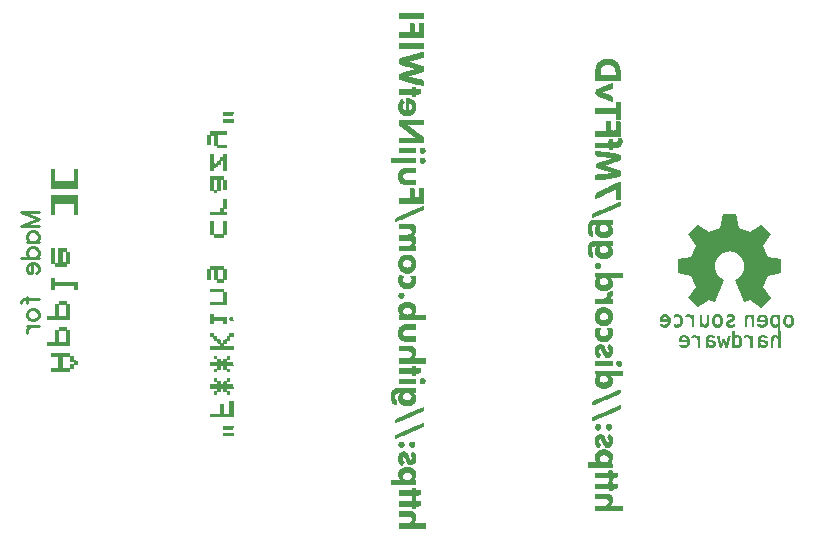
<source format=gbr>
G04 DipTrace 3.3.1.3*
G04 BottomSilk.gbr*
%MOIN*%
G04 #@! TF.FileFunction,Legend,Bot*
G04 #@! TF.Part,Single*
%ADD12C,0.003*%
%ADD85C,0.009264*%
%FSLAX26Y26*%
G04*
G70*
G90*
G75*
G01*
G04 BotSilk*
%LPD*%
G36*
X3597170Y1287453D2*
X3580005Y1280387D1*
X3577780Y1281442D1*
X3548218Y1353979D1*
X3548717Y1355860D1*
X3554893Y1359072D1*
X3560478Y1363201D1*
X3565655Y1368018D1*
X3570696Y1374579D1*
X3573693Y1381048D1*
X3576372Y1388710D1*
X3577644Y1395730D1*
X3577916Y1404034D1*
X3576781Y1411467D1*
X3575373Y1416560D1*
X3572467Y1423212D1*
X3568516Y1429498D1*
X3563657Y1435187D1*
X3557708Y1440234D1*
X3551487Y1443904D1*
X3544085Y1447070D1*
X3536547Y1448859D1*
X3529463Y1449456D1*
X3524014Y1449043D1*
X3516249Y1447621D1*
X3508938Y1444960D1*
X3502625Y1441335D1*
X3496949Y1437160D1*
X3491227Y1431104D1*
X3487231Y1425277D1*
X3483598Y1417844D1*
X3481646Y1410916D1*
X3480919Y1405594D1*
X3480647Y1398208D1*
X3481419Y1391004D1*
X3483508Y1383480D1*
X3486959Y1375864D1*
X3491318Y1369899D1*
X3496086Y1364761D1*
X3502217Y1360081D1*
X3509210Y1356135D1*
X3510118Y1354851D1*
X3509937Y1353245D1*
X3480420Y1281075D1*
X3478240Y1280341D1*
X3460893Y1287498D1*
X3424020Y1262861D1*
X3423066D1*
X3391551Y1294105D1*
X3391461Y1295436D1*
X3416300Y1332094D1*
X3400951Y1369211D1*
X3356631Y1377837D1*
X3356722Y1423442D1*
X3401178Y1432021D1*
X3416346Y1468680D1*
X3390916Y1506485D1*
X3423430Y1538739D1*
X3460712Y1513597D1*
X3497676Y1528645D1*
X3506304Y1573012D1*
X3551987Y1573103D1*
X3560796Y1528691D1*
X3597533Y1513505D1*
X3634952Y1538647D1*
X3667329Y1506485D1*
X3642172Y1469093D1*
X3657339Y1432113D1*
X3701751Y1423488D1*
Y1377745D1*
X3657339Y1368982D1*
X3642263Y1332736D1*
X3667239Y1295023D1*
X3635042Y1262402D1*
X3598124Y1287407D1*
X3597170Y1287453D1*
G37*
X2426862Y2243375D2*
D12*
X2507862D1*
X2426862Y2241875D2*
X2507862D1*
X2426862Y2240375D2*
X2507862D1*
X2426862Y2238875D2*
X2507862D1*
X2426862Y2237375D2*
X2507862D1*
X2426862Y2235875D2*
X2507862D1*
X2426862Y2234375D2*
X2507862D1*
X2426862Y2232875D2*
X2507862D1*
X2426862Y2231375D2*
X2507862D1*
X2426862Y2229875D2*
X2507862D1*
X2426862Y2228375D2*
X2507862D1*
X2426862Y2226875D2*
X2507862D1*
X2462862Y2211875D2*
X2474862D1*
X2494362D2*
X2506362D1*
X2462862Y2210375D2*
X2475555D1*
X2494362D2*
X2507055D1*
X2462862Y2208875D2*
X2475985D1*
X2494362D2*
X2507485D1*
X2462862Y2207375D2*
X2476203D1*
X2494362D2*
X2507703D1*
X2462862Y2205875D2*
X2476300D1*
X2494362D2*
X2507800D1*
X2462862Y2204375D2*
X2476339D1*
X2494362D2*
X2507839D1*
X2462862Y2202875D2*
X2476354D1*
X2494362D2*
X2507854D1*
X2462862Y2201375D2*
X2476359D1*
X2494362D2*
X2507859D1*
X2462862Y2199875D2*
X2476361D1*
X2494362D2*
X2507861D1*
X2462862Y2198375D2*
X2476362D1*
X2494362D2*
X2507862D1*
X2462862Y2196875D2*
X2476362D1*
X2494362D2*
X2507862D1*
X2462862Y2195375D2*
X2476362D1*
X2494362D2*
X2507862D1*
X2462862Y2193875D2*
X2476362D1*
X2494362D2*
X2507862D1*
X2462862Y2192375D2*
X2476362D1*
X2494362D2*
X2507862D1*
X2462862Y2190875D2*
X2476362D1*
X2494362D2*
X2507862D1*
X2462862Y2189375D2*
X2476362D1*
X2494362D2*
X2507862D1*
X2462862Y2187875D2*
X2476362D1*
X2494362D2*
X2507862D1*
X2462862Y2186375D2*
X2476362D1*
X2494362D2*
X2507862D1*
X2462862Y2184875D2*
X2476362D1*
X2494362D2*
X2507862D1*
X2462862Y2183375D2*
X2476362D1*
X2494362D2*
X2507862D1*
X2462862Y2181875D2*
X2476362D1*
X2494362D2*
X2507862D1*
X2426862Y2180375D2*
X2507862D1*
X2426862Y2178875D2*
X2507862D1*
X2426862Y2177375D2*
X2507862D1*
X2426862Y2175875D2*
X2507862D1*
X2426862Y2174375D2*
X2507862D1*
X2426862Y2172875D2*
X2507862D1*
X2426862Y2171375D2*
X2507862D1*
X2426862Y2169875D2*
X2507862D1*
X2426862Y2168375D2*
X2507862D1*
X2426862Y2166875D2*
X2507862D1*
X2426862Y2165375D2*
X2507862D1*
X2426862Y2163875D2*
X2507862D1*
X2426862Y2142875D2*
X2507862D1*
X2426862Y2141375D2*
X2507862D1*
X2426862Y2139875D2*
X2507862D1*
X2426862Y2138375D2*
X2507862D1*
X2426862Y2136875D2*
X2507862D1*
X2426862Y2135375D2*
X2507862D1*
X2426862Y2133875D2*
X2507862D1*
X2426862Y2132375D2*
X2507862D1*
X2426862Y2130875D2*
X2507862D1*
X2426862Y2129375D2*
X2507862D1*
X2426862Y2127875D2*
X2507862D1*
X2426862Y2126375D2*
X2507862D1*
X2506362Y2114375D2*
X2507862D1*
X2500368Y2112875D2*
X2507862D1*
X2494421Y2111375D2*
X2507862D1*
X2488612Y2109875D2*
X2507862D1*
X2482971Y2108375D2*
X2507862D1*
X2477356Y2106875D2*
X2507862D1*
X2471617Y2105375D2*
X2507862D1*
X2465762Y2103875D2*
X2507862D1*
X2459879Y2102375D2*
X2507845D1*
X2454096Y2100875D2*
X2507792D1*
X2448471Y2099375D2*
X2507224D1*
X2442936Y2097875D2*
X2504813D1*
X2437624Y2096375D2*
X2500962D1*
X2433122Y2094875D2*
X2495826D1*
X2429496Y2093375D2*
X2489999D1*
X2427911Y2091875D2*
X2483962D1*
X2427350Y2090375D2*
X2477848D1*
X2427061Y2088875D2*
X2471510D1*
X2426937Y2087375D2*
X2464660D1*
X2426889Y2085875D2*
X2457181D1*
X2426871Y2084375D2*
X2449362D1*
X2426865Y2082875D2*
X2453741D1*
X2426875Y2081375D2*
X2458702D1*
X2426997Y2079875D2*
X2463967D1*
X2427296Y2078375D2*
X2469387D1*
X2428655Y2076875D2*
X2474883D1*
X2431768Y2075375D2*
X2480361D1*
X2435770Y2073875D2*
X2485849D1*
X2440462Y2072375D2*
X2491298D1*
X2445595Y2070875D2*
X2496416D1*
X2450959Y2069375D2*
X2500797D1*
X2456339Y2067875D2*
X2504046D1*
X2461674Y2066375D2*
X2506415D1*
X2467012Y2064875D2*
X2507171D1*
X2472418Y2063375D2*
X2507573D1*
X2477855Y2061875D2*
X2507750D1*
X2483167Y2060375D2*
X2507821D1*
X2488362Y2058875D2*
X2507848D1*
X2481907Y2057375D2*
X2507857D1*
X2475901Y2055875D2*
X2507855D1*
X2470269Y2054375D2*
X2507780D1*
X2464847Y2052875D2*
X2507587D1*
X2459529Y2051375D2*
X2506465D1*
X2454251Y2049875D2*
X2503350D1*
X2448993Y2048375D2*
X2499218D1*
X2443756Y2046875D2*
X2494396D1*
X2438682Y2045375D2*
X2489140D1*
X2434185Y2043875D2*
X2483595D1*
X2430816Y2042375D2*
X2477978D1*
X2428358Y2040875D2*
X2472414D1*
X2427575Y2039375D2*
X2466774D1*
X2427161Y2037875D2*
X2460817D1*
X2426977Y2036375D2*
X2454456D1*
X2426904Y2034875D2*
X2447862D1*
X2426877Y2033375D2*
X2454252D1*
X2426867Y2031875D2*
X2460907D1*
X2426864Y2030375D2*
X2467617D1*
X2426886Y2028875D2*
X2474199D1*
X2426956Y2027375D2*
X2480560D1*
X2427683Y2025875D2*
X2486773D1*
X2430446Y2024375D2*
X2492862D1*
X2434496Y2022875D2*
X2498445D1*
X2439485Y2021375D2*
X2502765D1*
X2444876Y2019875D2*
X2505938D1*
X2450350Y2018375D2*
X2507125D1*
X2455903Y2016875D2*
X2507524D1*
X2461619Y2015375D2*
X2507726D1*
X2467466Y2013875D2*
X2507811D1*
X2473347Y2012375D2*
X2507844D1*
X2479129Y2010875D2*
X2507856D1*
X2484759Y2009375D2*
X2507860D1*
X2490367Y2007875D2*
X2507862D1*
X2496081Y2006375D2*
X2507862D1*
X2501862Y2004875D2*
X2507862D1*
X2470362Y1998875D2*
X2479362D1*
X2470356Y1997375D2*
X2480055D1*
X2470298Y1995875D2*
X2480485D1*
X2470048Y1994375D2*
X2480703D1*
X2469445Y1992875D2*
X2480800D1*
X2468485Y1991375D2*
X2480841D1*
X2426862Y1989875D2*
X2498862D1*
X2426862Y1988375D2*
X2498862D1*
X2426862Y1986875D2*
X2498862D1*
X2426862Y1985375D2*
X2498862D1*
X2426862Y1983875D2*
X2498862D1*
X2426862Y1982375D2*
X2498862D1*
X2426862Y1980875D2*
X2498856D1*
X2426862Y1979375D2*
X2498739D1*
X2426862Y1977875D2*
X2498423D1*
X2426862Y1976375D2*
X2496089D1*
X2426862Y1974875D2*
X2489183D1*
X2470362Y1973375D2*
X2480862D1*
X2470362Y1971875D2*
X2480862D1*
X2470362Y1970375D2*
X2480862D1*
X2470362Y1968875D2*
X2480862D1*
X2470362Y1967375D2*
X2480862D1*
X2452362Y1961375D2*
X2455362D1*
X2451670Y1959875D2*
X2461069D1*
X2451239Y1958375D2*
X2465541D1*
X2434362Y1956875D2*
X2437362D1*
X2451021D2*
X2468804D1*
X2432919Y1955375D2*
X2437932D1*
X2450924D2*
X2471197D1*
X2431617Y1953875D2*
X2438577D1*
X2450885D2*
X2473093D1*
X2430530Y1952375D2*
X2439279D1*
X2450870D2*
X2474705D1*
X2429611Y1950875D2*
X2440060D1*
X2450865D2*
X2476071D1*
X2428785Y1949375D2*
X2440993D1*
X2450863D2*
X2477182D1*
X2428006Y1947875D2*
X2442127D1*
X2450863D2*
X2478109D1*
X2427249Y1946375D2*
X2443362D1*
X2450862D2*
X2478932D1*
X2426549Y1944875D2*
X2441862D1*
X2450862D2*
X2479660D1*
X2425993Y1943375D2*
X2440368D1*
X2450862D2*
X2458362D1*
X2464062D2*
X2480232D1*
X2425656Y1941875D2*
X2438927D1*
X2450862D2*
X2458362D1*
X2466380D2*
X2480625D1*
X2425486Y1940375D2*
X2437676D1*
X2450862D2*
X2458362D1*
X2468139D2*
X2480988D1*
X2425411Y1938875D2*
X2436785D1*
X2450862D2*
X2458362D1*
X2469326D2*
X2481423D1*
X2425380Y1937375D2*
X2436279D1*
X2450862D2*
X2458362D1*
X2470129D2*
X2481838D1*
X2425369Y1935875D2*
X2436034D1*
X2450862D2*
X2458362D1*
X2470769D2*
X2482111D1*
X2425364Y1934375D2*
X2435929D1*
X2450862D2*
X2458362D1*
X2471222D2*
X2482254D1*
X2425363Y1932875D2*
X2435892D1*
X2450862D2*
X2458362D1*
X2471467D2*
X2482314D1*
X2425362Y1931375D2*
X2435929D1*
X2450862D2*
X2458362D1*
X2471164D2*
X2482288D1*
X2425362Y1929875D2*
X2436121D1*
X2450862D2*
X2458362D1*
X2470767D2*
X2482107D1*
X2425368Y1928375D2*
X2436537D1*
X2450862D2*
X2458362D1*
X2470278D2*
X2481751D1*
X2425421Y1926875D2*
X2437176D1*
X2450862D2*
X2458362D1*
X2469533D2*
X2481362D1*
X2425612Y1925375D2*
X2438129D1*
X2450839D2*
X2458374D1*
X2468409D2*
X2481048D1*
X2425977Y1923875D2*
X2439400D1*
X2450768D2*
X2458488D1*
X2466765D2*
X2480712D1*
X2426414Y1922375D2*
X2442504D1*
X2450065D2*
X2458761D1*
X2464294D2*
X2480237D1*
X2426873Y1920875D2*
X2446995D1*
X2447727D2*
X2459930D1*
X2460849D2*
X2479629D1*
X2427430Y1919375D2*
X2478939D1*
X2428122Y1917875D2*
X2478162D1*
X2428972Y1916375D2*
X2477226D1*
X2429977Y1914875D2*
X2476067D1*
X2431131Y1913375D2*
X2474738D1*
X2432533Y1911875D2*
X2473308D1*
X2434189Y1910375D2*
X2471774D1*
X2436106Y1908875D2*
X2469979D1*
X2438513Y1907375D2*
X2467648D1*
X2441523Y1905875D2*
X2464677D1*
X2444862Y1904375D2*
X2461362D1*
X2426862Y1889375D2*
X2507862D1*
X2426862Y1887875D2*
X2507862D1*
X2426862Y1886375D2*
X2507862D1*
X2426862Y1884875D2*
X2507862D1*
X2426862Y1883375D2*
X2507862D1*
X2426862Y1881875D2*
X2507862D1*
X2426862Y1880375D2*
X2507862D1*
X2426862Y1878875D2*
X2507862D1*
X2426868Y1877375D2*
X2507862D1*
X2426927Y1875875D2*
X2507862D1*
X2427182Y1874375D2*
X2507862D1*
X2427668Y1872875D2*
X2449356D1*
X2428985Y1871375D2*
X2452298D1*
X2430632Y1869875D2*
X2455054D1*
X2432425Y1868375D2*
X2457498D1*
X2434200Y1866875D2*
X2459695D1*
X2436015Y1865375D2*
X2461805D1*
X2437938Y1863875D2*
X2463848D1*
X2439900Y1862375D2*
X2465843D1*
X2441862Y1860875D2*
X2467863D1*
X2443870Y1859375D2*
X2469869D1*
X2445872Y1857875D2*
X2471850D1*
X2447851Y1856375D2*
X2473865D1*
X2449860Y1854875D2*
X2475870D1*
X2451818Y1853375D2*
X2477851D1*
X2453660Y1851875D2*
X2479866D1*
X2455500Y1850375D2*
X2481870D1*
X2457433Y1848875D2*
X2483851D1*
X2459398Y1847375D2*
X2485860D1*
X2461361Y1845875D2*
X2487818D1*
X2463369Y1844375D2*
X2489660D1*
X2465372Y1842875D2*
X2491500D1*
X2467351Y1841375D2*
X2493433D1*
X2469366Y1839875D2*
X2495398D1*
X2471370Y1838375D2*
X2497361D1*
X2473357Y1836875D2*
X2499369D1*
X2475430Y1835375D2*
X2501366D1*
X2477689Y1833875D2*
X2503287D1*
X2480315Y1832375D2*
X2505046D1*
X2483444Y1830875D2*
X2506584D1*
X2426862Y1829375D2*
X2474862D1*
X2486862D2*
X2507233D1*
X2426862Y1827875D2*
X2507591D1*
X2426862Y1826375D2*
X2507755D1*
X2426862Y1824875D2*
X2507822D1*
X2426862Y1823375D2*
X2507848D1*
X2426862Y1821875D2*
X2507857D1*
X2426862Y1820375D2*
X2507861D1*
X2426862Y1818875D2*
X2507862D1*
X2426862Y1817375D2*
X2507862D1*
X2426862Y1815875D2*
X2507862D1*
X2426862Y1814375D2*
X2507862D1*
X2426862Y1812875D2*
X2507862D1*
X2500362Y1794875D2*
X2507862D1*
X2426862Y1793375D2*
X2480862D1*
X2498925D2*
X2509817D1*
X2426862Y1791875D2*
X2480862D1*
X2497676D2*
X2511317D1*
X2426862Y1790375D2*
X2480862D1*
X2496785D2*
X2512397D1*
X2426862Y1788875D2*
X2480862D1*
X2496279D2*
X2513116D1*
X2426862Y1787375D2*
X2480862D1*
X2496040D2*
X2513470D1*
X2426862Y1785875D2*
X2480862D1*
X2495993D2*
X2513469D1*
X2426862Y1784375D2*
X2480862D1*
X2496201D2*
X2513130D1*
X2426862Y1782875D2*
X2480862D1*
X2496794D2*
X2512472D1*
X2426862Y1781375D2*
X2480862D1*
X2497780D2*
X2511387D1*
X2426862Y1779875D2*
X2480862D1*
X2499022D2*
X2509772D1*
X2500362Y1778375D2*
X2507862D1*
X2500362Y1761875D2*
X2507862D1*
X2401362Y1760375D2*
X2480862D1*
X2498925D2*
X2509817D1*
X2401362Y1758875D2*
X2480862D1*
X2497676D2*
X2511317D1*
X2401362Y1757375D2*
X2480862D1*
X2496785D2*
X2512397D1*
X2401362Y1755875D2*
X2480862D1*
X2496279D2*
X2513116D1*
X2401362Y1754375D2*
X2480862D1*
X2496040D2*
X2513470D1*
X2401362Y1752875D2*
X2480862D1*
X2495993D2*
X2513469D1*
X2401362Y1751375D2*
X2480862D1*
X2496201D2*
X2513130D1*
X2401362Y1749875D2*
X2480862D1*
X2496794D2*
X2512472D1*
X2401362Y1748375D2*
X2480862D1*
X2497780D2*
X2511387D1*
X2401362Y1746875D2*
X2480862D1*
X2499022D2*
X2509772D1*
X2500362Y1745375D2*
X2507862D1*
X2446362Y1728875D2*
X2480862D1*
X2441708Y1727375D2*
X2480862D1*
X2437883Y1725875D2*
X2480862D1*
X2434992Y1724375D2*
X2480862D1*
X2432889Y1722875D2*
X2480862D1*
X2431315Y1721375D2*
X2480862D1*
X2430035Y1719875D2*
X2480862D1*
X2428986Y1718375D2*
X2480862D1*
X2428092Y1716875D2*
X2480862D1*
X2427283Y1715375D2*
X2480862D1*
X2426561Y1713875D2*
X2480862D1*
X2425998Y1712375D2*
X2446952D1*
X2425657Y1710875D2*
X2443703D1*
X2425486Y1709375D2*
X2441257D1*
X2425411Y1707875D2*
X2439520D1*
X2425380Y1706375D2*
X2438224D1*
X2425369Y1704875D2*
X2437779D1*
X2425364Y1703375D2*
X2437539D1*
X2425363Y1701875D2*
X2437431D1*
X2425362Y1700375D2*
X2437393D1*
X2425362Y1698875D2*
X2437430D1*
X2425362Y1697375D2*
X2437621D1*
X2425362Y1695875D2*
X2438043D1*
X2425368Y1694375D2*
X2438735D1*
X2425421Y1692875D2*
X2439855D1*
X2425612Y1691375D2*
X2441590D1*
X2425977Y1689875D2*
X2443859D1*
X2426420Y1688375D2*
X2480862D1*
X2426926Y1686875D2*
X2480862D1*
X2427621Y1685375D2*
X2480862D1*
X2428487Y1683875D2*
X2480862D1*
X2429415Y1682375D2*
X2480862D1*
X2430494Y1680875D2*
X2480862D1*
X2431949Y1679375D2*
X2480862D1*
X2433962Y1677875D2*
X2480862D1*
X2436617Y1676375D2*
X2480862D1*
X2439844Y1674875D2*
X2480862D1*
X2443362Y1673375D2*
X2480862D1*
X2462862Y1659875D2*
X2474862D1*
X2494362D2*
X2506362D1*
X2462862Y1658375D2*
X2475555D1*
X2494362D2*
X2507055D1*
X2462862Y1656875D2*
X2475985D1*
X2494362D2*
X2507485D1*
X2462862Y1655375D2*
X2476203D1*
X2494362D2*
X2507703D1*
X2462862Y1653875D2*
X2476300D1*
X2494362D2*
X2507800D1*
X2462862Y1652375D2*
X2476339D1*
X2494362D2*
X2507839D1*
X2462862Y1650875D2*
X2476354D1*
X2494362D2*
X2507854D1*
X2462862Y1649375D2*
X2476359D1*
X2494362D2*
X2507859D1*
X2462862Y1647875D2*
X2476361D1*
X2494362D2*
X2507861D1*
X2462862Y1646375D2*
X2476362D1*
X2494362D2*
X2507862D1*
X2462862Y1644875D2*
X2476362D1*
X2494362D2*
X2507862D1*
X2462862Y1643375D2*
X2476362D1*
X2494362D2*
X2507862D1*
X2462862Y1641875D2*
X2476362D1*
X2494362D2*
X2507862D1*
X2462862Y1640375D2*
X2476362D1*
X2494362D2*
X2507862D1*
X2462862Y1638875D2*
X2476362D1*
X2494362D2*
X2507862D1*
X2462862Y1637375D2*
X2476362D1*
X2494362D2*
X2507862D1*
X2462862Y1635875D2*
X2476362D1*
X2494362D2*
X2507862D1*
X2462862Y1634375D2*
X2476362D1*
X2494362D2*
X2507862D1*
X2462862Y1632875D2*
X2476362D1*
X2494362D2*
X2507862D1*
X2462862Y1631375D2*
X2476362D1*
X2494362D2*
X2507862D1*
X2462862Y1629875D2*
X2476362D1*
X2494362D2*
X2507862D1*
X2426862Y1628375D2*
X2507862D1*
X2426862Y1626875D2*
X2507862D1*
X2426862Y1625375D2*
X2507862D1*
X2426862Y1623875D2*
X2507862D1*
X2426862Y1622375D2*
X2507862D1*
X2426862Y1620875D2*
X2507862D1*
X2426862Y1619375D2*
X2507862D1*
X2426862Y1617875D2*
X2507862D1*
X2426862Y1616375D2*
X2507862D1*
X2426862Y1614875D2*
X2507862D1*
X2426862Y1613375D2*
X2507862D1*
X2426862Y1611875D2*
X2507862D1*
X2506362Y1601375D2*
X2507862D1*
X2503130Y1599875D2*
X2507862D1*
X2499753Y1598375D2*
X2507862D1*
X2496312Y1596875D2*
X2507862D1*
X2492858Y1595375D2*
X2507856D1*
X2489353Y1593875D2*
X2507792D1*
X2485852Y1592375D2*
X2507634D1*
X2482373Y1590875D2*
X2506851D1*
X2478859Y1589375D2*
X2504844D1*
X2475354Y1587875D2*
X2502176D1*
X2471874Y1586375D2*
X2499076D1*
X2468359Y1584875D2*
X2495768D1*
X2464854Y1583375D2*
X2492321D1*
X2461374Y1581875D2*
X2488841D1*
X2457859Y1580375D2*
X2485363D1*
X2454354Y1578875D2*
X2481805D1*
X2450874Y1577375D2*
X2478162D1*
X2447359Y1575875D2*
X2474508D1*
X2443854Y1574375D2*
X2470922D1*
X2440374Y1572875D2*
X2467401D1*
X2436859Y1571375D2*
X2463869D1*
X2433354Y1569875D2*
X2460358D1*
X2429874Y1568375D2*
X2456875D1*
X2426371Y1566875D2*
X2453359D1*
X2422983Y1565375D2*
X2449854D1*
X2420002Y1563875D2*
X2446374D1*
X2417711Y1562375D2*
X2442859D1*
X2415986Y1560875D2*
X2439354D1*
X2415402Y1559375D2*
X2435874D1*
X2415090Y1557875D2*
X2432359D1*
X2414951Y1556375D2*
X2428850D1*
X2414895Y1554875D2*
X2425327D1*
X2414873Y1553375D2*
X2421657D1*
X2414862Y1551875D2*
X2417862D1*
X2426862Y1541375D2*
X2470362D1*
X2426862Y1539875D2*
X2473062D1*
X2426862Y1538375D2*
X2475386D1*
X2426862Y1536875D2*
X2477191D1*
X2426862Y1535375D2*
X2478517D1*
X2426862Y1533875D2*
X2479494D1*
X2426862Y1532375D2*
X2480218D1*
X2426862Y1530875D2*
X2480792D1*
X2426862Y1529375D2*
X2481338D1*
X2426862Y1527875D2*
X2481804D1*
X2426862Y1526375D2*
X2482098D1*
X2465504Y1524875D2*
X2482244D1*
X2467637Y1523375D2*
X2482259D1*
X2469290Y1521875D2*
X2482096D1*
X2470070Y1520375D2*
X2481747D1*
X2470687Y1518875D2*
X2481361D1*
X2471159Y1517375D2*
X2481042D1*
X2471006Y1515875D2*
X2480659D1*
X2470696Y1514375D2*
X2480040D1*
X2470243Y1512875D2*
X2479211D1*
X2469623Y1511375D2*
X2478305D1*
X2468018Y1509875D2*
X2477297D1*
X2465350Y1508375D2*
X2476164D1*
X2461136Y1506875D2*
X2475133D1*
X2455552Y1505375D2*
X2474345D1*
X2426862Y1503875D2*
X2474607D1*
X2426862Y1502375D2*
X2475737D1*
X2426862Y1500875D2*
X2476960D1*
X2426862Y1499375D2*
X2478145D1*
X2426862Y1497875D2*
X2479224D1*
X2426862Y1496375D2*
X2480072D1*
X2426862Y1494875D2*
X2480725D1*
X2426862Y1493375D2*
X2481311D1*
X2426862Y1491875D2*
X2481794D1*
X2426862Y1490375D2*
X2482095D1*
X2426862Y1488875D2*
X2482248D1*
X2465504Y1487375D2*
X2482312D1*
X2467631Y1485875D2*
X2482287D1*
X2469266Y1484375D2*
X2482107D1*
X2469834Y1482875D2*
X2481745D1*
X2470139Y1481375D2*
X2481309D1*
X2470270Y1479875D2*
X2480851D1*
X2470266Y1478375D2*
X2480294D1*
X2470037Y1476875D2*
X2479596D1*
X2469578Y1475375D2*
X2478700D1*
X2468354Y1473875D2*
X2477557D1*
X2466572Y1472375D2*
X2476235D1*
X2463963Y1470875D2*
X2474816D1*
X2460586Y1469375D2*
X2473362D1*
X2426862Y1467875D2*
X2480862D1*
X2426862Y1466375D2*
X2480862D1*
X2426862Y1464875D2*
X2480862D1*
X2426862Y1463375D2*
X2480862D1*
X2426862Y1461875D2*
X2480862D1*
X2426862Y1460375D2*
X2480862D1*
X2426862Y1458875D2*
X2480862D1*
X2426862Y1457375D2*
X2480862D1*
X2426862Y1455875D2*
X2480862D1*
X2426862Y1454375D2*
X2480862D1*
X2426862Y1452875D2*
X2480862D1*
X2446362Y1439375D2*
X2459862D1*
X2442907Y1437875D2*
X2463492D1*
X2439907Y1436375D2*
X2466672D1*
X2437333Y1434875D2*
X2469280D1*
X2435161Y1433375D2*
X2471377D1*
X2433446Y1431875D2*
X2473109D1*
X2432115Y1430375D2*
X2474538D1*
X2430968Y1428875D2*
X2475720D1*
X2429893Y1427375D2*
X2476795D1*
X2428937Y1425875D2*
X2477795D1*
X2428124Y1424375D2*
X2478602D1*
X2427467Y1422875D2*
X2446657D1*
X2459793D2*
X2479237D1*
X2426918Y1421375D2*
X2444286D1*
X2462490D2*
X2479815D1*
X2426381Y1419875D2*
X2442336D1*
X2464683D2*
X2480301D1*
X2425919Y1418375D2*
X2440789D1*
X2466272D2*
X2480654D1*
X2425625Y1416875D2*
X2439602D1*
X2467388D2*
X2480998D1*
X2425474Y1415375D2*
X2438694D1*
X2468176D2*
X2481426D1*
X2425406Y1413875D2*
X2438049D1*
X2468777D2*
X2481839D1*
X2425379Y1412375D2*
X2437676D1*
X2469327D2*
X2482112D1*
X2425368Y1410875D2*
X2437493D1*
X2469744D2*
X2482254D1*
X2425364Y1409375D2*
X2437413D1*
X2469971D2*
X2482314D1*
X2425363Y1407875D2*
X2437387D1*
X2469666D2*
X2482288D1*
X2425362Y1406375D2*
X2437433D1*
X2469273D2*
X2482107D1*
X2425368Y1404875D2*
X2437679D1*
X2468837D2*
X2481751D1*
X2425421Y1403375D2*
X2438286D1*
X2468283D2*
X2481362D1*
X2425612Y1401875D2*
X2439285D1*
X2467530D2*
X2481048D1*
X2425977Y1400375D2*
X2440646D1*
X2466582D2*
X2480718D1*
X2426414Y1398875D2*
X2442295D1*
X2464191D2*
X2480289D1*
X2426873Y1397375D2*
X2446550D1*
X2459976D2*
X2479820D1*
X2427430Y1395875D2*
X2453180D1*
X2453200D2*
X2479304D1*
X2428122Y1394375D2*
X2478605D1*
X2428966Y1392875D2*
X2477738D1*
X2429918Y1391375D2*
X2476815D1*
X2430887Y1389875D2*
X2475795D1*
X2431977Y1388375D2*
X2474589D1*
X2433381Y1386875D2*
X2473184D1*
X2435154Y1385375D2*
X2471503D1*
X2437277Y1383875D2*
X2469422D1*
X2439847Y1382375D2*
X2466941D1*
X2442955Y1380875D2*
X2464201D1*
X2446362Y1379375D2*
X2461362D1*
X2428362Y1370375D2*
X2429862D1*
X2427613Y1368875D2*
X2441862D1*
X2464362D2*
X2479362D1*
X2426990Y1367375D2*
X2440600D1*
X2465625D2*
X2479881D1*
X2426412Y1365875D2*
X2439530D1*
X2466694D2*
X2480380D1*
X2425931Y1364375D2*
X2438668D1*
X2467562D2*
X2480856D1*
X2425630Y1362875D2*
X2438040D1*
X2468243D2*
X2481362D1*
X2425476Y1361375D2*
X2437673D1*
X2468795D2*
X2481813D1*
X2425407Y1359875D2*
X2437492D1*
X2469283D2*
X2482101D1*
X2425379Y1358375D2*
X2437413D1*
X2469682D2*
X2482251D1*
X2425368Y1356875D2*
X2437387D1*
X2469521D2*
X2482318D1*
X2425364Y1355375D2*
X2437427D1*
X2469258D2*
X2482340D1*
X2425363Y1353875D2*
X2437620D1*
X2469006D2*
X2482298D1*
X2425362Y1352375D2*
X2438036D1*
X2468696D2*
X2482110D1*
X2425368Y1350875D2*
X2438670D1*
X2468219D2*
X2481753D1*
X2425421Y1349375D2*
X2439547D1*
X2467504D2*
X2481363D1*
X2425612Y1347875D2*
X2440785D1*
X2466576D2*
X2481048D1*
X2425977Y1346375D2*
X2442344D1*
X2464188D2*
X2480712D1*
X2426420Y1344875D2*
X2446572D1*
X2459975D2*
X2480237D1*
X2426926Y1343375D2*
X2453188D1*
X2453200D2*
X2479629D1*
X2427621Y1341875D2*
X2478939D1*
X2428487Y1340375D2*
X2478162D1*
X2429409Y1338875D2*
X2477226D1*
X2430429Y1337375D2*
X2476067D1*
X2431635Y1335875D2*
X2474738D1*
X2433040Y1334375D2*
X2473308D1*
X2434721Y1332875D2*
X2471774D1*
X2436802Y1331375D2*
X2469979D1*
X2439283Y1329875D2*
X2467648D1*
X2442023Y1328375D2*
X2464677D1*
X2444862Y1326875D2*
X2461362D1*
X2429862Y1311875D2*
X2437362D1*
X2428425Y1310375D2*
X2439317D1*
X2427176Y1308875D2*
X2440817D1*
X2426285Y1307375D2*
X2441897D1*
X2425779Y1305875D2*
X2442616D1*
X2425534Y1304375D2*
X2442970D1*
X2425434Y1302875D2*
X2442969D1*
X2425451Y1301375D2*
X2442635D1*
X2425691Y1299875D2*
X2442029D1*
X2426169Y1298375D2*
X2441114D1*
X2427528Y1296875D2*
X2439755D1*
X2429317Y1295375D2*
X2437934D1*
X2431362Y1293875D2*
X2435862D1*
X2450862Y1281875D2*
X2456862D1*
X2445098Y1280375D2*
X2462389D1*
X2440434Y1278875D2*
X2466877D1*
X2436812Y1277375D2*
X2470206D1*
X2434040Y1275875D2*
X2472650D1*
X2431929Y1274375D2*
X2474572D1*
X2430322Y1272875D2*
X2476197D1*
X2429107Y1271375D2*
X2477568D1*
X2428139Y1269875D2*
X2478676D1*
X2427301Y1268375D2*
X2479550D1*
X2426568Y1266875D2*
X2480188D1*
X2426000Y1265375D2*
X2451515D1*
X2456210D2*
X2480609D1*
X2425658Y1263875D2*
X2447017D1*
X2460713D2*
X2480982D1*
X2425487Y1262375D2*
X2443674D1*
X2464103D2*
X2481421D1*
X2425411Y1260875D2*
X2441378D1*
X2466538D2*
X2481837D1*
X2425380Y1259375D2*
X2439840D1*
X2468244D2*
X2482111D1*
X2425369Y1257875D2*
X2438785D1*
X2469513D2*
X2482248D1*
X2425364Y1256375D2*
X2438082D1*
X2470009D2*
X2482261D1*
X2425363Y1254875D2*
X2437688D1*
X2470431D2*
X2482096D1*
X2425368Y1253375D2*
X2437497D1*
X2470844D2*
X2481747D1*
X2425421Y1251875D2*
X2437414D1*
X2471081D2*
X2481361D1*
X2425618Y1250375D2*
X2437387D1*
X2470994D2*
X2481042D1*
X2426036Y1248875D2*
X2437433D1*
X2470701D2*
X2480659D1*
X2426670Y1247375D2*
X2437679D1*
X2470308D2*
X2480040D1*
X2427541Y1245875D2*
X2438286D1*
X2469773D2*
X2479211D1*
X2428673Y1244375D2*
X2439291D1*
X2469020D2*
X2478305D1*
X2429992Y1242875D2*
X2440704D1*
X2468058D2*
X2477291D1*
X2431409Y1241375D2*
X2442476D1*
X2465448D2*
X2476095D1*
X2432862Y1239875D2*
X2447155D1*
X2460856D2*
X2474758D1*
X2430093Y1238375D2*
X2454244D1*
X2453631D2*
X2473362D1*
X2479362D2*
X2512362D1*
X2428041Y1236875D2*
X2513055D1*
X2427415Y1235375D2*
X2513485D1*
X2427090Y1233875D2*
X2513703D1*
X2426949Y1232375D2*
X2513800D1*
X2426893Y1230875D2*
X2513839D1*
X2426873Y1229375D2*
X2513854D1*
X2426866Y1227875D2*
X2513859D1*
X2426863Y1226375D2*
X2513861D1*
X2426863Y1224875D2*
X2513862D1*
X2426862Y1223375D2*
X2513862D1*
X2446362Y1206875D2*
X2480862D1*
X2441708Y1205375D2*
X2480862D1*
X2437883Y1203875D2*
X2480862D1*
X2434992Y1202375D2*
X2480862D1*
X2432889Y1200875D2*
X2480862D1*
X2431315Y1199375D2*
X2480862D1*
X2430035Y1197875D2*
X2480862D1*
X2428986Y1196375D2*
X2480862D1*
X2428092Y1194875D2*
X2480862D1*
X2427283Y1193375D2*
X2480862D1*
X2426561Y1191875D2*
X2480862D1*
X2425998Y1190375D2*
X2446952D1*
X2425657Y1188875D2*
X2443703D1*
X2425486Y1187375D2*
X2441257D1*
X2425411Y1185875D2*
X2439520D1*
X2425380Y1184375D2*
X2438224D1*
X2425369Y1182875D2*
X2437779D1*
X2425364Y1181375D2*
X2437539D1*
X2425363Y1179875D2*
X2437431D1*
X2425362Y1178375D2*
X2437393D1*
X2425362Y1176875D2*
X2437430D1*
X2425362Y1175375D2*
X2437621D1*
X2425362Y1173875D2*
X2438043D1*
X2425368Y1172375D2*
X2438735D1*
X2425421Y1170875D2*
X2439855D1*
X2425612Y1169375D2*
X2441590D1*
X2425977Y1167875D2*
X2443859D1*
X2426420Y1166375D2*
X2480862D1*
X2426926Y1164875D2*
X2480862D1*
X2427621Y1163375D2*
X2480862D1*
X2428487Y1161875D2*
X2480862D1*
X2429415Y1160375D2*
X2480862D1*
X2430494Y1158875D2*
X2480862D1*
X2431949Y1157375D2*
X2480862D1*
X2433962Y1155875D2*
X2480862D1*
X2436617Y1154375D2*
X2480862D1*
X2439844Y1152875D2*
X2480862D1*
X2443362Y1151375D2*
X2480862D1*
X2426862Y1134875D2*
X2467362D1*
X2426862Y1133375D2*
X2470760D1*
X2426862Y1131875D2*
X2473562D1*
X2426862Y1130375D2*
X2475730D1*
X2426862Y1128875D2*
X2477373D1*
X2426862Y1127375D2*
X2478600D1*
X2426862Y1125875D2*
X2479528D1*
X2426862Y1124375D2*
X2480231D1*
X2426862Y1122875D2*
X2480797D1*
X2426862Y1121375D2*
X2481340D1*
X2426862Y1119875D2*
X2481805D1*
X2462267Y1118375D2*
X2482099D1*
X2465463Y1116875D2*
X2482250D1*
X2467723Y1115375D2*
X2482312D1*
X2469372Y1113875D2*
X2482287D1*
X2470111Y1112375D2*
X2482107D1*
X2470706Y1110875D2*
X2481745D1*
X2471164Y1109375D2*
X2481309D1*
X2471008Y1107875D2*
X2480851D1*
X2470703Y1106375D2*
X2480300D1*
X2470308Y1104875D2*
X2479655D1*
X2469772Y1103375D2*
X2478949D1*
X2469026Y1101875D2*
X2478166D1*
X2467883Y1100375D2*
X2477228D1*
X2466133Y1098875D2*
X2476067D1*
X2463819Y1097375D2*
X2474738D1*
X2461157Y1095875D2*
X2473317D1*
X2426862Y1094375D2*
X2513862D1*
X2426862Y1092875D2*
X2513862D1*
X2426862Y1091375D2*
X2513862D1*
X2426862Y1089875D2*
X2513862D1*
X2426862Y1088375D2*
X2513862D1*
X2426862Y1086875D2*
X2513862D1*
X2426862Y1085375D2*
X2513862D1*
X2426862Y1083875D2*
X2513862D1*
X2426862Y1082375D2*
X2513862D1*
X2426862Y1080875D2*
X2513862D1*
X2426862Y1079375D2*
X2513862D1*
X2470362Y1068875D2*
X2479362D1*
X2470356Y1067375D2*
X2480055D1*
X2470298Y1065875D2*
X2480485D1*
X2470048Y1064375D2*
X2480703D1*
X2469445Y1062875D2*
X2480800D1*
X2468485Y1061375D2*
X2480841D1*
X2426862Y1059875D2*
X2498862D1*
X2426862Y1058375D2*
X2498862D1*
X2426862Y1056875D2*
X2498862D1*
X2426862Y1055375D2*
X2498862D1*
X2426862Y1053875D2*
X2498862D1*
X2426862Y1052375D2*
X2498862D1*
X2426862Y1050875D2*
X2498856D1*
X2426862Y1049375D2*
X2498739D1*
X2426862Y1047875D2*
X2498423D1*
X2426862Y1046375D2*
X2496089D1*
X2426862Y1044875D2*
X2489183D1*
X2470362Y1043375D2*
X2480862D1*
X2470362Y1041875D2*
X2480862D1*
X2470362Y1040375D2*
X2480862D1*
X2470362Y1038875D2*
X2480862D1*
X2470362Y1037375D2*
X2480862D1*
X2500362Y1026875D2*
X2507862D1*
X2426862Y1025375D2*
X2480862D1*
X2498925D2*
X2509817D1*
X2426862Y1023875D2*
X2480862D1*
X2497676D2*
X2511317D1*
X2426862Y1022375D2*
X2480862D1*
X2496785D2*
X2512397D1*
X2426862Y1020875D2*
X2480862D1*
X2496279D2*
X2513116D1*
X2426862Y1019375D2*
X2480862D1*
X2496040D2*
X2513470D1*
X2426862Y1017875D2*
X2480862D1*
X2495993D2*
X2513469D1*
X2426862Y1016375D2*
X2480862D1*
X2496201D2*
X2513130D1*
X2426862Y1014875D2*
X2480862D1*
X2496794D2*
X2512472D1*
X2426862Y1013375D2*
X2480862D1*
X2497780D2*
X2511387D1*
X2426862Y1011875D2*
X2480862D1*
X2499022D2*
X2509772D1*
X2500362Y1010375D2*
X2507862D1*
X2414862Y993875D2*
X2480862D1*
X2412163Y992375D2*
X2480862D1*
X2409838Y990875D2*
X2480862D1*
X2408027Y989375D2*
X2480862D1*
X2406649Y987875D2*
X2480862D1*
X2405486Y986375D2*
X2480862D1*
X2404450Y984875D2*
X2480862D1*
X2403630Y983375D2*
X2480862D1*
X2402990Y981875D2*
X2480862D1*
X2402410Y980375D2*
X2480862D1*
X2401930Y978875D2*
X2419952D1*
X2432868D2*
X2445163D1*
X2461067D2*
X2471862D1*
X2401629Y977375D2*
X2416703D1*
X2431421D2*
X2442838D1*
X2463439D2*
X2473997D1*
X2401476Y975875D2*
X2414257D1*
X2430118D2*
X2441033D1*
X2465383D2*
X2475736D1*
X2401407Y974375D2*
X2412520D1*
X2429030D2*
X2439707D1*
X2466876D2*
X2477089D1*
X2401379Y972875D2*
X2411224D1*
X2428111D2*
X2438736D1*
X2468040D2*
X2478242D1*
X2401368Y971375D2*
X2410779D1*
X2427291D2*
X2438065D1*
X2468520D2*
X2479276D1*
X2401364Y969875D2*
X2410539D1*
X2426564D2*
X2437682D1*
X2468936D2*
X2480095D1*
X2401363Y968375D2*
X2410431D1*
X2425999D2*
X2437495D1*
X2469346D2*
X2480734D1*
X2401362Y966875D2*
X2410388D1*
X2425658D2*
X2437414D1*
X2469581D2*
X2481314D1*
X2401362Y965375D2*
X2410377D1*
X2425487D2*
X2437387D1*
X2469494D2*
X2481795D1*
X2401362Y963875D2*
X2410430D1*
X2425411D2*
X2437427D1*
X2469201D2*
X2482095D1*
X2401362Y962375D2*
X2410683D1*
X2425380D2*
X2437620D1*
X2468808D2*
X2482249D1*
X2401362Y960875D2*
X2411168D1*
X2425369D2*
X2438042D1*
X2468278D2*
X2482312D1*
X2401368Y959375D2*
X2412422D1*
X2425364D2*
X2438735D1*
X2467579D2*
X2482287D1*
X2401421Y957875D2*
X2413818D1*
X2425369D2*
X2439651D1*
X2466740D2*
X2482107D1*
X2401612Y956375D2*
X2414996D1*
X2425421D2*
X2442038D1*
X2465029D2*
X2481745D1*
X2401977Y954875D2*
X2415863D1*
X2425618D2*
X2446250D1*
X2460192D2*
X2481309D1*
X2402414Y953375D2*
X2416127D1*
X2426030D2*
X2453025D1*
X2452639D2*
X2480851D1*
X2402873Y951875D2*
X2416265D1*
X2426611D2*
X2480300D1*
X2403424Y950375D2*
X2416325D1*
X2427291D2*
X2479655D1*
X2404069Y948875D2*
X2416349D1*
X2428064D2*
X2478949D1*
X2404781Y947375D2*
X2416358D1*
X2428999D2*
X2478166D1*
X2405623Y945875D2*
X2416361D1*
X2430163D2*
X2477222D1*
X2406810Y944375D2*
X2416362D1*
X2431551D2*
X2476003D1*
X2408573Y942875D2*
X2416362D1*
X2433231D2*
X2474418D1*
X2410853Y941375D2*
X2416362D1*
X2435366D2*
X2472328D1*
X2413362Y939875D2*
X2416362D1*
X2438079D2*
X2469634D1*
X2441331Y938375D2*
X2466390D1*
X2444862Y936875D2*
X2462862D1*
X2506362Y930875D2*
X2507862D1*
X2503130Y929375D2*
X2507862D1*
X2499753Y927875D2*
X2507862D1*
X2496312Y926375D2*
X2507862D1*
X2492858Y924875D2*
X2507856D1*
X2489353Y923375D2*
X2507792D1*
X2485852Y921875D2*
X2507634D1*
X2482373Y920375D2*
X2506851D1*
X2478859Y918875D2*
X2504844D1*
X2475354Y917375D2*
X2502176D1*
X2471874Y915875D2*
X2499076D1*
X2468359Y914375D2*
X2495768D1*
X2464854Y912875D2*
X2492321D1*
X2461374Y911375D2*
X2488841D1*
X2457859Y909875D2*
X2485363D1*
X2454354Y908375D2*
X2481805D1*
X2450874Y906875D2*
X2478162D1*
X2447359Y905375D2*
X2474508D1*
X2443854Y903875D2*
X2470922D1*
X2440374Y902375D2*
X2467401D1*
X2436859Y900875D2*
X2463869D1*
X2433354Y899375D2*
X2460358D1*
X2429874Y897875D2*
X2456875D1*
X2426371Y896375D2*
X2453359D1*
X2422983Y894875D2*
X2449854D1*
X2420002Y893375D2*
X2446374D1*
X2417711Y891875D2*
X2442859D1*
X2415986Y890375D2*
X2439354D1*
X2415402Y888875D2*
X2435874D1*
X2415090Y887375D2*
X2432359D1*
X2414951Y885875D2*
X2428850D1*
X2414895Y884375D2*
X2425327D1*
X2414873Y882875D2*
X2421657D1*
X2414862Y881375D2*
X2417862D1*
X2506362Y878375D2*
X2507862D1*
X2503130Y876875D2*
X2507862D1*
X2499753Y875375D2*
X2507862D1*
X2496312Y873875D2*
X2507862D1*
X2492858Y872375D2*
X2507856D1*
X2489353Y870875D2*
X2507792D1*
X2485852Y869375D2*
X2507634D1*
X2482373Y867875D2*
X2506851D1*
X2478859Y866375D2*
X2504844D1*
X2475354Y864875D2*
X2502176D1*
X2471874Y863375D2*
X2499076D1*
X2468359Y861875D2*
X2495768D1*
X2464854Y860375D2*
X2492321D1*
X2461374Y858875D2*
X2488841D1*
X2457859Y857375D2*
X2485363D1*
X2454354Y855875D2*
X2481805D1*
X2450874Y854375D2*
X2478162D1*
X2447359Y852875D2*
X2474508D1*
X2443854Y851375D2*
X2470922D1*
X2440374Y849875D2*
X2467401D1*
X2436859Y848375D2*
X2463869D1*
X2433354Y846875D2*
X2460358D1*
X2429874Y845375D2*
X2456875D1*
X2426371Y843875D2*
X2453359D1*
X2422983Y842375D2*
X2449854D1*
X2420002Y840875D2*
X2446374D1*
X2417711Y839375D2*
X2442859D1*
X2415986Y837875D2*
X2439354D1*
X2415402Y836375D2*
X2435874D1*
X2415090Y834875D2*
X2432359D1*
X2414951Y833375D2*
X2428850D1*
X2414895Y831875D2*
X2425327D1*
X2414873Y830375D2*
X2421657D1*
X2414862Y828875D2*
X2417862D1*
X2429862Y815375D2*
X2438862D1*
X2465862D2*
X2474862D1*
X2428425Y813875D2*
X2440125D1*
X2464425D2*
X2476125D1*
X2427176Y812375D2*
X2441194D1*
X2463176D2*
X2477194D1*
X2426285Y810875D2*
X2442056D1*
X2462285D2*
X2478056D1*
X2425779Y809375D2*
X2442678D1*
X2461779D2*
X2478678D1*
X2425540Y807875D2*
X2442993D1*
X2461540D2*
X2478993D1*
X2425487Y806375D2*
X2442977D1*
X2461487D2*
X2478977D1*
X2425648Y804875D2*
X2442638D1*
X2461648D2*
X2478638D1*
X2426109Y803375D2*
X2442024D1*
X2462109D2*
X2478024D1*
X2426806Y801875D2*
X2441051D1*
X2462806D2*
X2477051D1*
X2428409Y800375D2*
X2439461D1*
X2464409D2*
X2475461D1*
X2430508Y798875D2*
X2437127D1*
X2466508D2*
X2473127D1*
X2432862Y797375D2*
X2434362D1*
X2468862D2*
X2470362D1*
X2440362Y783875D2*
X2443362D1*
X2436965Y782375D2*
X2446247D1*
X2470362D2*
X2471862D1*
X2434162Y780875D2*
X2448603D1*
X2469792D2*
X2473643D1*
X2431995Y779375D2*
X2450486D1*
X2469148D2*
X2475212D1*
X2430351Y777875D2*
X2451982D1*
X2468451D2*
X2476555D1*
X2429119Y776375D2*
X2453149D1*
X2467734D2*
X2477742D1*
X2428144Y774875D2*
X2454097D1*
X2467106D2*
X2478751D1*
X2427302Y773375D2*
X2454928D1*
X2466620D2*
X2479586D1*
X2426568Y771875D2*
X2455664D1*
X2466873D2*
X2480252D1*
X2426000Y770375D2*
X2456284D1*
X2467788D2*
X2480804D1*
X2425658Y768875D2*
X2456816D1*
X2468762D2*
X2481343D1*
X2425487Y767375D2*
X2438925D1*
X2444625D2*
X2457353D1*
X2469579D2*
X2481806D1*
X2425411Y765875D2*
X2437676D1*
X2445700D2*
X2457866D1*
X2470219D2*
X2482099D1*
X2425380Y764375D2*
X2436785D1*
X2446615D2*
X2458355D1*
X2470751D2*
X2482250D1*
X2425369Y762875D2*
X2436279D1*
X2447434D2*
X2458918D1*
X2471174D2*
X2482318D1*
X2425364Y761375D2*
X2436034D1*
X2448166D2*
X2459567D1*
X2471012D2*
X2482340D1*
X2425363Y759875D2*
X2435934D1*
X2448784D2*
X2460292D1*
X2470681D2*
X2482298D1*
X2425362Y758375D2*
X2435951D1*
X2449317D2*
X2461247D1*
X2470257D2*
X2482110D1*
X2425362Y756875D2*
X2436185D1*
X2449853D2*
X2462515D1*
X2469050D2*
X2481753D1*
X2425368Y755375D2*
X2436794D1*
X2450366D2*
X2465459D1*
X2466196D2*
X2481363D1*
X2425421Y753875D2*
X2437843D1*
X2450855D2*
X2481048D1*
X2425618Y752375D2*
X2439329D1*
X2451418D2*
X2480712D1*
X2426030Y750875D2*
X2441232D1*
X2452067D2*
X2480231D1*
X2426611Y749375D2*
X2443362D1*
X2452774D2*
X2479570D1*
X2427291Y747875D2*
X2442432D1*
X2453558D2*
X2478689D1*
X2428064Y746375D2*
X2441577D1*
X2454497D2*
X2477547D1*
X2428999Y744875D2*
X2440773D1*
X2455657D2*
X2476170D1*
X2430158Y743375D2*
X2439997D1*
X2456986D2*
X2474517D1*
X2431486Y741875D2*
X2439198D1*
X2458408D2*
X2472537D1*
X2432908Y740375D2*
X2438320D1*
X2459862D2*
X2470362D1*
X2434362Y738875D2*
X2437362D1*
X2450862Y731375D2*
X2456862D1*
X2445098Y729875D2*
X2462389D1*
X2440434Y728375D2*
X2466877D1*
X2436812Y726875D2*
X2470206D1*
X2434040Y725375D2*
X2472650D1*
X2431929Y723875D2*
X2474572D1*
X2430322Y722375D2*
X2476197D1*
X2429107Y720875D2*
X2477568D1*
X2428139Y719375D2*
X2478676D1*
X2427301Y717875D2*
X2479550D1*
X2426568Y716375D2*
X2480188D1*
X2426000Y714875D2*
X2451515D1*
X2456210D2*
X2480609D1*
X2425658Y713375D2*
X2447017D1*
X2460713D2*
X2480982D1*
X2425487Y711875D2*
X2443674D1*
X2464103D2*
X2481421D1*
X2425411Y710375D2*
X2441378D1*
X2466538D2*
X2481837D1*
X2425380Y708875D2*
X2439840D1*
X2468244D2*
X2482111D1*
X2425369Y707375D2*
X2438785D1*
X2469513D2*
X2482248D1*
X2425364Y705875D2*
X2438082D1*
X2470009D2*
X2482261D1*
X2425363Y704375D2*
X2437688D1*
X2470431D2*
X2482096D1*
X2425368Y702875D2*
X2437497D1*
X2470844D2*
X2481747D1*
X2425421Y701375D2*
X2437414D1*
X2471081D2*
X2481361D1*
X2425618Y699875D2*
X2437387D1*
X2470994D2*
X2481042D1*
X2426036Y698375D2*
X2437433D1*
X2470701D2*
X2480659D1*
X2426670Y696875D2*
X2437679D1*
X2470308D2*
X2480040D1*
X2427541Y695375D2*
X2438286D1*
X2469773D2*
X2479211D1*
X2428673Y693875D2*
X2439291D1*
X2469020D2*
X2478305D1*
X2429992Y692375D2*
X2440704D1*
X2468058D2*
X2477296D1*
X2431413Y690875D2*
X2442476D1*
X2465448D2*
X2476122D1*
X2432880Y689375D2*
X2447155D1*
X2460856D2*
X2474862D1*
X2401362Y687875D2*
X2454244D1*
X2453631D2*
X2477452D1*
X2401362Y686375D2*
X2479492D1*
X2401362Y684875D2*
X2480205D1*
X2401362Y683375D2*
X2480585D1*
X2401362Y681875D2*
X2480755D1*
X2401362Y680375D2*
X2480823D1*
X2401362Y678875D2*
X2480848D1*
X2401362Y677375D2*
X2480858D1*
X2401362Y675875D2*
X2480861D1*
X2401362Y674375D2*
X2480862D1*
X2401362Y672875D2*
X2480862D1*
X2470362Y662375D2*
X2479362D1*
X2470356Y660875D2*
X2480055D1*
X2470298Y659375D2*
X2480485D1*
X2470048Y657875D2*
X2480703D1*
X2469445Y656375D2*
X2480800D1*
X2468485Y654875D2*
X2480841D1*
X2426862Y653375D2*
X2498862D1*
X2426862Y651875D2*
X2498862D1*
X2426862Y650375D2*
X2498862D1*
X2426862Y648875D2*
X2498862D1*
X2426862Y647375D2*
X2498862D1*
X2426862Y645875D2*
X2498862D1*
X2426862Y644375D2*
X2498856D1*
X2426862Y642875D2*
X2498739D1*
X2426862Y641375D2*
X2498423D1*
X2426862Y639875D2*
X2496089D1*
X2426862Y638375D2*
X2489183D1*
X2470362Y636875D2*
X2480862D1*
X2470362Y635375D2*
X2480862D1*
X2470362Y633875D2*
X2480862D1*
X2470362Y632375D2*
X2480862D1*
X2470362Y630875D2*
X2480862D1*
X2470362Y626375D2*
X2479362D1*
X2470356Y624875D2*
X2480055D1*
X2470298Y623375D2*
X2480485D1*
X2470048Y621875D2*
X2480703D1*
X2469445Y620375D2*
X2480800D1*
X2468485Y618875D2*
X2480841D1*
X2426862Y617375D2*
X2498862D1*
X2426862Y615875D2*
X2498862D1*
X2426862Y614375D2*
X2498862D1*
X2426862Y612875D2*
X2498862D1*
X2426862Y611375D2*
X2498862D1*
X2426862Y609875D2*
X2498862D1*
X2426862Y608375D2*
X2498856D1*
X2426862Y606875D2*
X2498739D1*
X2426862Y605375D2*
X2498423D1*
X2426862Y603875D2*
X2496089D1*
X2426862Y602375D2*
X2489183D1*
X2470362Y600875D2*
X2480862D1*
X2470362Y599375D2*
X2480862D1*
X2470362Y597875D2*
X2480862D1*
X2470362Y596375D2*
X2480862D1*
X2470362Y594875D2*
X2480862D1*
X2426862Y584375D2*
X2467362D1*
X2426862Y582875D2*
X2470760D1*
X2426862Y581375D2*
X2473562D1*
X2426862Y579875D2*
X2475730D1*
X2426862Y578375D2*
X2477373D1*
X2426862Y576875D2*
X2478600D1*
X2426862Y575375D2*
X2479528D1*
X2426862Y573875D2*
X2480231D1*
X2426862Y572375D2*
X2480797D1*
X2426862Y570875D2*
X2481340D1*
X2426862Y569375D2*
X2481805D1*
X2462267Y567875D2*
X2482099D1*
X2465463Y566375D2*
X2482250D1*
X2467723Y564875D2*
X2482312D1*
X2469372Y563375D2*
X2482287D1*
X2470111Y561875D2*
X2482107D1*
X2470706Y560375D2*
X2481745D1*
X2471164Y558875D2*
X2481309D1*
X2471008Y557375D2*
X2480851D1*
X2470703Y555875D2*
X2480300D1*
X2470308Y554375D2*
X2479655D1*
X2469772Y552875D2*
X2478949D1*
X2469026Y551375D2*
X2478166D1*
X2467883Y549875D2*
X2477228D1*
X2466133Y548375D2*
X2476067D1*
X2463819Y546875D2*
X2474738D1*
X2461157Y545375D2*
X2473317D1*
X2426862Y543875D2*
X2513862D1*
X2426862Y542375D2*
X2513862D1*
X2426862Y540875D2*
X2513862D1*
X2426862Y539375D2*
X2513862D1*
X2426862Y537875D2*
X2513862D1*
X2426862Y536375D2*
X2513862D1*
X2426862Y534875D2*
X2513862D1*
X2426862Y533375D2*
X2513862D1*
X2426862Y531875D2*
X2513862D1*
X2426862Y530375D2*
X2513862D1*
X2426862Y528875D2*
X2513862D1*
X3111081Y2091639D2*
X3133581D1*
X3107395Y2090139D2*
X3137549D1*
X3104023Y2088639D2*
X3140996D1*
X3101054Y2087139D2*
X3143860D1*
X3098567Y2085639D2*
X3146232D1*
X3096521Y2084139D2*
X3148204D1*
X3094762Y2082639D2*
X3149927D1*
X3093156Y2081139D2*
X3151522D1*
X3091665Y2079639D2*
X3153054D1*
X3090346Y2078139D2*
X3154515D1*
X3089252Y2076639D2*
X3155823D1*
X3088332Y2075139D2*
X3156907D1*
X3087504Y2073639D2*
X3112939D1*
X3131781D2*
X3157779D1*
X3086725Y2072139D2*
X3109313D1*
X3135599D2*
X3158461D1*
X3085968Y2070639D2*
X3106420D1*
X3138846D2*
X3159020D1*
X3085262Y2069139D2*
X3104176D1*
X3141428D2*
X3159566D1*
X3084654Y2067639D2*
X3102378D1*
X3143343D2*
X3160083D1*
X3084125Y2066139D2*
X3100928D1*
X3144712D2*
X3160568D1*
X3083596Y2064639D2*
X3099788D1*
X3145705D2*
X3161078D1*
X3083136Y2063139D2*
X3098895D1*
X3146434D2*
X3161531D1*
X3082844Y2061639D2*
X3098205D1*
X3147011D2*
X3161820D1*
X3082693Y2060139D2*
X3097644D1*
X3147557D2*
X3161976D1*
X3082626Y2058639D2*
X3097103D1*
X3148023D2*
X3162096D1*
X3082598Y2057139D2*
X3096638D1*
X3148318D2*
X3162315D1*
X3082587Y2055639D2*
X3096345D1*
X3148475D2*
X3162685D1*
X3082583Y2054139D2*
X3096194D1*
X3148596D2*
X3163073D1*
X3082582Y2052639D2*
X3096126D1*
X3148815D2*
X3163336D1*
X3082582Y2051139D2*
X3096098D1*
X3149185D2*
X3163475D1*
X3082581Y2049639D2*
X3096087D1*
X3149573D2*
X3163539D1*
X3082581Y2048139D2*
X3096083D1*
X3149836D2*
X3163566D1*
X3082581Y2046639D2*
X3096082D1*
X3149975D2*
X3163576D1*
X3082581Y2045139D2*
X3096082D1*
X3150039D2*
X3163579D1*
X3082581Y2043639D2*
X3096081D1*
X3150066D2*
X3163581D1*
X3082581Y2042139D2*
X3096081D1*
X3150076D2*
X3163581D1*
X3082581Y2040639D2*
X3096081D1*
X3150079D2*
X3163581D1*
X3082581Y2039139D2*
X3096081D1*
X3150081D2*
X3163581D1*
X3082581Y2037639D2*
X3163581D1*
X3082581Y2036139D2*
X3163581D1*
X3082581Y2034639D2*
X3163581D1*
X3082581Y2033139D2*
X3163581D1*
X3082581Y2031639D2*
X3163581D1*
X3082581Y2030139D2*
X3163581D1*
X3082581Y2028639D2*
X3163581D1*
X3082581Y2027139D2*
X3163581D1*
X3082581Y2025639D2*
X3163581D1*
X3082581Y2024139D2*
X3163581D1*
X3082581Y2022639D2*
X3163581D1*
X3082581Y2021139D2*
X3163581D1*
X3135081Y2010639D2*
X3136581D1*
X3131157Y2009139D2*
X3136581D1*
X3127349Y2007639D2*
X3136581D1*
X3123689Y2006139D2*
X3136581D1*
X3120133Y2004639D2*
X3136581D1*
X3116543Y2003139D2*
X3136581D1*
X3112882Y2001639D2*
X3136581D1*
X3109177Y2000139D2*
X3136581D1*
X3105444Y1998639D2*
X3136570D1*
X3101703Y1997139D2*
X3136447D1*
X3097960Y1995639D2*
X3136148D1*
X3094271Y1994139D2*
X3134812D1*
X3090782Y1992639D2*
X3131922D1*
X3087753Y1991139D2*
X3128345D1*
X3085442Y1989639D2*
X3124283D1*
X3083708Y1988139D2*
X3119968D1*
X3083123Y1986639D2*
X3115546D1*
X3082810Y1985139D2*
X3111130D1*
X3082670Y1983639D2*
X3106871D1*
X3082614Y1982139D2*
X3102887D1*
X3082593Y1980639D2*
X3099081D1*
X3082585Y1979139D2*
X3104274D1*
X3082588Y1977639D2*
X3109205D1*
X3082658Y1976139D2*
X3113923D1*
X3082833Y1974639D2*
X3118519D1*
X3083750Y1973139D2*
X3123041D1*
X3086008Y1971639D2*
X3127380D1*
X3088899Y1970139D2*
X3131136D1*
X3092237Y1968639D2*
X3134234D1*
X3095814Y1967139D2*
X3135639D1*
X3099495Y1965639D2*
X3136142D1*
X3103220Y1964139D2*
X3136402D1*
X3106960Y1962639D2*
X3136513D1*
X3110708Y1961139D2*
X3136557D1*
X3114456Y1959639D2*
X3136573D1*
X3118207Y1958139D2*
X3136579D1*
X3121960Y1956639D2*
X3136580D1*
X3125751Y1955139D2*
X3136581D1*
X3129626Y1953639D2*
X3136581D1*
X3133581Y1952139D2*
X3136581D1*
X3150081Y1947639D2*
X3163581D1*
X3150081Y1946139D2*
X3163581D1*
X3150081Y1944639D2*
X3163581D1*
X3150081Y1943139D2*
X3163581D1*
X3150081Y1941639D2*
X3163581D1*
X3150081Y1940139D2*
X3163581D1*
X3150081Y1938639D2*
X3163581D1*
X3150081Y1937139D2*
X3163581D1*
X3150081Y1935639D2*
X3163581D1*
X3150081Y1934139D2*
X3163581D1*
X3150081Y1932639D2*
X3163581D1*
X3150081Y1931139D2*
X3163581D1*
X3150081Y1929639D2*
X3163581D1*
X3082581Y1928139D2*
X3163581D1*
X3082581Y1926639D2*
X3163581D1*
X3082581Y1925139D2*
X3163581D1*
X3082581Y1923639D2*
X3163581D1*
X3082581Y1922139D2*
X3163581D1*
X3082581Y1920639D2*
X3163581D1*
X3082581Y1919139D2*
X3163581D1*
X3082581Y1917639D2*
X3163581D1*
X3082581Y1916139D2*
X3163581D1*
X3082581Y1914639D2*
X3163581D1*
X3082581Y1913139D2*
X3163581D1*
X3082581Y1911639D2*
X3163581D1*
X3150081Y1910139D2*
X3163581D1*
X3150081Y1908639D2*
X3163581D1*
X3150081Y1907139D2*
X3163581D1*
X3150081Y1905639D2*
X3163581D1*
X3150081Y1904139D2*
X3163581D1*
X3150081Y1902639D2*
X3163581D1*
X3150081Y1901139D2*
X3163581D1*
X3150081Y1899639D2*
X3163581D1*
X3150081Y1898139D2*
X3163581D1*
X3150081Y1896639D2*
X3163576D1*
X3150081Y1895139D2*
X3163518D1*
X3150081Y1893639D2*
X3163287D1*
X3150081Y1892139D2*
X3162774D1*
X3150081Y1890639D2*
X3162081D1*
X3118581Y1883139D2*
X3130581D1*
X3150081D2*
X3162081D1*
X3118581Y1881639D2*
X3131274D1*
X3150081D2*
X3162774D1*
X3118581Y1880139D2*
X3131705D1*
X3150081D2*
X3163205D1*
X3118581Y1878639D2*
X3131923D1*
X3150081D2*
X3163423D1*
X3118581Y1877139D2*
X3132019D1*
X3150081D2*
X3163519D1*
X3118581Y1875639D2*
X3132058D1*
X3150081D2*
X3163558D1*
X3118581Y1874139D2*
X3132073D1*
X3150081D2*
X3163573D1*
X3118581Y1872639D2*
X3132079D1*
X3150081D2*
X3163579D1*
X3118581Y1871139D2*
X3132080D1*
X3150081D2*
X3163580D1*
X3118581Y1869639D2*
X3132081D1*
X3150081D2*
X3163581D1*
X3118581Y1868139D2*
X3132081D1*
X3150081D2*
X3163581D1*
X3118581Y1866639D2*
X3132081D1*
X3150081D2*
X3163581D1*
X3118581Y1865139D2*
X3132081D1*
X3150081D2*
X3163581D1*
X3118581Y1863639D2*
X3132081D1*
X3150081D2*
X3163581D1*
X3118581Y1862139D2*
X3132081D1*
X3150081D2*
X3163581D1*
X3118581Y1860639D2*
X3132081D1*
X3150081D2*
X3163581D1*
X3118581Y1859139D2*
X3132081D1*
X3150081D2*
X3163581D1*
X3118581Y1857639D2*
X3132081D1*
X3150081D2*
X3163581D1*
X3118581Y1856139D2*
X3132081D1*
X3150081D2*
X3163581D1*
X3118581Y1854639D2*
X3132081D1*
X3150081D2*
X3163581D1*
X3118581Y1853139D2*
X3132081D1*
X3150081D2*
X3163581D1*
X3082581Y1851639D2*
X3163581D1*
X3082581Y1850139D2*
X3163581D1*
X3082581Y1848639D2*
X3163581D1*
X3082581Y1847139D2*
X3163581D1*
X3082581Y1845639D2*
X3163581D1*
X3082581Y1844139D2*
X3163581D1*
X3082581Y1842639D2*
X3163581D1*
X3082581Y1841139D2*
X3163581D1*
X3082581Y1839639D2*
X3163581D1*
X3082581Y1838139D2*
X3163581D1*
X3082581Y1836639D2*
X3163581D1*
X3082581Y1835139D2*
X3163581D1*
X3157581Y1826139D2*
X3168081D1*
X3157807Y1824639D2*
X3168594D1*
X3126081Y1823139D2*
X3136581D1*
X3158126D2*
X3169041D1*
X3126081Y1821639D2*
X3136581D1*
X3158318D2*
X3169325D1*
X3126076Y1820139D2*
X3136581D1*
X3158282D2*
X3169472D1*
X3126017Y1818639D2*
X3136581D1*
X3157722D2*
X3169532D1*
X3125768Y1817139D2*
X3136581D1*
X3156350D2*
X3169507D1*
X3125164Y1815639D2*
X3136581D1*
X3151438D2*
X3169326D1*
X3124205Y1814139D2*
X3136581D1*
X3143477D2*
X3168970D1*
X3082581Y1812639D2*
X3168581D1*
X3082581Y1811139D2*
X3168267D1*
X3082581Y1809639D2*
X3167931D1*
X3082581Y1808139D2*
X3167450D1*
X3082581Y1806639D2*
X3166789D1*
X3082581Y1805139D2*
X3165903D1*
X3082581Y1803639D2*
X3164690D1*
X3082581Y1802139D2*
X3162915D1*
X3082581Y1800639D2*
X3159851D1*
X3082581Y1799139D2*
X3154421D1*
X3082581Y1797639D2*
X3146248D1*
X3126081Y1796139D2*
X3136581D1*
X3126081Y1794639D2*
X3136581D1*
X3126081Y1793139D2*
X3136581D1*
X3126081Y1791639D2*
X3136581D1*
X3082581Y1785639D2*
X3085581D1*
X3082581Y1784139D2*
X3095511D1*
X3082581Y1782639D2*
X3105367D1*
X3082581Y1781139D2*
X3115170D1*
X3082581Y1779639D2*
X3124936D1*
X3082581Y1778139D2*
X3134608D1*
X3082581Y1776639D2*
X3143817D1*
X3082587Y1775139D2*
X3151706D1*
X3082687Y1773639D2*
X3157364D1*
X3082951Y1772139D2*
X3161341D1*
X3084799Y1770639D2*
X3162735D1*
X3090792Y1769139D2*
X3163195D1*
X3099352Y1767639D2*
X3163426D1*
X3109821Y1766139D2*
X3163524D1*
X3120974Y1764639D2*
X3163561D1*
X3131916Y1763139D2*
X3163574D1*
X3142581Y1761639D2*
X3163579D1*
X3137389Y1760139D2*
X3163563D1*
X3132458Y1758639D2*
X3163388D1*
X3127740Y1757139D2*
X3162966D1*
X3123143Y1755639D2*
X3160894D1*
X3118604Y1754139D2*
X3157851D1*
X3114089Y1752639D2*
X3154070D1*
X3109584Y1751139D2*
X3149884D1*
X3105082Y1749639D2*
X3145509D1*
X3100582Y1748139D2*
X3141056D1*
X3096099Y1746639D2*
X3136573D1*
X3091775Y1745139D2*
X3132079D1*
X3088024Y1743639D2*
X3127575D1*
X3084928Y1742139D2*
X3123018D1*
X3083524Y1740639D2*
X3118286D1*
X3083020Y1739139D2*
X3113274D1*
X3082761Y1737639D2*
X3108081D1*
X3082667Y1736139D2*
X3111889D1*
X3082664Y1734639D2*
X3115958D1*
X3083201Y1733139D2*
X3120246D1*
X3085271Y1731639D2*
X3124702D1*
X3088318Y1730139D2*
X3129354D1*
X3092151Y1728639D2*
X3134198D1*
X3096529Y1727139D2*
X3139078D1*
X3101263Y1725639D2*
X3143837D1*
X3106100Y1724139D2*
X3148464D1*
X3110845Y1722639D2*
X3152905D1*
X3115479Y1721139D2*
X3156873D1*
X3120046Y1719639D2*
X3159915D1*
X3124624Y1718139D2*
X3162170D1*
X3129327Y1716639D2*
X3162907D1*
X3134202Y1715139D2*
X3163298D1*
X3139150Y1713639D2*
X3163472D1*
X3144081Y1712139D2*
X3163541D1*
X3130882Y1710639D2*
X3163567D1*
X3118062Y1709139D2*
X3163577D1*
X3105790Y1707639D2*
X3163580D1*
X3094047Y1706139D2*
X3163575D1*
X3082581Y1704639D2*
X3163482D1*
X3082581Y1703139D2*
X3163236D1*
X3082581Y1701639D2*
X3161569D1*
X3082581Y1700139D2*
X3156381D1*
X3082581Y1698639D2*
X3149213D1*
X3082581Y1697139D2*
X3140663D1*
X3082581Y1695639D2*
X3131411D1*
X3082581Y1694139D2*
X3121856D1*
X3082581Y1692639D2*
X3112215D1*
X3082581Y1691139D2*
X3102614D1*
X3082581Y1689639D2*
X3093081D1*
X3157581Y1680639D2*
X3163581D1*
X3154576Y1679139D2*
X3163581D1*
X3151523Y1677639D2*
X3163581D1*
X3148332Y1676139D2*
X3163581D1*
X3144972Y1674639D2*
X3163581D1*
X3141588Y1673139D2*
X3163581D1*
X3138326Y1671639D2*
X3163581D1*
X3135187Y1670139D2*
X3163581D1*
X3132123Y1668639D2*
X3163581D1*
X3129097Y1667139D2*
X3163581D1*
X3126087Y1665639D2*
X3163581D1*
X3123083Y1664139D2*
X3163581D1*
X3120076Y1662639D2*
X3163581D1*
X3117023Y1661139D2*
X3163581D1*
X3113832Y1659639D2*
X3163581D1*
X3110472Y1658139D2*
X3147024D1*
X3151581D2*
X3163581D1*
X3107088Y1656639D2*
X3143832D1*
X3151581D2*
X3163581D1*
X3103826Y1655139D2*
X3140472D1*
X3151581D2*
X3163581D1*
X3100687Y1653639D2*
X3137088D1*
X3151581D2*
X3163581D1*
X3097623Y1652139D2*
X3133826D1*
X3151581D2*
X3163581D1*
X3094597Y1650639D2*
X3130687D1*
X3151581D2*
X3163581D1*
X3091599Y1649139D2*
X3127623D1*
X3151581D2*
X3163581D1*
X3088712Y1647639D2*
X3124597D1*
X3151581D2*
X3163581D1*
X3086210Y1646139D2*
X3121587D1*
X3151581D2*
X3163581D1*
X3084146Y1644639D2*
X3118583D1*
X3151581D2*
X3163581D1*
X3083345Y1643139D2*
X3115576D1*
X3151581D2*
X3163581D1*
X3082908Y1641639D2*
X3112523D1*
X3151581D2*
X3163581D1*
X3082710Y1640139D2*
X3109332D1*
X3151581D2*
X3163581D1*
X3082629Y1638639D2*
X3105972D1*
X3151581D2*
X3163581D1*
X3082598Y1637139D2*
X3102588D1*
X3151581D2*
X3163581D1*
X3082587Y1635639D2*
X3099326D1*
X3151581D2*
X3163581D1*
X3082583Y1634139D2*
X3096187D1*
X3151581D2*
X3163581D1*
X3082582Y1632639D2*
X3093123D1*
X3151581D2*
X3163581D1*
X3082582Y1631139D2*
X3090097D1*
X3151581D2*
X3163581D1*
X3082581Y1629639D2*
X3087087D1*
X3151581D2*
X3163581D1*
X3082581Y1628139D2*
X3084081D1*
X3151581D2*
X3163581D1*
X3151581Y1626639D2*
X3163581D1*
X3151581Y1625139D2*
X3163581D1*
X3151581Y1623639D2*
X3163581D1*
X3162081Y1614639D2*
X3163581D1*
X3158850Y1613139D2*
X3163581D1*
X3155472Y1611639D2*
X3163581D1*
X3152031Y1610139D2*
X3163581D1*
X3148577Y1608639D2*
X3163576D1*
X3145072Y1607139D2*
X3163511D1*
X3141571Y1605639D2*
X3163353D1*
X3138092Y1604139D2*
X3162571D1*
X3134578Y1602639D2*
X3160563D1*
X3131073Y1601139D2*
X3157895D1*
X3127593Y1599639D2*
X3154795D1*
X3124078Y1598139D2*
X3151487D1*
X3120573Y1596639D2*
X3148040D1*
X3117093Y1595139D2*
X3144560D1*
X3113578Y1593639D2*
X3141082D1*
X3110073Y1592139D2*
X3137524D1*
X3106593Y1590639D2*
X3133882D1*
X3103078Y1589139D2*
X3130228D1*
X3099573Y1587639D2*
X3126641D1*
X3096093Y1586139D2*
X3123120D1*
X3092578Y1584639D2*
X3119589D1*
X3089073Y1583139D2*
X3116077D1*
X3085593Y1581639D2*
X3112594D1*
X3082090Y1580139D2*
X3109078D1*
X3078702Y1578639D2*
X3105573D1*
X3075721Y1577139D2*
X3102093D1*
X3073430Y1575639D2*
X3098578D1*
X3071706Y1574139D2*
X3095073D1*
X3071122Y1572639D2*
X3091593D1*
X3070809Y1571139D2*
X3088078D1*
X3070670Y1569639D2*
X3084569D1*
X3070614Y1568139D2*
X3081047D1*
X3070592Y1566639D2*
X3077376D1*
X3070581Y1565139D2*
X3073581D1*
X3070581Y1554639D2*
X3136581D1*
X3067882Y1553139D2*
X3136581D1*
X3065558Y1551639D2*
X3136581D1*
X3063746Y1550139D2*
X3136581D1*
X3062368Y1548639D2*
X3136581D1*
X3061206Y1547139D2*
X3136581D1*
X3060169Y1545639D2*
X3136581D1*
X3059349Y1544139D2*
X3136581D1*
X3058709Y1542639D2*
X3136581D1*
X3058130Y1541139D2*
X3136581D1*
X3057649Y1539639D2*
X3075671D1*
X3088587D2*
X3100882D1*
X3116787D2*
X3127581D1*
X3057349Y1538139D2*
X3072422D1*
X3087140D2*
X3098558D1*
X3119158D2*
X3129717D1*
X3057195Y1536639D2*
X3069976D1*
X3085837D2*
X3096752D1*
X3121102D2*
X3131455D1*
X3057126Y1535139D2*
X3068239D1*
X3084749D2*
X3095426D1*
X3122596D2*
X3132808D1*
X3057098Y1533639D2*
X3066944D1*
X3083831D2*
X3094455D1*
X3123759D2*
X3133961D1*
X3057087Y1532139D2*
X3066498D1*
X3083010D2*
X3093784D1*
X3124239D2*
X3134995D1*
X3057083Y1530639D2*
X3066258D1*
X3082283D2*
X3093401D1*
X3124655D2*
X3135814D1*
X3057082Y1529139D2*
X3066150D1*
X3081718D2*
X3093214D1*
X3125065D2*
X3136454D1*
X3057082Y1527639D2*
X3066107D1*
X3081377D2*
X3093133D1*
X3125301D2*
X3137033D1*
X3057081Y1526139D2*
X3066096D1*
X3081206D2*
X3093106D1*
X3125213D2*
X3137514D1*
X3057081Y1524639D2*
X3066149D1*
X3081130D2*
X3093147D1*
X3124921D2*
X3137814D1*
X3057081Y1523139D2*
X3066402D1*
X3081099D2*
X3093339D1*
X3124527D2*
X3137968D1*
X3057081Y1521639D2*
X3066887D1*
X3081088D2*
X3093761D1*
X3123998D2*
X3138031D1*
X3057087Y1520139D2*
X3068141D1*
X3081084D2*
X3094454D1*
X3123298D2*
X3138006D1*
X3057140Y1518639D2*
X3069538D1*
X3081088D2*
X3095370D1*
X3122459D2*
X3137826D1*
X3057331Y1517139D2*
X3070715D1*
X3081140D2*
X3097757D1*
X3120748D2*
X3137464D1*
X3057696Y1515639D2*
X3071582D1*
X3081337D2*
X3101969D1*
X3115911D2*
X3137028D1*
X3058134Y1514139D2*
X3071847D1*
X3081749D2*
X3108744D1*
X3108358D2*
X3136570D1*
X3058592Y1512639D2*
X3071984D1*
X3082331D2*
X3136019D1*
X3059143Y1511139D2*
X3072044D1*
X3083010D2*
X3135374D1*
X3059789Y1509639D2*
X3072068D1*
X3083783D2*
X3134668D1*
X3060500Y1508139D2*
X3072077D1*
X3084718D2*
X3133885D1*
X3061342Y1506639D2*
X3072080D1*
X3085883D2*
X3132941D1*
X3062530Y1505139D2*
X3072081D1*
X3087270D2*
X3131722D1*
X3064292Y1503639D2*
X3072081D1*
X3088950D2*
X3130137D1*
X3066572Y1502139D2*
X3072081D1*
X3091085D2*
X3128047D1*
X3069081Y1500639D2*
X3072081D1*
X3093798D2*
X3125353D1*
X3097050Y1499139D2*
X3122109D1*
X3100581Y1497639D2*
X3118581D1*
X3070581Y1484139D2*
X3136581D1*
X3067882Y1482639D2*
X3136581D1*
X3065558Y1481139D2*
X3136581D1*
X3063746Y1479639D2*
X3136581D1*
X3062368Y1478139D2*
X3136581D1*
X3061206Y1476639D2*
X3136581D1*
X3060169Y1475139D2*
X3136581D1*
X3059349Y1473639D2*
X3136581D1*
X3058709Y1472139D2*
X3136581D1*
X3058130Y1470639D2*
X3136581D1*
X3057649Y1469139D2*
X3075671D1*
X3088587D2*
X3100882D1*
X3116787D2*
X3127581D1*
X3057349Y1467639D2*
X3072422D1*
X3087140D2*
X3098558D1*
X3119158D2*
X3129717D1*
X3057195Y1466139D2*
X3069976D1*
X3085837D2*
X3096752D1*
X3121102D2*
X3131455D1*
X3057126Y1464639D2*
X3068239D1*
X3084749D2*
X3095426D1*
X3122596D2*
X3132808D1*
X3057098Y1463139D2*
X3066944D1*
X3083831D2*
X3094455D1*
X3123759D2*
X3133961D1*
X3057087Y1461639D2*
X3066498D1*
X3083010D2*
X3093784D1*
X3124239D2*
X3134995D1*
X3057083Y1460139D2*
X3066258D1*
X3082283D2*
X3093401D1*
X3124655D2*
X3135814D1*
X3057082Y1458639D2*
X3066150D1*
X3081718D2*
X3093214D1*
X3125065D2*
X3136454D1*
X3057082Y1457139D2*
X3066107D1*
X3081377D2*
X3093133D1*
X3125301D2*
X3137033D1*
X3057081Y1455639D2*
X3066096D1*
X3081206D2*
X3093106D1*
X3125213D2*
X3137514D1*
X3057081Y1454139D2*
X3066149D1*
X3081130D2*
X3093147D1*
X3124921D2*
X3137814D1*
X3057081Y1452639D2*
X3066402D1*
X3081099D2*
X3093339D1*
X3124527D2*
X3137968D1*
X3057081Y1451139D2*
X3066887D1*
X3081088D2*
X3093761D1*
X3123998D2*
X3138031D1*
X3057087Y1449639D2*
X3068141D1*
X3081084D2*
X3094454D1*
X3123298D2*
X3138006D1*
X3057140Y1448139D2*
X3069538D1*
X3081088D2*
X3095370D1*
X3122459D2*
X3137826D1*
X3057331Y1446639D2*
X3070715D1*
X3081140D2*
X3097757D1*
X3120748D2*
X3137464D1*
X3057696Y1445139D2*
X3071582D1*
X3081337D2*
X3101969D1*
X3115911D2*
X3137028D1*
X3058134Y1443639D2*
X3071847D1*
X3081749D2*
X3108744D1*
X3108358D2*
X3136570D1*
X3058592Y1442139D2*
X3071984D1*
X3082331D2*
X3136019D1*
X3059143Y1440639D2*
X3072044D1*
X3083010D2*
X3135374D1*
X3059789Y1439139D2*
X3072068D1*
X3083783D2*
X3134668D1*
X3060500Y1437639D2*
X3072077D1*
X3084718D2*
X3133885D1*
X3061342Y1436139D2*
X3072080D1*
X3085883D2*
X3132941D1*
X3062530Y1434639D2*
X3072081D1*
X3087270D2*
X3131722D1*
X3064292Y1433139D2*
X3072081D1*
X3088950D2*
X3130137D1*
X3066572Y1431639D2*
X3072081D1*
X3091085D2*
X3128047D1*
X3069081Y1430139D2*
X3072081D1*
X3093798D2*
X3125353D1*
X3097050Y1428639D2*
X3122109D1*
X3100581Y1427139D2*
X3118581D1*
X3085581Y1412139D2*
X3093081D1*
X3084144Y1410639D2*
X3095036D1*
X3082895Y1409139D2*
X3096536D1*
X3082004Y1407639D2*
X3097616D1*
X3081498Y1406139D2*
X3098335D1*
X3081253Y1404639D2*
X3098689D1*
X3081154Y1403139D2*
X3098688D1*
X3081170Y1401639D2*
X3098355D1*
X3081410Y1400139D2*
X3097748D1*
X3081888Y1398639D2*
X3096833D1*
X3083247Y1397139D2*
X3095474D1*
X3085037Y1395639D2*
X3093653D1*
X3087081Y1394139D2*
X3091581D1*
X3082581Y1377639D2*
X3169581D1*
X3082581Y1376139D2*
X3169581D1*
X3082581Y1374639D2*
X3169581D1*
X3082581Y1373139D2*
X3169581D1*
X3082581Y1371639D2*
X3169581D1*
X3082581Y1370139D2*
X3169581D1*
X3082605Y1368639D2*
X3169581D1*
X3082675Y1367139D2*
X3169581D1*
X3083378Y1365639D2*
X3169581D1*
X3085716Y1364139D2*
X3169581D1*
X3088581Y1362639D2*
X3100882D1*
X3116787D2*
X3127281D1*
X3087138Y1361139D2*
X3098558D1*
X3119158D2*
X3129605D1*
X3085837Y1359639D2*
X3096752D1*
X3121102D2*
X3131416D1*
X3084749Y1358139D2*
X3095426D1*
X3122596D2*
X3132795D1*
X3083831Y1356639D2*
X3094455D1*
X3123759D2*
X3133957D1*
X3083010Y1355139D2*
X3093784D1*
X3124239D2*
X3134994D1*
X3082283Y1353639D2*
X3093401D1*
X3124655D2*
X3135814D1*
X3081718Y1352139D2*
X3093214D1*
X3125065D2*
X3136453D1*
X3081377Y1350639D2*
X3093133D1*
X3125301D2*
X3137033D1*
X3081206Y1349139D2*
X3093106D1*
X3125213D2*
X3137514D1*
X3081130Y1347639D2*
X3093147D1*
X3124921D2*
X3137814D1*
X3081099Y1346139D2*
X3093339D1*
X3124527D2*
X3137968D1*
X3081088Y1344639D2*
X3093761D1*
X3123998D2*
X3138031D1*
X3081084Y1343139D2*
X3094454D1*
X3123298D2*
X3138006D1*
X3081088Y1341639D2*
X3095370D1*
X3122459D2*
X3137826D1*
X3081140Y1340139D2*
X3097757D1*
X3120748D2*
X3137464D1*
X3081331Y1338639D2*
X3101969D1*
X3115911D2*
X3137028D1*
X3081696Y1337139D2*
X3108744D1*
X3108358D2*
X3136570D1*
X3082139Y1335639D2*
X3136019D1*
X3082651Y1334139D2*
X3135374D1*
X3083399Y1332639D2*
X3134668D1*
X3084456Y1331139D2*
X3133885D1*
X3085743Y1329639D2*
X3132941D1*
X3087207Y1328139D2*
X3131722D1*
X3088924Y1326639D2*
X3130137D1*
X3091075Y1325139D2*
X3128047D1*
X3093794Y1323639D2*
X3125353D1*
X3097049Y1322139D2*
X3122109D1*
X3100581Y1320639D2*
X3118581D1*
X3135081Y1316139D2*
X3136581D1*
X3129209Y1314639D2*
X3137274D1*
X3124617Y1313139D2*
X3137705D1*
X3122782Y1311639D2*
X3137917D1*
X3122186Y1310139D2*
X3137961D1*
X3122306Y1308639D2*
X3137809D1*
X3122396Y1307139D2*
X3137458D1*
X3122254Y1305639D2*
X3137021D1*
X3121985Y1304139D2*
X3136511D1*
X3121723Y1302639D2*
X3135764D1*
X3121358Y1301139D2*
X3134707D1*
X3120683Y1299639D2*
X3133419D1*
X3119550Y1298139D2*
X3131958D1*
X3117787Y1296639D2*
X3130264D1*
X3115182Y1295139D2*
X3128266D1*
X3111805Y1293639D2*
X3126081D1*
X3082581Y1292139D2*
X3136581D1*
X3082581Y1290639D2*
X3136581D1*
X3082581Y1289139D2*
X3136581D1*
X3082581Y1287639D2*
X3136581D1*
X3082581Y1286139D2*
X3136581D1*
X3082581Y1284639D2*
X3136581D1*
X3082581Y1283139D2*
X3136581D1*
X3082581Y1281639D2*
X3136581D1*
X3082581Y1280139D2*
X3136581D1*
X3082581Y1278639D2*
X3136581D1*
X3082581Y1277139D2*
X3136581D1*
X3102081Y1263639D2*
X3115581D1*
X3098627Y1262139D2*
X3119211D1*
X3095626Y1260639D2*
X3122391D1*
X3093052Y1259139D2*
X3124999D1*
X3090880Y1257639D2*
X3127097D1*
X3089165Y1256139D2*
X3128828D1*
X3087834Y1254639D2*
X3130257D1*
X3086687Y1253139D2*
X3131439D1*
X3085612Y1251639D2*
X3132514D1*
X3084656Y1250139D2*
X3133515D1*
X3083844Y1248639D2*
X3134321D1*
X3083186Y1247139D2*
X3102376D1*
X3115513D2*
X3134956D1*
X3082637Y1245639D2*
X3100005D1*
X3118209D2*
X3135534D1*
X3082100Y1244139D2*
X3098055D1*
X3120403D2*
X3136020D1*
X3081638Y1242639D2*
X3096509D1*
X3121991D2*
X3136373D1*
X3081345Y1241139D2*
X3095321D1*
X3123107D2*
X3136718D1*
X3081194Y1239639D2*
X3094413D1*
X3123895D2*
X3137146D1*
X3081126Y1238139D2*
X3093768D1*
X3124496D2*
X3137558D1*
X3081098Y1236639D2*
X3093395D1*
X3125046D2*
X3137831D1*
X3081087Y1235139D2*
X3093212D1*
X3125463D2*
X3137974D1*
X3081083Y1233639D2*
X3093132D1*
X3125690D2*
X3138033D1*
X3081082Y1232139D2*
X3093106D1*
X3125385D2*
X3138007D1*
X3081082Y1230639D2*
X3093152D1*
X3124992D2*
X3137826D1*
X3081087Y1229139D2*
X3093398D1*
X3124556D2*
X3137470D1*
X3081140Y1227639D2*
X3094005D1*
X3124002D2*
X3137081D1*
X3081331Y1226139D2*
X3095004D1*
X3123249D2*
X3136767D1*
X3081696Y1224639D2*
X3096365D1*
X3122301D2*
X3136437D1*
X3082134Y1223139D2*
X3098014D1*
X3119910D2*
X3136009D1*
X3082592Y1221639D2*
X3102269D1*
X3115695D2*
X3135539D1*
X3083149Y1220139D2*
X3108899D1*
X3108919D2*
X3135023D1*
X3083841Y1218639D2*
X3134324D1*
X3084685Y1217139D2*
X3133457D1*
X3085637Y1215639D2*
X3132534D1*
X3086606Y1214139D2*
X3131514D1*
X3087696Y1212639D2*
X3130308D1*
X3089100Y1211139D2*
X3128903D1*
X3090873Y1209639D2*
X3127222D1*
X3092996Y1208139D2*
X3125142D1*
X3095567Y1206639D2*
X3122660D1*
X3098675Y1205139D2*
X3119921D1*
X3102081Y1203639D2*
X3117081D1*
X3084081Y1194639D2*
X3085581D1*
X3083332Y1193139D2*
X3097581D1*
X3120081D2*
X3135081D1*
X3082709Y1191639D2*
X3096319D1*
X3121344D2*
X3135600D1*
X3082131Y1190139D2*
X3095250D1*
X3122413D2*
X3136099D1*
X3081650Y1188639D2*
X3094388D1*
X3123281D2*
X3136575D1*
X3081349Y1187139D2*
X3093759D1*
X3123962D2*
X3137081D1*
X3081195Y1185639D2*
X3093392D1*
X3124514D2*
X3137532D1*
X3081126Y1184139D2*
X3093211D1*
X3125002D2*
X3137820D1*
X3081098Y1182639D2*
X3093132D1*
X3125401D2*
X3137970D1*
X3081087Y1181139D2*
X3093106D1*
X3125240D2*
X3138037D1*
X3081083Y1179639D2*
X3093147D1*
X3124978D2*
X3138059D1*
X3081082Y1178139D2*
X3093339D1*
X3124725D2*
X3138017D1*
X3081082Y1176639D2*
X3093756D1*
X3124415D2*
X3137830D1*
X3081087Y1175139D2*
X3094389D1*
X3123938D2*
X3137472D1*
X3081140Y1173639D2*
X3095266D1*
X3123223D2*
X3137082D1*
X3081331Y1172139D2*
X3096504D1*
X3122295D2*
X3136767D1*
X3081696Y1170639D2*
X3098063D1*
X3119907D2*
X3136431D1*
X3082139Y1169139D2*
X3102291D1*
X3115694D2*
X3135956D1*
X3082645Y1167639D2*
X3108907D1*
X3108919D2*
X3135348D1*
X3083340Y1166139D2*
X3134658D1*
X3084206Y1164639D2*
X3133881D1*
X3085129Y1163139D2*
X3132946D1*
X3086148Y1161639D2*
X3131786D1*
X3087354Y1160139D2*
X3130457D1*
X3088759Y1158639D2*
X3129027D1*
X3090440Y1157139D2*
X3127493D1*
X3092521Y1155639D2*
X3125698D1*
X3095002Y1154139D2*
X3123367D1*
X3097742Y1152639D2*
X3120396D1*
X3100581Y1151139D2*
X3117081D1*
X3096081Y1142139D2*
X3099081D1*
X3092684Y1140639D2*
X3101966D1*
X3126081D2*
X3127581D1*
X3089882Y1139139D2*
X3104322D1*
X3125511D2*
X3129362D1*
X3087714Y1137639D2*
X3106205D1*
X3124867D2*
X3130931D1*
X3086071Y1136139D2*
X3107702D1*
X3124170D2*
X3132274D1*
X3084838Y1134639D2*
X3108868D1*
X3123453D2*
X3133461D1*
X3083863Y1133139D2*
X3109816D1*
X3122825D2*
X3134470D1*
X3083021Y1131639D2*
X3110647D1*
X3122339D2*
X3135305D1*
X3082287Y1130139D2*
X3111383D1*
X3122592D2*
X3135972D1*
X3081719Y1128639D2*
X3112003D1*
X3123507D2*
X3136524D1*
X3081377Y1127139D2*
X3112536D1*
X3124481D2*
X3137062D1*
X3081206Y1125639D2*
X3094644D1*
X3100344D2*
X3113072D1*
X3125298D2*
X3137525D1*
X3081130Y1124139D2*
X3093395D1*
X3101419D2*
X3113585D1*
X3125938D2*
X3137818D1*
X3081099Y1122639D2*
X3092504D1*
X3102334D2*
X3114074D1*
X3126470D2*
X3137969D1*
X3081088Y1121139D2*
X3091998D1*
X3103153D2*
X3114637D1*
X3126893D2*
X3138037D1*
X3081084Y1119639D2*
X3091753D1*
X3103885D2*
X3115286D1*
X3126731D2*
X3138059D1*
X3081082Y1118139D2*
X3091654D1*
X3104504D2*
X3116011D1*
X3126400D2*
X3138017D1*
X3081082Y1116639D2*
X3091670D1*
X3105036D2*
X3116966D1*
X3125976D2*
X3137830D1*
X3081081Y1115139D2*
X3091904D1*
X3105572D2*
X3118234D1*
X3124769D2*
X3137472D1*
X3081087Y1113639D2*
X3092513D1*
X3106085D2*
X3121178D1*
X3121916D2*
X3137082D1*
X3081140Y1112139D2*
X3093562D1*
X3106574D2*
X3136767D1*
X3081337Y1110639D2*
X3095048D1*
X3107137D2*
X3136431D1*
X3081749Y1109139D2*
X3096951D1*
X3107786D2*
X3135950D1*
X3082331Y1107639D2*
X3099081D1*
X3108494D2*
X3135289D1*
X3083010Y1106139D2*
X3098151D1*
X3109278D2*
X3134409D1*
X3083783Y1104639D2*
X3097296D1*
X3110216D2*
X3133266D1*
X3084718Y1103139D2*
X3096492D1*
X3111376D2*
X3131889D1*
X3085877Y1101639D2*
X3095716D1*
X3112705D2*
X3130236D1*
X3087205Y1100139D2*
X3094917D1*
X3114127D2*
X3128256D1*
X3088627Y1098639D2*
X3094039D1*
X3115581D2*
X3126081D1*
X3090081Y1097139D2*
X3093081D1*
X3156081Y1085139D2*
X3163581D1*
X3082581Y1083639D2*
X3136581D1*
X3154644D2*
X3165536D1*
X3082581Y1082139D2*
X3136581D1*
X3153395D2*
X3167036D1*
X3082581Y1080639D2*
X3136581D1*
X3152504D2*
X3168116D1*
X3082581Y1079139D2*
X3136581D1*
X3151998D2*
X3168835D1*
X3082581Y1077639D2*
X3136581D1*
X3151759D2*
X3169189D1*
X3082581Y1076139D2*
X3136581D1*
X3151712D2*
X3169188D1*
X3082581Y1074639D2*
X3136581D1*
X3151920D2*
X3168849D1*
X3082581Y1073139D2*
X3136581D1*
X3152513D2*
X3168191D1*
X3082581Y1071639D2*
X3136581D1*
X3153499D2*
X3167106D1*
X3082581Y1070139D2*
X3136581D1*
X3154741D2*
X3165491D1*
X3156081Y1068639D2*
X3163581D1*
X3082581Y1052139D2*
X3169581D1*
X3082581Y1050639D2*
X3169581D1*
X3082581Y1049139D2*
X3169581D1*
X3082581Y1047639D2*
X3169581D1*
X3082581Y1046139D2*
X3169581D1*
X3082581Y1044639D2*
X3169581D1*
X3082605Y1043139D2*
X3169581D1*
X3082675Y1041639D2*
X3169581D1*
X3083378Y1040139D2*
X3169581D1*
X3085716Y1038639D2*
X3169581D1*
X3088581Y1037139D2*
X3100882D1*
X3116787D2*
X3127281D1*
X3087138Y1035639D2*
X3098558D1*
X3119158D2*
X3129605D1*
X3085837Y1034139D2*
X3096752D1*
X3121102D2*
X3131416D1*
X3084749Y1032639D2*
X3095426D1*
X3122596D2*
X3132795D1*
X3083831Y1031139D2*
X3094455D1*
X3123759D2*
X3133957D1*
X3083010Y1029639D2*
X3093784D1*
X3124239D2*
X3134994D1*
X3082283Y1028139D2*
X3093401D1*
X3124655D2*
X3135814D1*
X3081718Y1026639D2*
X3093214D1*
X3125065D2*
X3136453D1*
X3081377Y1025139D2*
X3093133D1*
X3125301D2*
X3137033D1*
X3081206Y1023639D2*
X3093106D1*
X3125213D2*
X3137514D1*
X3081130Y1022139D2*
X3093147D1*
X3124921D2*
X3137814D1*
X3081099Y1020639D2*
X3093339D1*
X3124527D2*
X3137968D1*
X3081088Y1019139D2*
X3093761D1*
X3123998D2*
X3138031D1*
X3081084Y1017639D2*
X3094454D1*
X3123298D2*
X3138006D1*
X3081088Y1016139D2*
X3095370D1*
X3122459D2*
X3137826D1*
X3081140Y1014639D2*
X3097757D1*
X3120748D2*
X3137464D1*
X3081331Y1013139D2*
X3101969D1*
X3115911D2*
X3137028D1*
X3081696Y1011639D2*
X3108744D1*
X3108358D2*
X3136570D1*
X3082139Y1010139D2*
X3136019D1*
X3082651Y1008639D2*
X3135374D1*
X3083399Y1007139D2*
X3134668D1*
X3084456Y1005639D2*
X3133885D1*
X3085743Y1004139D2*
X3132941D1*
X3087207Y1002639D2*
X3131722D1*
X3088924Y1001139D2*
X3130137D1*
X3091075Y999639D2*
X3128047D1*
X3093794Y998139D2*
X3125353D1*
X3097049Y996639D2*
X3122109D1*
X3100581Y995139D2*
X3118581D1*
X3162081Y989139D2*
X3163581D1*
X3158850Y987639D2*
X3163581D1*
X3155472Y986139D2*
X3163581D1*
X3152031Y984639D2*
X3163581D1*
X3148577Y983139D2*
X3163576D1*
X3145072Y981639D2*
X3163511D1*
X3141571Y980139D2*
X3163353D1*
X3138092Y978639D2*
X3162571D1*
X3134578Y977139D2*
X3160563D1*
X3131073Y975639D2*
X3157895D1*
X3127593Y974139D2*
X3154795D1*
X3124078Y972639D2*
X3151487D1*
X3120573Y971139D2*
X3148040D1*
X3117093Y969639D2*
X3144560D1*
X3113578Y968139D2*
X3141082D1*
X3110073Y966639D2*
X3137524D1*
X3106593Y965139D2*
X3133882D1*
X3103078Y963639D2*
X3130228D1*
X3099573Y962139D2*
X3126641D1*
X3096093Y960639D2*
X3123120D1*
X3092578Y959139D2*
X3119589D1*
X3089073Y957639D2*
X3116077D1*
X3085593Y956139D2*
X3112594D1*
X3082090Y954639D2*
X3109078D1*
X3078702Y953139D2*
X3105573D1*
X3075721Y951639D2*
X3102093D1*
X3073430Y950139D2*
X3098578D1*
X3071706Y948639D2*
X3095073D1*
X3071122Y947139D2*
X3091593D1*
X3070809Y945639D2*
X3088078D1*
X3070670Y944139D2*
X3084569D1*
X3070614Y942639D2*
X3081047D1*
X3070592Y941139D2*
X3077376D1*
X3070581Y939639D2*
X3073581D1*
X3162081Y936639D2*
X3163581D1*
X3158850Y935139D2*
X3163581D1*
X3155472Y933639D2*
X3163581D1*
X3152031Y932139D2*
X3163581D1*
X3148577Y930639D2*
X3163576D1*
X3145072Y929139D2*
X3163511D1*
X3141571Y927639D2*
X3163353D1*
X3138092Y926139D2*
X3162571D1*
X3134578Y924639D2*
X3160563D1*
X3131073Y923139D2*
X3157895D1*
X3127593Y921639D2*
X3154795D1*
X3124078Y920139D2*
X3151487D1*
X3120573Y918639D2*
X3148040D1*
X3117093Y917139D2*
X3144560D1*
X3113578Y915639D2*
X3141082D1*
X3110073Y914139D2*
X3137524D1*
X3106593Y912639D2*
X3133882D1*
X3103078Y911139D2*
X3130228D1*
X3099573Y909639D2*
X3126641D1*
X3096093Y908139D2*
X3123120D1*
X3092578Y906639D2*
X3119589D1*
X3089073Y905139D2*
X3116077D1*
X3085593Y903639D2*
X3112594D1*
X3082090Y902139D2*
X3109078D1*
X3078702Y900639D2*
X3105573D1*
X3075721Y899139D2*
X3102093D1*
X3073430Y897639D2*
X3098578D1*
X3071706Y896139D2*
X3095073D1*
X3071122Y894639D2*
X3091593D1*
X3070809Y893139D2*
X3088078D1*
X3070670Y891639D2*
X3084569D1*
X3070614Y890139D2*
X3081047D1*
X3070592Y888639D2*
X3077376D1*
X3070581Y887139D2*
X3073581D1*
X3085581Y873639D2*
X3094581D1*
X3121581D2*
X3130581D1*
X3084144Y872139D2*
X3095844D1*
X3120144D2*
X3131844D1*
X3082895Y870639D2*
X3096913D1*
X3118895D2*
X3132913D1*
X3082004Y869139D2*
X3097775D1*
X3118004D2*
X3133775D1*
X3081498Y867639D2*
X3098398D1*
X3117498D2*
X3134398D1*
X3081259Y866139D2*
X3098712D1*
X3117259D2*
X3134712D1*
X3081206Y864639D2*
X3098696D1*
X3117206D2*
X3134696D1*
X3081367Y863139D2*
X3098357D1*
X3117367D2*
X3134357D1*
X3081828Y861639D2*
X3097743D1*
X3117828D2*
X3133743D1*
X3082525Y860139D2*
X3096770D1*
X3118525D2*
X3132770D1*
X3084129Y858639D2*
X3095180D1*
X3120129D2*
X3131180D1*
X3086227Y857139D2*
X3092846D1*
X3122227D2*
X3128846D1*
X3088581Y855639D2*
X3090081D1*
X3124581D2*
X3126081D1*
X3096081Y842139D2*
X3099081D1*
X3092684Y840639D2*
X3101966D1*
X3126081D2*
X3127581D1*
X3089882Y839139D2*
X3104322D1*
X3125511D2*
X3129362D1*
X3087714Y837639D2*
X3106205D1*
X3124867D2*
X3130931D1*
X3086071Y836139D2*
X3107702D1*
X3124170D2*
X3132274D1*
X3084838Y834639D2*
X3108868D1*
X3123453D2*
X3133461D1*
X3083863Y833139D2*
X3109816D1*
X3122825D2*
X3134470D1*
X3083021Y831639D2*
X3110647D1*
X3122339D2*
X3135305D1*
X3082287Y830139D2*
X3111383D1*
X3122592D2*
X3135972D1*
X3081719Y828639D2*
X3112003D1*
X3123507D2*
X3136524D1*
X3081377Y827139D2*
X3112536D1*
X3124481D2*
X3137062D1*
X3081206Y825639D2*
X3094644D1*
X3100344D2*
X3113072D1*
X3125298D2*
X3137525D1*
X3081130Y824139D2*
X3093395D1*
X3101419D2*
X3113585D1*
X3125938D2*
X3137818D1*
X3081099Y822639D2*
X3092504D1*
X3102334D2*
X3114074D1*
X3126470D2*
X3137969D1*
X3081088Y821139D2*
X3091998D1*
X3103153D2*
X3114637D1*
X3126893D2*
X3138037D1*
X3081084Y819639D2*
X3091753D1*
X3103885D2*
X3115286D1*
X3126731D2*
X3138059D1*
X3081082Y818139D2*
X3091654D1*
X3104504D2*
X3116011D1*
X3126400D2*
X3138017D1*
X3081082Y816639D2*
X3091670D1*
X3105036D2*
X3116966D1*
X3125976D2*
X3137830D1*
X3081081Y815139D2*
X3091904D1*
X3105572D2*
X3118234D1*
X3124769D2*
X3137472D1*
X3081087Y813639D2*
X3092513D1*
X3106085D2*
X3121178D1*
X3121916D2*
X3137082D1*
X3081140Y812139D2*
X3093562D1*
X3106574D2*
X3136767D1*
X3081337Y810639D2*
X3095048D1*
X3107137D2*
X3136431D1*
X3081749Y809139D2*
X3096951D1*
X3107786D2*
X3135950D1*
X3082331Y807639D2*
X3099081D1*
X3108494D2*
X3135289D1*
X3083010Y806139D2*
X3098151D1*
X3109278D2*
X3134409D1*
X3083783Y804639D2*
X3097296D1*
X3110216D2*
X3133266D1*
X3084718Y803139D2*
X3096492D1*
X3111376D2*
X3131889D1*
X3085877Y801639D2*
X3095716D1*
X3112705D2*
X3130236D1*
X3087205Y800139D2*
X3094917D1*
X3114127D2*
X3128256D1*
X3088627Y798639D2*
X3094039D1*
X3115581D2*
X3126081D1*
X3090081Y797139D2*
X3093081D1*
X3106581Y789639D2*
X3112581D1*
X3100818Y788139D2*
X3118108D1*
X3096153Y786639D2*
X3122596D1*
X3092531Y785139D2*
X3125925D1*
X3089759Y783639D2*
X3128369D1*
X3087649Y782139D2*
X3130291D1*
X3086041Y780639D2*
X3131916D1*
X3084826Y779139D2*
X3133287D1*
X3083859Y777639D2*
X3134395D1*
X3083020Y776139D2*
X3135269D1*
X3082287Y774639D2*
X3135907D1*
X3081719Y773139D2*
X3107234D1*
X3111929D2*
X3136328D1*
X3081377Y771639D2*
X3102736D1*
X3116432D2*
X3136701D1*
X3081206Y770139D2*
X3099393D1*
X3119822D2*
X3137140D1*
X3081130Y768639D2*
X3097097D1*
X3122257D2*
X3137556D1*
X3081099Y767139D2*
X3095559D1*
X3123963D2*
X3137830D1*
X3081088Y765639D2*
X3094504D1*
X3125233D2*
X3137968D1*
X3081084Y764139D2*
X3093801D1*
X3125728D2*
X3137980D1*
X3081082Y762639D2*
X3093407D1*
X3126150D2*
X3137816D1*
X3081087Y761139D2*
X3093216D1*
X3126564D2*
X3137467D1*
X3081140Y759639D2*
X3093134D1*
X3126800D2*
X3137080D1*
X3081337Y758139D2*
X3093106D1*
X3126713D2*
X3136761D1*
X3081755Y756639D2*
X3093153D1*
X3126420D2*
X3136378D1*
X3082389Y755139D2*
X3093398D1*
X3126027D2*
X3135759D1*
X3083260Y753639D2*
X3094005D1*
X3125492D2*
X3134930D1*
X3084392Y752139D2*
X3095010D1*
X3124740D2*
X3134024D1*
X3085711Y750639D2*
X3096423D1*
X3123777D2*
X3133015D1*
X3087132Y749139D2*
X3098196D1*
X3121167D2*
X3131841D1*
X3088599Y747639D2*
X3102874D1*
X3116575D2*
X3130581D1*
X3057081Y746139D2*
X3109964D1*
X3109350D2*
X3133171D1*
X3057081Y744639D2*
X3135211D1*
X3057081Y743139D2*
X3135924D1*
X3057081Y741639D2*
X3136304D1*
X3057081Y740139D2*
X3136474D1*
X3057081Y738639D2*
X3136542D1*
X3057081Y737139D2*
X3136568D1*
X3057081Y735639D2*
X3136577D1*
X3057081Y734139D2*
X3136580D1*
X3057081Y732639D2*
X3136581D1*
X3057081Y731139D2*
X3136581D1*
X3126081Y720639D2*
X3135081D1*
X3126076Y719139D2*
X3135774D1*
X3126017Y717639D2*
X3136205D1*
X3125768Y716139D2*
X3136423D1*
X3125164Y714639D2*
X3136519D1*
X3124205Y713139D2*
X3136560D1*
X3082581Y711639D2*
X3154581D1*
X3082581Y710139D2*
X3154581D1*
X3082581Y708639D2*
X3154581D1*
X3082581Y707139D2*
X3154581D1*
X3082581Y705639D2*
X3154581D1*
X3082581Y704139D2*
X3154581D1*
X3082581Y702639D2*
X3154576D1*
X3082581Y701139D2*
X3154458D1*
X3082581Y699639D2*
X3154142D1*
X3082581Y698139D2*
X3151808D1*
X3082581Y696639D2*
X3144902D1*
X3126081Y695139D2*
X3136581D1*
X3126081Y693639D2*
X3136581D1*
X3126081Y692139D2*
X3136581D1*
X3126081Y690639D2*
X3136581D1*
X3126081Y689139D2*
X3136581D1*
X3126081Y684639D2*
X3135081D1*
X3126076Y683139D2*
X3135774D1*
X3126017Y681639D2*
X3136205D1*
X3125768Y680139D2*
X3136423D1*
X3125164Y678639D2*
X3136519D1*
X3124205Y677139D2*
X3136560D1*
X3082581Y675639D2*
X3154581D1*
X3082581Y674139D2*
X3154581D1*
X3082581Y672639D2*
X3154581D1*
X3082581Y671139D2*
X3154581D1*
X3082581Y669639D2*
X3154581D1*
X3082581Y668139D2*
X3154581D1*
X3082581Y666639D2*
X3154576D1*
X3082581Y665139D2*
X3154458D1*
X3082581Y663639D2*
X3154142D1*
X3082581Y662139D2*
X3151808D1*
X3082581Y660639D2*
X3144902D1*
X3126081Y659139D2*
X3136581D1*
X3126081Y657639D2*
X3136581D1*
X3126081Y656139D2*
X3136581D1*
X3126081Y654639D2*
X3136581D1*
X3126081Y653139D2*
X3136581D1*
X3082581Y642639D2*
X3123081D1*
X3082581Y641139D2*
X3126479D1*
X3082581Y639639D2*
X3129281D1*
X3082581Y638139D2*
X3131449D1*
X3082581Y636639D2*
X3133092D1*
X3082581Y635139D2*
X3134319D1*
X3082581Y633639D2*
X3135247D1*
X3082581Y632139D2*
X3135950D1*
X3082581Y630639D2*
X3136516D1*
X3082581Y629139D2*
X3137059D1*
X3082581Y627639D2*
X3137524D1*
X3117986Y626139D2*
X3137818D1*
X3121182Y624639D2*
X3137969D1*
X3123443Y623139D2*
X3138031D1*
X3125091Y621639D2*
X3138006D1*
X3125831Y620139D2*
X3137826D1*
X3126425Y618639D2*
X3137464D1*
X3126883Y617139D2*
X3137029D1*
X3126727Y615639D2*
X3136570D1*
X3126422Y614139D2*
X3136019D1*
X3126027Y612639D2*
X3135374D1*
X3125491Y611139D2*
X3134668D1*
X3124745Y609639D2*
X3133885D1*
X3123602Y608139D2*
X3132947D1*
X3121852Y606639D2*
X3131787D1*
X3119538Y605139D2*
X3130458D1*
X3116876Y603639D2*
X3129036D1*
X3082581Y602139D2*
X3169581D1*
X3082581Y600639D2*
X3169581D1*
X3082581Y599139D2*
X3169581D1*
X3082581Y597639D2*
X3169581D1*
X3082581Y596139D2*
X3169581D1*
X3082581Y594639D2*
X3169581D1*
X3082581Y593139D2*
X3169581D1*
X3082581Y591639D2*
X3169581D1*
X3082581Y590139D2*
X3169581D1*
X3082581Y588639D2*
X3169581D1*
X3082581Y587139D2*
X3169581D1*
X1841156Y1914056D2*
X1872656D1*
X1841156Y1912556D2*
X1872656D1*
X1841156Y1911056D2*
X1872656D1*
X1841156Y1909556D2*
X1872650D1*
X1841156Y1908056D2*
X1872593D1*
X1841156Y1906556D2*
X1872361D1*
X1841156Y1905056D2*
X1871849D1*
X1841156Y1903556D2*
X1871156D1*
X1841156Y1891556D2*
X1872656D1*
X1841156Y1890056D2*
X1872656D1*
X1841156Y1888556D2*
X1872656D1*
X1841156Y1887056D2*
X1872656D1*
X1841156Y1885556D2*
X1872656D1*
X1841156Y1884056D2*
X1872656D1*
X1841156Y1882556D2*
X1872656D1*
X1799156Y1849556D2*
X1851656D1*
X1799156Y1848056D2*
X1851656D1*
X1799156Y1846556D2*
X1851656D1*
X1799156Y1845056D2*
X1851656D1*
X1799156Y1843556D2*
X1851656D1*
X1799156Y1842056D2*
X1851656D1*
X1799156Y1840556D2*
X1851656D1*
X1788656Y1839056D2*
X1797656D1*
X1809656D2*
X1820156D1*
X1788656Y1837556D2*
X1797656D1*
X1809656D2*
X1820156D1*
X1788656Y1836056D2*
X1797656D1*
X1809656D2*
X1820156D1*
X1788656Y1834556D2*
X1797656D1*
X1809656D2*
X1820156D1*
X1788656Y1833056D2*
X1797656D1*
X1809656D2*
X1820156D1*
X1788656Y1831556D2*
X1797656D1*
X1809656D2*
X1820156D1*
X1788656Y1830056D2*
X1797656D1*
X1809656D2*
X1820156D1*
X1788656Y1828556D2*
X1797656D1*
X1809656D2*
X1820156D1*
X1788656Y1827056D2*
X1797656D1*
X1809656D2*
X1820156D1*
X1788656Y1825556D2*
X1797656D1*
X1809656D2*
X1820156D1*
X1788656Y1824056D2*
X1797656D1*
X1809656D2*
X1820156D1*
X1788656Y1822556D2*
X1797656D1*
X1809656D2*
X1820156D1*
X1788656Y1821056D2*
X1797656D1*
X1809656D2*
X1820156D1*
X1788656Y1819556D2*
X1797656D1*
X1809656D2*
X1820156D1*
X1788656Y1818056D2*
X1797656D1*
X1809656D2*
X1820156D1*
X1788656Y1816556D2*
X1797656D1*
X1809656D2*
X1820156D1*
X1788656Y1815056D2*
X1797656D1*
X1809656D2*
X1820156D1*
X1788656Y1813556D2*
X1797656D1*
X1809656D2*
X1820156D1*
X1788656Y1812056D2*
X1797656D1*
X1809656D2*
X1820156D1*
X1788656Y1810556D2*
X1797656D1*
X1809656D2*
X1820156D1*
X1788656Y1809056D2*
X1797656D1*
X1809656D2*
X1820156D1*
X1788656Y1807556D2*
X1797656D1*
X1809656D2*
X1820156D1*
Y1806056D2*
X1851656D1*
X1820156Y1804556D2*
X1851656D1*
X1820156Y1803056D2*
X1851656D1*
X1820156Y1801556D2*
X1851656D1*
X1820156Y1800056D2*
X1851656D1*
X1820156Y1798556D2*
X1851656D1*
X1820156Y1797056D2*
X1851656D1*
X1799156Y1774556D2*
X1808156D1*
X1841156D2*
X1851656D1*
X1799156Y1773056D2*
X1808156D1*
X1841156D2*
X1851656D1*
X1799156Y1771556D2*
X1808156D1*
X1841156D2*
X1851656D1*
X1799156Y1770056D2*
X1808156D1*
X1841156D2*
X1851656D1*
X1799156Y1768556D2*
X1808156D1*
X1841156D2*
X1851656D1*
X1799156Y1767056D2*
X1808156D1*
X1841156D2*
X1851656D1*
X1799156Y1765556D2*
X1808156D1*
X1841156D2*
X1851656D1*
X1799156Y1764056D2*
X1808156D1*
X1832156D2*
X1851656D1*
X1799156Y1762556D2*
X1808156D1*
X1832156D2*
X1851656D1*
X1799156Y1761056D2*
X1808156D1*
X1832156D2*
X1851656D1*
X1799156Y1759556D2*
X1808156D1*
X1832156D2*
X1851656D1*
X1799156Y1758056D2*
X1808156D1*
X1832156D2*
X1851656D1*
X1799156Y1756556D2*
X1808156D1*
X1832156D2*
X1851656D1*
X1799156Y1755056D2*
X1808156D1*
X1832156D2*
X1851656D1*
X1799156Y1753556D2*
X1808156D1*
X1826796D2*
X1851656D1*
X1799156Y1752056D2*
X1808156D1*
X1822706D2*
X1830656D1*
X1841156D2*
X1851656D1*
X1799156Y1750556D2*
X1808156D1*
X1821130D2*
X1830656D1*
X1841156D2*
X1851656D1*
X1799156Y1749056D2*
X1808156D1*
X1820602D2*
X1830656D1*
X1841156D2*
X1851656D1*
X1799156Y1747556D2*
X1808156D1*
X1820335D2*
X1830656D1*
X1841156D2*
X1851656D1*
X1799156Y1746056D2*
X1808156D1*
X1820223D2*
X1830656D1*
X1841156D2*
X1851656D1*
X1799156Y1744556D2*
X1808156D1*
X1820179D2*
X1830656D1*
X1841156D2*
X1851656D1*
X1799156Y1743056D2*
X1808156D1*
X1820156D2*
X1830656D1*
X1841156D2*
X1851656D1*
X1799156Y1741556D2*
X1820156D1*
X1841156D2*
X1851656D1*
X1799156Y1740056D2*
X1820156D1*
X1841156D2*
X1851656D1*
X1799156Y1738556D2*
X1820150D1*
X1841156D2*
X1851656D1*
X1799156Y1737056D2*
X1820057D1*
X1841156D2*
X1851656D1*
X1799156Y1735556D2*
X1819810D1*
X1841156D2*
X1851656D1*
X1799156Y1734056D2*
X1818180D1*
X1841156D2*
X1851656D1*
X1799156Y1732556D2*
X1813611D1*
X1841156D2*
X1851656D1*
X1799156Y1731056D2*
X1808156D1*
X1841156D2*
X1851656D1*
X1799156Y1729556D2*
X1808156D1*
X1841156D2*
X1851656D1*
X1799156Y1728056D2*
X1808156D1*
X1841156D2*
X1851656D1*
X1799156Y1726556D2*
X1808156D1*
X1841156D2*
X1851656D1*
X1799156Y1725056D2*
X1808156D1*
X1841156D2*
X1851656D1*
X1799156Y1723556D2*
X1808156D1*
X1841156D2*
X1851656D1*
X1799156Y1722056D2*
X1808156D1*
X1841156D2*
X1851656D1*
X1799156Y1699556D2*
X1839656D1*
X1799156Y1698056D2*
X1840349D1*
X1799156Y1696556D2*
X1840779D1*
X1799156Y1695056D2*
X1840997D1*
X1799156Y1693556D2*
X1841094D1*
X1799156Y1692056D2*
X1841133D1*
X1799156Y1690556D2*
X1841148D1*
X1799156Y1689056D2*
X1808156D1*
X1820156D2*
X1830656D1*
X1841156D2*
X1851656D1*
X1799156Y1687556D2*
X1808156D1*
X1820156D2*
X1830656D1*
X1841156D2*
X1851656D1*
X1799156Y1686056D2*
X1808156D1*
X1820156D2*
X1830656D1*
X1841156D2*
X1851656D1*
X1799156Y1684556D2*
X1808156D1*
X1820156D2*
X1830656D1*
X1841156D2*
X1851656D1*
X1799156Y1683056D2*
X1808156D1*
X1820156D2*
X1830656D1*
X1841156D2*
X1851656D1*
X1799156Y1681556D2*
X1808156D1*
X1820156D2*
X1830656D1*
X1841156D2*
X1851656D1*
X1799156Y1680056D2*
X1808156D1*
X1820156D2*
X1830656D1*
X1841156D2*
X1851656D1*
X1799156Y1678556D2*
X1808156D1*
X1820156D2*
X1830656D1*
X1841156D2*
X1851656D1*
X1799156Y1677056D2*
X1808156D1*
X1820156D2*
X1830656D1*
X1841156D2*
X1851656D1*
X1799156Y1675556D2*
X1808156D1*
X1820156D2*
X1830656D1*
X1841156D2*
X1851656D1*
X1799156Y1674056D2*
X1808156D1*
X1820156D2*
X1830656D1*
X1841156D2*
X1851656D1*
X1799156Y1672556D2*
X1808156D1*
X1820156D2*
X1830656D1*
X1841156D2*
X1851656D1*
X1799156Y1671056D2*
X1808156D1*
X1820156D2*
X1830656D1*
X1841156D2*
X1851656D1*
X1799156Y1669556D2*
X1808156D1*
X1820156D2*
X1830656D1*
X1841156D2*
X1851656D1*
X1799156Y1668056D2*
X1808156D1*
X1820156D2*
X1830656D1*
X1841156D2*
X1851656D1*
X1799156Y1666556D2*
X1808156D1*
X1820156D2*
X1830656D1*
X1841156D2*
X1851656D1*
X1799156Y1665056D2*
X1808156D1*
X1820156D2*
X1830656D1*
X1841156D2*
X1851656D1*
X1799156Y1663556D2*
X1808156D1*
X1820156D2*
X1830656D1*
X1841156D2*
X1851656D1*
X1799156Y1662056D2*
X1808156D1*
X1820156D2*
X1830656D1*
X1841156D2*
X1851656D1*
X1799156Y1660556D2*
X1808156D1*
X1820156D2*
X1830656D1*
X1841156D2*
X1851656D1*
X1799156Y1659056D2*
X1808156D1*
X1820156D2*
X1830656D1*
X1841156D2*
X1851656D1*
X1799156Y1657556D2*
X1808156D1*
X1820156D2*
X1830656D1*
X1841156D2*
X1851656D1*
X1809656Y1656056D2*
X1818656D1*
X1809656Y1654556D2*
X1818656D1*
X1809656Y1653056D2*
X1818656D1*
X1809656Y1651556D2*
X1818656D1*
X1809656Y1650056D2*
X1818656D1*
X1809656Y1648556D2*
X1818656D1*
X1809656Y1647056D2*
X1818656D1*
X1841156Y1626056D2*
X1851656D1*
X1841156Y1624556D2*
X1851656D1*
X1841156Y1623056D2*
X1851656D1*
X1841156Y1621556D2*
X1851656D1*
X1841156Y1620056D2*
X1851656D1*
X1841156Y1618556D2*
X1851656D1*
X1841156Y1617056D2*
X1851656D1*
X1841156Y1615556D2*
X1851656D1*
X1841156Y1614056D2*
X1851656D1*
X1841156Y1612556D2*
X1851656D1*
X1841156Y1611056D2*
X1851656D1*
X1841156Y1609556D2*
X1851656D1*
X1841156Y1608056D2*
X1851656D1*
X1841156Y1606556D2*
X1851656D1*
X1841156Y1605056D2*
X1851656D1*
X1841156Y1603556D2*
X1851656D1*
X1841156Y1602056D2*
X1851656D1*
X1841156Y1600556D2*
X1851656D1*
X1841156Y1599056D2*
X1851656D1*
X1841156Y1597556D2*
X1851656D1*
X1841156Y1596056D2*
X1851656D1*
X1841156Y1594556D2*
X1851656D1*
X1830656Y1593056D2*
X1841156D1*
X1830656Y1591556D2*
X1841156D1*
X1830656Y1590056D2*
X1841156D1*
X1830656Y1588556D2*
X1841156D1*
X1830656Y1587056D2*
X1841156D1*
X1830656Y1585556D2*
X1841156D1*
X1830656Y1584056D2*
X1841156D1*
X1799156Y1582556D2*
X1851656D1*
X1799156Y1581056D2*
X1851656D1*
X1799156Y1579556D2*
X1851656D1*
X1799156Y1578056D2*
X1851656D1*
X1799156Y1576556D2*
X1851656D1*
X1799156Y1575056D2*
X1851656D1*
X1799156Y1573556D2*
X1851656D1*
X1799156Y1551056D2*
X1808156D1*
X1841156D2*
X1851656D1*
X1799156Y1549556D2*
X1808156D1*
X1841156D2*
X1851656D1*
X1799156Y1548056D2*
X1808156D1*
X1841156D2*
X1851656D1*
X1799156Y1546556D2*
X1808156D1*
X1841156D2*
X1851656D1*
X1799156Y1545056D2*
X1808156D1*
X1841156D2*
X1851656D1*
X1799156Y1543556D2*
X1808156D1*
X1841156D2*
X1851656D1*
X1799156Y1542056D2*
X1808156D1*
X1841156D2*
X1851656D1*
X1799156Y1540556D2*
X1808156D1*
X1841156D2*
X1851656D1*
X1799156Y1539056D2*
X1808156D1*
X1841156D2*
X1851656D1*
X1799156Y1537556D2*
X1808156D1*
X1841156D2*
X1851656D1*
X1799156Y1536056D2*
X1808156D1*
X1841156D2*
X1851656D1*
X1799156Y1534556D2*
X1808156D1*
X1841156D2*
X1851656D1*
X1799156Y1533056D2*
X1808156D1*
X1841156D2*
X1851656D1*
X1799156Y1531556D2*
X1808156D1*
X1841156D2*
X1851656D1*
X1799156Y1530056D2*
X1808156D1*
X1841156D2*
X1851656D1*
X1799156Y1528556D2*
X1808156D1*
X1841156D2*
X1851656D1*
X1799156Y1527056D2*
X1808156D1*
X1841156D2*
X1851656D1*
X1799156Y1525556D2*
X1808156D1*
X1841156D2*
X1851656D1*
X1799156Y1524056D2*
X1808156D1*
X1841156D2*
X1851656D1*
X1799156Y1522556D2*
X1808156D1*
X1841156D2*
X1851656D1*
X1799156Y1521056D2*
X1808156D1*
X1841156D2*
X1851656D1*
X1799156Y1519556D2*
X1808156D1*
X1841156D2*
X1851656D1*
X1799156Y1518056D2*
X1808156D1*
X1841156D2*
X1851656D1*
X1799156Y1516556D2*
X1808156D1*
X1841156D2*
X1851656D1*
X1799156Y1515056D2*
X1808156D1*
X1841156D2*
X1851656D1*
X1799156Y1513556D2*
X1808156D1*
X1841156D2*
X1851656D1*
X1799156Y1512056D2*
X1808156D1*
X1841156D2*
X1851656D1*
X1799156Y1510556D2*
X1808156D1*
X1841156D2*
X1851656D1*
X1799156Y1509056D2*
X1808156D1*
X1841156D2*
X1851656D1*
X1809656Y1507556D2*
X1841156D1*
X1809656Y1506056D2*
X1841156D1*
X1809656Y1504556D2*
X1841156D1*
X1809656Y1503056D2*
X1841156D1*
X1809656Y1501556D2*
X1841156D1*
X1809656Y1500056D2*
X1841156D1*
X1809656Y1498556D2*
X1841156D1*
X1799156Y1401056D2*
X1839656D1*
X1799156Y1399556D2*
X1840349D1*
X1799156Y1398056D2*
X1840779D1*
X1799156Y1396556D2*
X1840997D1*
X1799156Y1395056D2*
X1841094D1*
X1799156Y1393556D2*
X1841133D1*
X1799156Y1392056D2*
X1841148D1*
X1788656Y1390556D2*
X1797656D1*
X1809656D2*
X1820156D1*
X1841156D2*
X1851656D1*
X1788656Y1389056D2*
X1797656D1*
X1809656D2*
X1820156D1*
X1841156D2*
X1851656D1*
X1788656Y1387556D2*
X1797656D1*
X1809656D2*
X1820156D1*
X1841156D2*
X1851656D1*
X1788656Y1386056D2*
X1797656D1*
X1809656D2*
X1820156D1*
X1841156D2*
X1851656D1*
X1788656Y1384556D2*
X1797656D1*
X1809656D2*
X1820156D1*
X1841156D2*
X1851656D1*
X1788656Y1383056D2*
X1797656D1*
X1809656D2*
X1820156D1*
X1841156D2*
X1851656D1*
X1788656Y1381556D2*
X1797656D1*
X1809656D2*
X1820156D1*
X1841156D2*
X1851656D1*
X1788656Y1380056D2*
X1797656D1*
X1809656D2*
X1820156D1*
X1841156D2*
X1851656D1*
X1788656Y1378556D2*
X1797656D1*
X1809656D2*
X1820156D1*
X1841156D2*
X1851656D1*
X1788656Y1377056D2*
X1797656D1*
X1809656D2*
X1820156D1*
X1841156D2*
X1851656D1*
X1788656Y1375556D2*
X1797656D1*
X1809656D2*
X1820156D1*
X1841156D2*
X1851656D1*
X1788656Y1374056D2*
X1797656D1*
X1809656D2*
X1820156D1*
X1841156D2*
X1851656D1*
X1788656Y1372556D2*
X1797656D1*
X1809656D2*
X1820156D1*
X1841156D2*
X1851656D1*
X1788656Y1371056D2*
X1797656D1*
X1809656D2*
X1820156D1*
X1841156D2*
X1851656D1*
X1788656Y1369556D2*
X1797656D1*
X1809656D2*
X1820156D1*
X1841156D2*
X1851656D1*
X1788656Y1368056D2*
X1797656D1*
X1809656D2*
X1820156D1*
X1841156D2*
X1851656D1*
X1788656Y1366556D2*
X1797656D1*
X1809656D2*
X1820156D1*
X1841156D2*
X1851656D1*
X1788656Y1365056D2*
X1797656D1*
X1809656D2*
X1820156D1*
X1841156D2*
X1851656D1*
X1788656Y1363556D2*
X1797656D1*
X1809656D2*
X1820156D1*
X1841156D2*
X1851656D1*
X1788656Y1362056D2*
X1797656D1*
X1809656D2*
X1820156D1*
X1841156D2*
X1851656D1*
X1788656Y1360556D2*
X1797656D1*
X1809656D2*
X1820156D1*
X1841156D2*
X1851656D1*
X1788656Y1359056D2*
X1797656D1*
X1809656D2*
X1820156D1*
X1841156D2*
X1851656D1*
X1821656Y1357556D2*
X1841156D1*
X1821656Y1356056D2*
X1841156D1*
X1821656Y1354556D2*
X1841156D1*
X1821656Y1353056D2*
X1841156D1*
X1821656Y1351556D2*
X1841156D1*
X1821656Y1350056D2*
X1841156D1*
X1821656Y1348556D2*
X1841156D1*
X1799156Y1326056D2*
X1839656D1*
X1799156Y1324556D2*
X1840349D1*
X1799156Y1323056D2*
X1840779D1*
X1799156Y1321556D2*
X1840997D1*
X1799156Y1320056D2*
X1841094D1*
X1799156Y1318556D2*
X1841133D1*
X1799156Y1317056D2*
X1841148D1*
X1841156Y1315556D2*
X1851656D1*
X1841156Y1314056D2*
X1851656D1*
X1841156Y1312556D2*
X1851656D1*
X1841156Y1311056D2*
X1851656D1*
X1841156Y1309556D2*
X1851656D1*
X1841156Y1308056D2*
X1851656D1*
X1841156Y1306556D2*
X1851656D1*
X1841156Y1305056D2*
X1851656D1*
X1841156Y1303556D2*
X1851656D1*
X1841156Y1302056D2*
X1851656D1*
X1841156Y1300556D2*
X1851656D1*
X1841156Y1299056D2*
X1851656D1*
X1841156Y1297556D2*
X1851656D1*
X1841156Y1296056D2*
X1851656D1*
X1841156Y1294556D2*
X1851656D1*
X1841156Y1293056D2*
X1851656D1*
X1841156Y1291556D2*
X1851656D1*
X1841156Y1290056D2*
X1851656D1*
X1841156Y1288556D2*
X1851656D1*
X1841156Y1287056D2*
X1851656D1*
X1841156Y1285556D2*
X1851656D1*
X1841156Y1284056D2*
X1851656D1*
X1799156Y1282556D2*
X1851656D1*
X1799156Y1281056D2*
X1851656D1*
X1799156Y1279556D2*
X1851656D1*
X1799156Y1278056D2*
X1851656D1*
X1799156Y1276556D2*
X1851656D1*
X1799156Y1275056D2*
X1851656D1*
X1799156Y1273556D2*
X1851656D1*
X1799156Y1242056D2*
X1808156D1*
X1799156Y1240556D2*
X1808156D1*
X1799156Y1239056D2*
X1808156D1*
X1799156Y1237556D2*
X1808156D1*
X1799156Y1236056D2*
X1808156D1*
X1799156Y1234556D2*
X1808156D1*
X1799156Y1233056D2*
X1808156D1*
X1799156Y1231556D2*
X1850156D1*
X1863656D2*
X1871156D1*
X1799156Y1230056D2*
X1850849D1*
X1862964D2*
X1871849D1*
X1799156Y1228556D2*
X1851279D1*
X1862533D2*
X1872279D1*
X1799156Y1227056D2*
X1851497D1*
X1862321D2*
X1872497D1*
X1799156Y1225556D2*
X1851594D1*
X1862281D2*
X1872594D1*
X1799156Y1224056D2*
X1851633D1*
X1862474D2*
X1872633D1*
X1799156Y1222556D2*
X1851648D1*
X1862971D2*
X1872648D1*
X1799156Y1221056D2*
X1851653D1*
X1863656D2*
X1872656D1*
X1799156Y1219556D2*
X1808156D1*
X1841156D2*
X1851655D1*
X1799156Y1218056D2*
X1808156D1*
X1841156D2*
X1851656D1*
X1799156Y1216556D2*
X1808156D1*
X1841156D2*
X1851656D1*
X1799156Y1215056D2*
X1808156D1*
X1841156D2*
X1851656D1*
X1799156Y1213556D2*
X1808156D1*
X1841156D2*
X1851656D1*
X1799156Y1212056D2*
X1808156D1*
X1841156D2*
X1851656D1*
X1799156Y1210556D2*
X1808156D1*
X1841156D2*
X1851656D1*
X1799156Y1177556D2*
X1808156D1*
X1862156D2*
X1872656D1*
X1799156Y1176056D2*
X1808156D1*
X1862156D2*
X1872656D1*
X1799156Y1174556D2*
X1808156D1*
X1862156D2*
X1872656D1*
X1799156Y1173056D2*
X1808156D1*
X1862156D2*
X1872656D1*
X1799156Y1171556D2*
X1808156D1*
X1862156D2*
X1872656D1*
X1799156Y1170056D2*
X1808156D1*
X1862156D2*
X1872656D1*
X1799156Y1168556D2*
X1808156D1*
X1862156D2*
X1872656D1*
X1803823Y1167056D2*
X1818656D1*
X1853156D2*
X1862156D1*
X1807401Y1165556D2*
X1818656D1*
X1853156D2*
X1862156D1*
X1808793Y1164056D2*
X1818656D1*
X1853156D2*
X1862156D1*
X1809260Y1162556D2*
X1818656D1*
X1853156D2*
X1862156D1*
X1809497Y1161056D2*
X1818656D1*
X1853156D2*
X1862156D1*
X1809597Y1159556D2*
X1818656D1*
X1853156D2*
X1862156D1*
X1809635Y1158056D2*
X1818656D1*
X1853156D2*
X1862156D1*
X1809649Y1156556D2*
X1818656D1*
X1821656D2*
X1829156D1*
X1847796D2*
X1862156D1*
X1820964Y1155056D2*
X1829849D1*
X1843706D2*
X1851656D1*
X1820533Y1153556D2*
X1830279D1*
X1842130D2*
X1851656D1*
X1820321Y1152056D2*
X1830497D1*
X1841602D2*
X1851656D1*
X1820318Y1150556D2*
X1830594D1*
X1841335D2*
X1851656D1*
X1820515Y1149056D2*
X1830633D1*
X1841223D2*
X1851656D1*
X1822136Y1147556D2*
X1830648D1*
X1841180D2*
X1851656D1*
X1826703Y1146056D2*
X1830656D1*
X1841164D2*
X1851656D1*
X1832156Y1144556D2*
X1841156D1*
X1832156Y1143056D2*
X1841156D1*
X1832150Y1141556D2*
X1841156D1*
X1832092Y1140056D2*
X1841156D1*
X1831842Y1138556D2*
X1841156D1*
X1831239Y1137056D2*
X1841156D1*
X1830279Y1135556D2*
X1841156D1*
X1799156Y1134056D2*
X1872656D1*
X1799156Y1132556D2*
X1872656D1*
X1799156Y1131056D2*
X1872656D1*
X1799156Y1129556D2*
X1872656D1*
X1799156Y1128056D2*
X1872656D1*
X1799156Y1126556D2*
X1872656D1*
X1799156Y1125056D2*
X1872656D1*
X1809656Y1102556D2*
X1818656D1*
X1853156D2*
X1862156D1*
X1809656Y1101056D2*
X1818656D1*
X1853156D2*
X1862156D1*
X1809656Y1099556D2*
X1818656D1*
X1853156D2*
X1862156D1*
X1809656Y1098056D2*
X1818656D1*
X1853156D2*
X1862156D1*
X1809656Y1096556D2*
X1818656D1*
X1853156D2*
X1862156D1*
X1809656Y1095056D2*
X1818656D1*
X1853156D2*
X1862156D1*
X1809656Y1093556D2*
X1818656D1*
X1853156D2*
X1862156D1*
X1821656Y1092056D2*
X1830656D1*
X1842656D2*
X1851656D1*
X1820964Y1090556D2*
X1830656D1*
X1841964D2*
X1851656D1*
X1820533Y1089056D2*
X1830656D1*
X1841533D2*
X1851656D1*
X1820315Y1087556D2*
X1830656D1*
X1841315D2*
X1851656D1*
X1820218Y1086056D2*
X1830656D1*
X1841218D2*
X1851656D1*
X1820179Y1084556D2*
X1830656D1*
X1841178D2*
X1851656D1*
X1820164Y1083056D2*
X1830656D1*
X1841156D2*
X1851656D1*
X1799156Y1081556D2*
X1871156D1*
X1799156Y1080056D2*
X1871849D1*
X1799156Y1078556D2*
X1872279D1*
X1799156Y1077056D2*
X1872497D1*
X1799156Y1075556D2*
X1872594D1*
X1799156Y1074056D2*
X1872633D1*
X1799156Y1072556D2*
X1872648D1*
X1799156Y1071056D2*
X1872656D1*
X1820156Y1069556D2*
X1830656D1*
X1841156D2*
X1851656D1*
X1820156Y1068056D2*
X1830656D1*
X1841156D2*
X1851656D1*
X1820156Y1066556D2*
X1830656D1*
X1841156D2*
X1851656D1*
X1820156Y1065056D2*
X1830656D1*
X1841156D2*
X1851656D1*
X1820156Y1063556D2*
X1830656D1*
X1841156D2*
X1851656D1*
X1820156Y1062056D2*
X1830656D1*
X1841156D2*
X1851656D1*
X1820156Y1060556D2*
X1830656D1*
X1841156D2*
X1851656D1*
X1809656Y1059056D2*
X1818656D1*
X1853156D2*
X1862156D1*
X1809656Y1057556D2*
X1818656D1*
X1853156D2*
X1862156D1*
X1809656Y1056056D2*
X1818656D1*
X1853156D2*
X1862156D1*
X1809656Y1054556D2*
X1818656D1*
X1853156D2*
X1862156D1*
X1809656Y1053056D2*
X1818656D1*
X1853156D2*
X1862156D1*
X1809656Y1051556D2*
X1818656D1*
X1853156D2*
X1862156D1*
X1809656Y1050056D2*
X1818656D1*
X1853156D2*
X1862156D1*
X1809656Y1027556D2*
X1818656D1*
X1853156D2*
X1862156D1*
X1809656Y1026056D2*
X1818656D1*
X1853156D2*
X1862156D1*
X1809656Y1024556D2*
X1818656D1*
X1853156D2*
X1862156D1*
X1809656Y1023056D2*
X1818656D1*
X1853156D2*
X1862156D1*
X1809656Y1021556D2*
X1818656D1*
X1853156D2*
X1862156D1*
X1809656Y1020056D2*
X1818656D1*
X1853156D2*
X1862156D1*
X1809656Y1018556D2*
X1818656D1*
X1853156D2*
X1862156D1*
X1821656Y1017056D2*
X1830656D1*
X1842656D2*
X1851656D1*
X1820964Y1015556D2*
X1830656D1*
X1841964D2*
X1851656D1*
X1820533Y1014056D2*
X1830656D1*
X1841533D2*
X1851656D1*
X1820315Y1012556D2*
X1830656D1*
X1841315D2*
X1851656D1*
X1820218Y1011056D2*
X1830656D1*
X1841218D2*
X1851656D1*
X1820179Y1009556D2*
X1830656D1*
X1841178D2*
X1851656D1*
X1820164Y1008056D2*
X1830656D1*
X1841156D2*
X1851656D1*
X1799156Y1006556D2*
X1871156D1*
X1799156Y1005056D2*
X1871849D1*
X1799156Y1003556D2*
X1872279D1*
X1799156Y1002056D2*
X1872497D1*
X1799156Y1000556D2*
X1872594D1*
X1799156Y999056D2*
X1872633D1*
X1799156Y997556D2*
X1872648D1*
X1799156Y996056D2*
X1872656D1*
X1820156Y994556D2*
X1830656D1*
X1841156D2*
X1851656D1*
X1820156Y993056D2*
X1830656D1*
X1841156D2*
X1851656D1*
X1820156Y991556D2*
X1830656D1*
X1841156D2*
X1851656D1*
X1820156Y990056D2*
X1830656D1*
X1841156D2*
X1851656D1*
X1820156Y988556D2*
X1830656D1*
X1841156D2*
X1851656D1*
X1820156Y987056D2*
X1830656D1*
X1841156D2*
X1851656D1*
X1820156Y985556D2*
X1830656D1*
X1841156D2*
X1851656D1*
X1809656Y984056D2*
X1818656D1*
X1853156D2*
X1862156D1*
X1809656Y982556D2*
X1818656D1*
X1853156D2*
X1862156D1*
X1809656Y981056D2*
X1818656D1*
X1853156D2*
X1862156D1*
X1809656Y979556D2*
X1818656D1*
X1853156D2*
X1862156D1*
X1809656Y978056D2*
X1818656D1*
X1853156D2*
X1862156D1*
X1809656Y976556D2*
X1818656D1*
X1853156D2*
X1862156D1*
X1809656Y975056D2*
X1818656D1*
X1853156D2*
X1862156D1*
Y952556D2*
X1872656D1*
X1862156Y951056D2*
X1872656D1*
X1862156Y949556D2*
X1872656D1*
X1862156Y948056D2*
X1872656D1*
X1862156Y946556D2*
X1872656D1*
X1862156Y945056D2*
X1872656D1*
X1862156Y943556D2*
X1872656D1*
X1832156Y942056D2*
X1841156D1*
X1862156D2*
X1872656D1*
X1831464Y940556D2*
X1841156D1*
X1862156D2*
X1872656D1*
X1831033Y939056D2*
X1841156D1*
X1862156D2*
X1872656D1*
X1830815Y937556D2*
X1841156D1*
X1862156D2*
X1872656D1*
X1830718Y936056D2*
X1841156D1*
X1862156D2*
X1872656D1*
X1830679Y934556D2*
X1841156D1*
X1862156D2*
X1872656D1*
X1830664Y933056D2*
X1841156D1*
X1862156D2*
X1872656D1*
X1830659Y931556D2*
X1841156D1*
X1862156D2*
X1872656D1*
X1830657Y930056D2*
X1841156D1*
X1862156D2*
X1872656D1*
X1830656Y928556D2*
X1841156D1*
X1862156D2*
X1872656D1*
X1830656Y927056D2*
X1841156D1*
X1862156D2*
X1872656D1*
X1830656Y925556D2*
X1841156D1*
X1862156D2*
X1872656D1*
X1830656Y924056D2*
X1841156D1*
X1862156D2*
X1872656D1*
X1830656Y922556D2*
X1841156D1*
X1862156D2*
X1872656D1*
X1830656Y921056D2*
X1841156D1*
X1862156D2*
X1872656D1*
X1830656Y919556D2*
X1841156D1*
X1862156D2*
X1872656D1*
X1830656Y918056D2*
X1841156D1*
X1862156D2*
X1872656D1*
X1830656Y916556D2*
X1841156D1*
X1862156D2*
X1872656D1*
X1830656Y915056D2*
X1841156D1*
X1862156D2*
X1872656D1*
X1830656Y913556D2*
X1841156D1*
X1862156D2*
X1872656D1*
X1830656Y912056D2*
X1841156D1*
X1862156D2*
X1872656D1*
X1830656Y910556D2*
X1841156D1*
X1862156D2*
X1872656D1*
X1799156Y909056D2*
X1872656D1*
X1799156Y907556D2*
X1872656D1*
X1799156Y906056D2*
X1872656D1*
X1799156Y904556D2*
X1872656D1*
X1799156Y903056D2*
X1872656D1*
X1799156Y901556D2*
X1872656D1*
X1799156Y900056D2*
X1872656D1*
X1841156Y868556D2*
X1872656D1*
X1841156Y867056D2*
X1872656D1*
X1841156Y865556D2*
X1872656D1*
X1841156Y864056D2*
X1872650D1*
X1841156Y862556D2*
X1872593D1*
X1841156Y861056D2*
X1872361D1*
X1841156Y859556D2*
X1871849D1*
X1841156Y858056D2*
X1871156D1*
X1841156Y846056D2*
X1872656D1*
X1841156Y844556D2*
X1872656D1*
X1841156Y843056D2*
X1872656D1*
X1841156Y841556D2*
X1872656D1*
X1841156Y840056D2*
X1872656D1*
X1841156Y838556D2*
X1872656D1*
X1841156Y837056D2*
X1872656D1*
X1267794Y1723471D2*
X1278294D1*
X1342794D2*
X1354794D1*
X1267794Y1721971D2*
X1278294D1*
X1342794D2*
X1354794D1*
X1267794Y1720471D2*
X1278294D1*
X1342794D2*
X1354794D1*
X1267794Y1718971D2*
X1278294D1*
X1342794D2*
X1354794D1*
X1267794Y1717471D2*
X1278294D1*
X1342794D2*
X1354794D1*
X1267794Y1715971D2*
X1278294D1*
X1342794D2*
X1354794D1*
X1267794Y1714471D2*
X1278294D1*
X1342794D2*
X1354794D1*
X1267794Y1712971D2*
X1278294D1*
X1342794D2*
X1354794D1*
X1267794Y1711471D2*
X1278294D1*
X1342794D2*
X1354794D1*
X1267794Y1709971D2*
X1278294D1*
X1342794D2*
X1354794D1*
X1267794Y1708471D2*
X1278294D1*
X1342794D2*
X1354794D1*
X1267794Y1706971D2*
X1278294D1*
X1342794D2*
X1354794D1*
X1267794Y1705471D2*
X1278294D1*
X1342794D2*
X1354794D1*
X1267794Y1703971D2*
X1278294D1*
X1342794D2*
X1354794D1*
X1267794Y1702471D2*
X1278294D1*
X1342794D2*
X1354794D1*
X1267794Y1700971D2*
X1278294D1*
X1342794D2*
X1354794D1*
X1267794Y1699471D2*
X1278294D1*
X1342794D2*
X1354794D1*
X1267794Y1697971D2*
X1278294D1*
X1342794D2*
X1354794D1*
X1267794Y1696471D2*
X1278294D1*
X1342794D2*
X1354794D1*
X1267794Y1694971D2*
X1278294D1*
X1342794D2*
X1354794D1*
X1267794Y1693471D2*
X1278294D1*
X1342794D2*
X1354794D1*
X1267794Y1691971D2*
X1278294D1*
X1342794D2*
X1354794D1*
X1267794Y1690471D2*
X1278294D1*
X1342794D2*
X1354794D1*
X1267794Y1688971D2*
X1278294D1*
X1342794D2*
X1354794D1*
X1267794Y1687471D2*
X1278294D1*
X1342794D2*
X1354794D1*
X1267794Y1685971D2*
X1354794D1*
X1267794Y1684471D2*
X1354794D1*
X1267794Y1682971D2*
X1354794D1*
X1267794Y1681471D2*
X1354794D1*
X1267794Y1679971D2*
X1354794D1*
X1267794Y1678471D2*
X1354794D1*
X1267794Y1676971D2*
X1354794D1*
X1267794Y1675471D2*
X1354794D1*
X1267794Y1673971D2*
X1354794D1*
X1267794Y1672471D2*
X1354794D1*
X1267794Y1670971D2*
X1354794D1*
X1267794Y1669471D2*
X1354794D1*
X1267794Y1667971D2*
X1354794D1*
X1267794Y1666471D2*
X1354794D1*
X1267794Y1664971D2*
X1354794D1*
X1267794Y1663471D2*
X1354794D1*
X1267794Y1661971D2*
X1354794D1*
X1267794Y1636471D2*
X1354794D1*
X1267794Y1634971D2*
X1354794D1*
X1267794Y1633471D2*
X1354794D1*
X1267794Y1631971D2*
X1354794D1*
X1267794Y1630471D2*
X1354794D1*
X1267794Y1628971D2*
X1354794D1*
X1267794Y1627471D2*
X1354794D1*
X1267794Y1625971D2*
X1354794D1*
X1267794Y1624471D2*
X1354794D1*
X1267794Y1622971D2*
X1354794D1*
X1267794Y1621471D2*
X1354794D1*
X1267794Y1619971D2*
X1354794D1*
X1267794Y1618471D2*
X1354794D1*
X1267794Y1616971D2*
X1354794D1*
X1267794Y1615471D2*
X1354794D1*
X1267794Y1613971D2*
X1354794D1*
X1267794Y1612471D2*
X1354794D1*
X1267794Y1610971D2*
X1278294D1*
X1342794D2*
X1354794D1*
X1267794Y1609471D2*
X1278294D1*
X1342794D2*
X1354794D1*
X1267794Y1607971D2*
X1278294D1*
X1342794D2*
X1354794D1*
X1267794Y1606471D2*
X1278294D1*
X1342794D2*
X1354794D1*
X1267794Y1604971D2*
X1278294D1*
X1342794D2*
X1354794D1*
X1267794Y1603471D2*
X1278294D1*
X1342794D2*
X1354794D1*
X1267794Y1601971D2*
X1278294D1*
X1342794D2*
X1354794D1*
X1267794Y1600471D2*
X1278294D1*
X1342794D2*
X1354794D1*
X1267794Y1598971D2*
X1278294D1*
X1342794D2*
X1354794D1*
X1267794Y1597471D2*
X1278294D1*
X1342794D2*
X1354794D1*
X1267794Y1595971D2*
X1278294D1*
X1342794D2*
X1354794D1*
X1267794Y1594471D2*
X1278294D1*
X1342794D2*
X1354794D1*
X1267794Y1592971D2*
X1278294D1*
X1342794D2*
X1354794D1*
X1267794Y1591471D2*
X1278294D1*
X1342794D2*
X1354794D1*
X1267794Y1589971D2*
X1278294D1*
X1342794D2*
X1354794D1*
X1267794Y1588471D2*
X1278294D1*
X1342794D2*
X1354794D1*
X1267794Y1586971D2*
X1278294D1*
X1342794D2*
X1354794D1*
X1267794Y1585471D2*
X1278294D1*
X1342794D2*
X1354794D1*
X1267794Y1583971D2*
X1278294D1*
X1342794D2*
X1354794D1*
X1267794Y1582471D2*
X1278294D1*
X1342794D2*
X1354794D1*
X1267794Y1580971D2*
X1278294D1*
X1342794D2*
X1354794D1*
X1267794Y1579471D2*
X1278294D1*
X1342794D2*
X1354794D1*
X1267794Y1577971D2*
X1278294D1*
X1342794D2*
X1354794D1*
X1267794Y1576471D2*
X1278294D1*
X1342794D2*
X1354794D1*
X1267794Y1574971D2*
X1278294D1*
X1342794D2*
X1354794D1*
X1267794Y1460971D2*
X1278294D1*
X1291794D2*
X1317294D1*
X1267794Y1459471D2*
X1278294D1*
X1291794D2*
X1317294D1*
X1267794Y1457971D2*
X1278294D1*
X1291794D2*
X1317294D1*
X1267794Y1456471D2*
X1278294D1*
X1291794D2*
X1317294D1*
X1267794Y1454971D2*
X1278294D1*
X1291794D2*
X1317294D1*
X1267794Y1453471D2*
X1278294D1*
X1291794D2*
X1317294D1*
X1267794Y1451971D2*
X1278294D1*
X1291794D2*
X1317294D1*
X1267794Y1450471D2*
X1278294D1*
X1291794D2*
X1317294D1*
X1267794Y1448971D2*
X1278294D1*
X1291794D2*
X1303794D1*
X1317294D2*
X1329294D1*
X1267794Y1447471D2*
X1278294D1*
X1291794D2*
X1303794D1*
X1317294D2*
X1329294D1*
X1267794Y1445971D2*
X1278294D1*
X1291794D2*
X1303794D1*
X1317294D2*
X1329294D1*
X1267794Y1444471D2*
X1278294D1*
X1291794D2*
X1303794D1*
X1317294D2*
X1329294D1*
X1267794Y1442971D2*
X1278294D1*
X1291794D2*
X1303794D1*
X1317294D2*
X1329294D1*
X1267794Y1441471D2*
X1278294D1*
X1291794D2*
X1303794D1*
X1317294D2*
X1329294D1*
X1267794Y1439971D2*
X1278294D1*
X1291794D2*
X1303794D1*
X1317294D2*
X1329294D1*
X1267794Y1438471D2*
X1278294D1*
X1291794D2*
X1303794D1*
X1317294D2*
X1329294D1*
X1267794Y1436971D2*
X1278294D1*
X1291794D2*
X1303794D1*
X1317294D2*
X1329294D1*
X1267794Y1435471D2*
X1278294D1*
X1291794D2*
X1303794D1*
X1317294D2*
X1329294D1*
X1267794Y1433971D2*
X1278294D1*
X1291794D2*
X1303794D1*
X1317294D2*
X1329294D1*
X1267794Y1432471D2*
X1278294D1*
X1291794D2*
X1303794D1*
X1317294D2*
X1329294D1*
X1267794Y1430971D2*
X1278294D1*
X1291794D2*
X1303794D1*
X1317294D2*
X1329294D1*
X1267794Y1429471D2*
X1278294D1*
X1291794D2*
X1303794D1*
X1317294D2*
X1329294D1*
X1267794Y1427971D2*
X1278294D1*
X1291794D2*
X1303794D1*
X1317294D2*
X1329294D1*
X1267794Y1426471D2*
X1278294D1*
X1291794D2*
X1303794D1*
X1317294D2*
X1329294D1*
X1267794Y1424971D2*
X1278294D1*
X1291794D2*
X1303794D1*
X1317294D2*
X1329294D1*
X1267794Y1423471D2*
X1278294D1*
X1291794D2*
X1303794D1*
X1317294D2*
X1329294D1*
X1267794Y1421971D2*
X1278294D1*
X1291794D2*
X1303794D1*
X1317294D2*
X1329294D1*
X1267794Y1420471D2*
X1278294D1*
X1291794D2*
X1303794D1*
X1317294D2*
X1329294D1*
X1267794Y1418971D2*
X1278294D1*
X1291794D2*
X1303794D1*
X1317294D2*
X1329294D1*
X1267794Y1417471D2*
X1278294D1*
X1291794D2*
X1303794D1*
X1317294D2*
X1329294D1*
X1267794Y1415971D2*
X1278294D1*
X1291794D2*
X1303794D1*
X1317294D2*
X1329294D1*
X1267794Y1414471D2*
X1278294D1*
X1291794D2*
X1303794D1*
X1317294D2*
X1329294D1*
X1267794Y1412971D2*
X1278294D1*
X1291794D2*
X1303794D1*
X1317294D2*
X1329294D1*
X1279794Y1411471D2*
X1317294D1*
X1279794Y1409971D2*
X1317294D1*
X1279794Y1408471D2*
X1317294D1*
X1279794Y1406971D2*
X1317294D1*
X1279800Y1405471D2*
X1317294D1*
X1279857Y1403971D2*
X1317294D1*
X1280089Y1402471D2*
X1317294D1*
X1280602Y1400971D2*
X1317294D1*
X1281294Y1399471D2*
X1317294D1*
X1267794Y1360471D2*
X1278294D1*
X1267794Y1358971D2*
X1278294D1*
X1267794Y1357471D2*
X1278294D1*
X1267794Y1355971D2*
X1278294D1*
X1267794Y1354471D2*
X1278294D1*
X1267794Y1352971D2*
X1278294D1*
X1267794Y1351471D2*
X1278294D1*
X1267794Y1349971D2*
X1278294D1*
X1267794Y1348471D2*
X1353294D1*
X1267794Y1346971D2*
X1353986D1*
X1267794Y1345471D2*
X1354417D1*
X1267794Y1343971D2*
X1354635D1*
X1267794Y1342471D2*
X1354732D1*
X1267794Y1340971D2*
X1354771D1*
X1267794Y1339471D2*
X1354786D1*
X1267794Y1337971D2*
X1354791D1*
X1267794Y1336471D2*
X1354793D1*
X1267794Y1334971D2*
X1278294D1*
X1342794D2*
X1354794D1*
X1267794Y1333471D2*
X1278294D1*
X1342794D2*
X1354794D1*
X1267794Y1331971D2*
X1278294D1*
X1342794D2*
X1354794D1*
X1267794Y1330471D2*
X1278294D1*
X1342794D2*
X1354794D1*
X1267794Y1328971D2*
X1278294D1*
X1342794D2*
X1354794D1*
X1267794Y1327471D2*
X1278294D1*
X1342794D2*
X1354794D1*
X1267794Y1325971D2*
X1278294D1*
X1342794D2*
X1354794D1*
X1267794Y1324471D2*
X1278294D1*
X1342794D2*
X1354794D1*
X1293294Y1285471D2*
X1317294D1*
X1293294Y1283971D2*
X1317294D1*
X1293294Y1282471D2*
X1317294D1*
X1293294Y1280971D2*
X1317294D1*
X1293294Y1279471D2*
X1317294D1*
X1293294Y1277971D2*
X1317294D1*
X1293294Y1276471D2*
X1317294D1*
X1293294Y1274971D2*
X1317294D1*
X1281294Y1273471D2*
X1291794D1*
X1317294D2*
X1329294D1*
X1281294Y1271971D2*
X1291794D1*
X1317294D2*
X1329294D1*
X1281294Y1270471D2*
X1291794D1*
X1317294D2*
X1329294D1*
X1281294Y1268971D2*
X1291794D1*
X1317294D2*
X1329294D1*
X1281294Y1267471D2*
X1291794D1*
X1317294D2*
X1329294D1*
X1281294Y1265971D2*
X1291794D1*
X1317294D2*
X1329294D1*
X1281294Y1264471D2*
X1291794D1*
X1317294D2*
X1329294D1*
X1281294Y1262971D2*
X1291794D1*
X1317294D2*
X1329294D1*
X1281294Y1261471D2*
X1291794D1*
X1317294D2*
X1329294D1*
X1281294Y1259971D2*
X1291794D1*
X1317294D2*
X1329294D1*
X1281294Y1258471D2*
X1291794D1*
X1317294D2*
X1329294D1*
X1281294Y1256971D2*
X1291794D1*
X1317294D2*
X1329294D1*
X1281294Y1255471D2*
X1291794D1*
X1317294D2*
X1329294D1*
X1281294Y1253971D2*
X1291794D1*
X1317294D2*
X1329294D1*
X1281294Y1252471D2*
X1291794D1*
X1317294D2*
X1329294D1*
X1281294Y1250971D2*
X1291794D1*
X1317294D2*
X1329294D1*
X1281294Y1249471D2*
X1291794D1*
X1317294D2*
X1329294D1*
X1281294Y1247971D2*
X1291794D1*
X1317294D2*
X1329294D1*
X1281294Y1246471D2*
X1291794D1*
X1317294D2*
X1329294D1*
X1281294Y1244971D2*
X1291794D1*
X1317294D2*
X1329294D1*
X1281294Y1243471D2*
X1291794D1*
X1317294D2*
X1329294D1*
X1281294Y1241971D2*
X1291794D1*
X1317294D2*
X1329294D1*
X1281294Y1240471D2*
X1291794D1*
X1317294D2*
X1329294D1*
X1281294Y1238971D2*
X1291794D1*
X1317294D2*
X1329294D1*
X1281294Y1237471D2*
X1291794D1*
X1317294D2*
X1329294D1*
X1255794Y1235971D2*
X1329294D1*
X1255794Y1234471D2*
X1329294D1*
X1255794Y1232971D2*
X1329294D1*
X1255794Y1231471D2*
X1329294D1*
X1255794Y1229971D2*
X1329294D1*
X1255794Y1228471D2*
X1329294D1*
X1255794Y1226971D2*
X1329294D1*
X1255794Y1225471D2*
X1329294D1*
X1255794Y1223971D2*
X1329294D1*
X1293294Y1198471D2*
X1317294D1*
X1293294Y1196971D2*
X1317294D1*
X1293294Y1195471D2*
X1317294D1*
X1293294Y1193971D2*
X1317294D1*
X1293294Y1192471D2*
X1317294D1*
X1293294Y1190971D2*
X1317294D1*
X1293294Y1189471D2*
X1317294D1*
X1293294Y1187971D2*
X1317294D1*
X1281294Y1186471D2*
X1291794D1*
X1317294D2*
X1329294D1*
X1281294Y1184971D2*
X1291794D1*
X1317294D2*
X1329294D1*
X1281294Y1183471D2*
X1291794D1*
X1317294D2*
X1329294D1*
X1281294Y1181971D2*
X1291794D1*
X1317294D2*
X1329294D1*
X1281294Y1180471D2*
X1291794D1*
X1317294D2*
X1329294D1*
X1281294Y1178971D2*
X1291794D1*
X1317294D2*
X1329294D1*
X1281294Y1177471D2*
X1291794D1*
X1317294D2*
X1329294D1*
X1281294Y1175971D2*
X1291794D1*
X1317294D2*
X1329294D1*
X1281294Y1174471D2*
X1291794D1*
X1317294D2*
X1329294D1*
X1281294Y1172971D2*
X1291794D1*
X1317294D2*
X1329294D1*
X1281294Y1171471D2*
X1291794D1*
X1317294D2*
X1329294D1*
X1281294Y1169971D2*
X1291794D1*
X1317294D2*
X1329294D1*
X1281294Y1168471D2*
X1291794D1*
X1317294D2*
X1329294D1*
X1281294Y1166971D2*
X1291794D1*
X1317294D2*
X1329294D1*
X1281294Y1165471D2*
X1291794D1*
X1317294D2*
X1329294D1*
X1281294Y1163971D2*
X1291794D1*
X1317294D2*
X1329294D1*
X1281294Y1162471D2*
X1291794D1*
X1317294D2*
X1329294D1*
X1281294Y1160971D2*
X1291794D1*
X1317294D2*
X1329294D1*
X1281294Y1159471D2*
X1291794D1*
X1317294D2*
X1329294D1*
X1281294Y1157971D2*
X1291794D1*
X1317294D2*
X1329294D1*
X1281294Y1156471D2*
X1291794D1*
X1317294D2*
X1329294D1*
X1281294Y1154971D2*
X1291794D1*
X1317294D2*
X1329294D1*
X1281294Y1153471D2*
X1291794D1*
X1317294D2*
X1329294D1*
X1281294Y1151971D2*
X1291794D1*
X1317294D2*
X1329294D1*
X1281294Y1150471D2*
X1291794D1*
X1317294D2*
X1329294D1*
X1255794Y1148971D2*
X1329294D1*
X1255794Y1147471D2*
X1329294D1*
X1255794Y1145971D2*
X1329294D1*
X1255794Y1144471D2*
X1329294D1*
X1255794Y1142971D2*
X1329294D1*
X1255794Y1141471D2*
X1329294D1*
X1255794Y1139971D2*
X1329294D1*
X1255794Y1138471D2*
X1329294D1*
X1255794Y1136971D2*
X1329294D1*
X1267794Y1111471D2*
X1329294D1*
X1267794Y1109971D2*
X1329294D1*
X1267794Y1108471D2*
X1329294D1*
X1267794Y1106971D2*
X1329294D1*
X1267794Y1105471D2*
X1329294D1*
X1267794Y1103971D2*
X1329294D1*
X1267794Y1102471D2*
X1329294D1*
X1267794Y1100971D2*
X1329294D1*
X1291794Y1099471D2*
X1303794D1*
X1330794D2*
X1341294D1*
X1291794Y1097971D2*
X1303794D1*
X1330794D2*
X1341294D1*
X1291794Y1096471D2*
X1303794D1*
X1330794D2*
X1341294D1*
X1291794Y1094971D2*
X1303794D1*
X1330794D2*
X1341294D1*
X1291794Y1093471D2*
X1303794D1*
X1330794D2*
X1341294D1*
X1291794Y1091971D2*
X1303794D1*
X1330794D2*
X1341294D1*
X1291794Y1090471D2*
X1303794D1*
X1330794D2*
X1341294D1*
X1291794Y1088971D2*
X1303794D1*
X1330794D2*
X1341294D1*
X1291794Y1087471D2*
X1303794D1*
X1330794D2*
X1347346D1*
X1291794Y1085971D2*
X1303794D1*
X1342794D2*
X1351950D1*
X1291794Y1084471D2*
X1303794D1*
X1342794D2*
X1353710D1*
X1291794Y1082971D2*
X1303794D1*
X1342794D2*
X1354298D1*
X1291794Y1081471D2*
X1303794D1*
X1342794D2*
X1354595D1*
X1291794Y1079971D2*
X1303794D1*
X1342794D2*
X1354720D1*
X1291794Y1078471D2*
X1303794D1*
X1342794D2*
X1354768D1*
X1291794Y1076971D2*
X1303794D1*
X1342794D2*
X1354785D1*
X1291794Y1075471D2*
X1303794D1*
X1342794D2*
X1354791D1*
X1291794Y1073971D2*
X1303794D1*
X1330794D2*
X1341294D1*
X1291794Y1072471D2*
X1303794D1*
X1330794D2*
X1341294D1*
X1291794Y1070971D2*
X1303794D1*
X1330794D2*
X1341294D1*
X1291794Y1069471D2*
X1303794D1*
X1330794D2*
X1341294D1*
X1291794Y1067971D2*
X1303794D1*
X1330794D2*
X1341294D1*
X1291794Y1066471D2*
X1303794D1*
X1330794D2*
X1341294D1*
X1291794Y1064971D2*
X1303794D1*
X1330794D2*
X1341294D1*
X1291794Y1063471D2*
X1303794D1*
X1330794D2*
X1341294D1*
X1267794Y1061971D2*
X1329294D1*
X1267794Y1060471D2*
X1329294D1*
X1267794Y1058971D2*
X1329294D1*
X1267794Y1057471D2*
X1329294D1*
X1267794Y1055971D2*
X1329294D1*
X1267794Y1054471D2*
X1329294D1*
X1267794Y1052971D2*
X1329294D1*
X1267794Y1051471D2*
X1329294D1*
X1267794Y1049971D2*
X1329294D1*
X3587512Y1239118D2*
X3595012D1*
X3632512D2*
X3641512D1*
X3674512D2*
X3683512D1*
X3719512D2*
X3730012D1*
X3585383Y1237618D2*
X3597266D1*
X3604012D2*
X3608512D1*
X3629864D2*
X3644397D1*
X3672557D2*
X3685986D1*
X3691012D2*
X3695512D1*
X3717326D2*
X3732660D1*
X3583697Y1236118D2*
X3599431D1*
X3603736D2*
X3608512D1*
X3627685D2*
X3646753D1*
X3670808D2*
X3688476D1*
X3690309D2*
X3695512D1*
X3715448D2*
X3734839D1*
X3582536Y1234618D2*
X3601674D1*
X3603210D2*
X3608512D1*
X3626095D2*
X3648636D1*
X3669436D2*
X3695512D1*
X3713927D2*
X3736430D1*
X3581741Y1233118D2*
X3589075D1*
X3598006D2*
X3608512D1*
X3624933D2*
X3632864D1*
X3641212D2*
X3650132D1*
X3668371D2*
X3676018D1*
X3685006D2*
X3695512D1*
X3712742D2*
X3721364D1*
X3730006D2*
X3737591D1*
X3581098Y1231618D2*
X3587826D1*
X3599448D2*
X3608512D1*
X3624007D2*
X3630685D1*
X3643536D2*
X3651293D1*
X3667484D2*
X3674577D1*
X3686448D2*
X3695512D1*
X3711784D2*
X3719185D1*
X3731448D2*
X3738517D1*
X3580593Y1230118D2*
X3586929D1*
X3600704D2*
X3608512D1*
X3623239D2*
X3629101D1*
X3645341D2*
X3652194D1*
X3666730D2*
X3673326D1*
X3687704D2*
X3695512D1*
X3710949D2*
X3717601D1*
X3732704D2*
X3739286D1*
X3580284Y1228618D2*
X3586370D1*
X3601648D2*
X3608512D1*
X3622657D2*
X3627992D1*
X3646667D2*
X3652887D1*
X3666154D2*
X3672430D1*
X3688648D2*
X3695512D1*
X3710217D2*
X3716492D1*
X3733648D2*
X3739867D1*
X3580127Y1227118D2*
X3585934D1*
X3602345D2*
X3608512D1*
X3622310D2*
X3627257D1*
X3647639D2*
X3653449D1*
X3665810D2*
X3671870D1*
X3689345D2*
X3695512D1*
X3709650D2*
X3715757D1*
X3734345D2*
X3740220D1*
X3580057Y1225618D2*
X3585470D1*
X3602949D2*
X3608512D1*
X3622132D2*
X3626846D1*
X3648314D2*
X3653991D1*
X3665637D2*
X3671435D1*
X3689949D2*
X3695512D1*
X3709308D2*
X3715348D1*
X3734949D2*
X3740446D1*
X3580029Y1224118D2*
X3585043D1*
X3603439D2*
X3608512D1*
X3622003D2*
X3626640D1*
X3648724D2*
X3654455D1*
X3665561D2*
X3670970D1*
X3690439D2*
X3695512D1*
X3709137D2*
X3715151D1*
X3735439D2*
X3740713D1*
X3580018Y1222618D2*
X3584766D1*
X3603743D2*
X3608512D1*
X3621779D2*
X3654749D1*
X3665530D2*
X3670543D1*
X3690743D2*
X3695512D1*
X3709061D2*
X3715066D1*
X3735743D2*
X3741103D1*
X3580014Y1221118D2*
X3584621D1*
X3603898D2*
X3608512D1*
X3621396D2*
X3654900D1*
X3665519D2*
X3670266D1*
X3690898D2*
X3695512D1*
X3709030D2*
X3715032D1*
X3735898D2*
X3741494D1*
X3580013Y1219618D2*
X3584555D1*
X3603967D2*
X3608512D1*
X3620945D2*
X3654968D1*
X3665514D2*
X3670127D1*
X3690967D2*
X3695512D1*
X3709019D2*
X3715019D1*
X3735967D2*
X3741707D1*
X3580012Y1218118D2*
X3584528D1*
X3603996D2*
X3608512D1*
X3620512D2*
X3654990D1*
X3665513D2*
X3670114D1*
X3690990D2*
X3695512D1*
X3709014D2*
X3715015D1*
X3735990D2*
X3741656D1*
X3580012Y1216618D2*
X3584518D1*
X3604006D2*
X3608512D1*
X3649006D2*
X3654948D1*
X3665512D2*
X3670278D1*
X3690948D2*
X3695512D1*
X3709013D2*
X3715013D1*
X3735948D2*
X3741361D1*
X3580012Y1215118D2*
X3584514D1*
X3604010D2*
X3608512D1*
X3648954D2*
X3654760D1*
X3665512D2*
X3670627D1*
X3690760D2*
X3695512D1*
X3709018D2*
X3715018D1*
X3735760D2*
X3741003D1*
X3580012Y1213618D2*
X3584513D1*
X3604012D2*
X3608512D1*
X3648757D2*
X3654397D1*
X3665518D2*
X3671014D1*
X3690397D2*
X3695512D1*
X3709071D2*
X3715071D1*
X3735397D2*
X3740746D1*
X3580012Y1212118D2*
X3584512D1*
X3604012D2*
X3608512D1*
X3648339D2*
X3653960D1*
X3665571D2*
X3671333D1*
X3689954D2*
X3695512D1*
X3709268D2*
X3715268D1*
X3734954D2*
X3740557D1*
X3580012Y1210618D2*
X3584512D1*
X3604012D2*
X3608512D1*
X3647699D2*
X3653501D1*
X3665768D2*
X3671721D1*
X3689443D2*
X3695512D1*
X3709680D2*
X3715692D1*
X3734443D2*
X3740298D1*
X3580012Y1209118D2*
X3584512D1*
X3604012D2*
X3608512D1*
X3646734D2*
X3652944D1*
X3666180D2*
X3672423D1*
X3688665D2*
X3695512D1*
X3710261D2*
X3716414D1*
X3733665D2*
X3739860D1*
X3580012Y1207618D2*
X3584512D1*
X3604012D2*
X3608512D1*
X3645428D2*
X3652246D1*
X3666761D2*
X3673435D1*
X3687608D2*
X3695512D1*
X3710941D2*
X3717418D1*
X3732608D2*
X3739269D1*
X3580012Y1206118D2*
X3584512D1*
X3604012D2*
X3608512D1*
X3622012D2*
X3626512D1*
X3641801D2*
X3651350D1*
X3667447D2*
X3676079D1*
X3684954D2*
X3695512D1*
X3711714D2*
X3720613D1*
X3729954D2*
X3738580D1*
X3580012Y1204618D2*
X3584512D1*
X3604012D2*
X3608512D1*
X3622235D2*
X3635231D1*
X3636269D2*
X3650195D1*
X3668273D2*
X3680092D1*
X3680935D2*
X3695512D1*
X3712654D2*
X3725521D1*
X3725935D2*
X3737746D1*
X3580012Y1203118D2*
X3584512D1*
X3604012D2*
X3608512D1*
X3623022D2*
X3648758D1*
X3669399D2*
X3695512D1*
X3713871D2*
X3736562D1*
X3580012Y1201618D2*
X3584512D1*
X3604012D2*
X3608512D1*
X3625067D2*
X3646873D1*
X3670929D2*
X3687736D1*
X3691012D2*
X3695512D1*
X3715431D2*
X3734801D1*
X3580012Y1200118D2*
X3584512D1*
X3604012D2*
X3608512D1*
X3627837D2*
X3644380D1*
X3672696D2*
X3685710D1*
X3691012D2*
X3695512D1*
X3717365D2*
X3732521D1*
X3631012Y1198618D2*
X3641512D1*
X3674512D2*
X3683512D1*
X3691012D2*
X3695512D1*
X3719512D2*
X3730012D1*
X3691012Y1197118D2*
X3695512D1*
X3691012Y1195618D2*
X3695512D1*
X3691012Y1194118D2*
X3695512D1*
X3691012Y1192618D2*
X3695512D1*
X3691012Y1191118D2*
X3695512D1*
X3691012Y1189618D2*
X3695512D1*
X3691012Y1188118D2*
X3695512D1*
X3691012Y1186618D2*
X3695512D1*
X3691012Y1185118D2*
X3695512D1*
X3308148Y1239806D2*
X3317148D1*
X3347148D2*
X3359148D1*
X3386148D2*
X3395148D1*
X3482148D2*
X3492648D1*
X3524148D2*
X3536148D1*
X3305500Y1238306D2*
X3320033D1*
X3345251D2*
X3361515D1*
X3384250D2*
X3397402D1*
X3404148D2*
X3408648D1*
X3429648D2*
X3434148D1*
X3453648D2*
X3458148D1*
X3479962D2*
X3495296D1*
X3522251D2*
X3538616D1*
X3303321Y1236806D2*
X3322389D1*
X3343724D2*
X3363626D1*
X3382722D2*
X3399568D1*
X3403873D2*
X3408648D1*
X3429648D2*
X3434148D1*
X3453648D2*
X3458148D1*
X3478084D2*
X3497476D1*
X3520724D2*
X3540568D1*
X3301731Y1235306D2*
X3324272D1*
X3343166D2*
X3365367D1*
X3382116D2*
X3401810D1*
X3403346D2*
X3408648D1*
X3429648D2*
X3434148D1*
X3453648D2*
X3458148D1*
X3476563D2*
X3499066D1*
X3520166D2*
X3541985D1*
X3300569Y1233806D2*
X3308500D1*
X3316848D2*
X3325768D1*
X3342851D2*
X3347148D1*
X3357348D2*
X3366783D1*
X3381648D2*
X3386148D1*
X3395028D2*
X3408648D1*
X3429648D2*
X3434148D1*
X3453648D2*
X3458148D1*
X3475378D2*
X3484000D1*
X3492642D2*
X3500228D1*
X3519851D2*
X3524148D1*
X3534291D2*
X3543048D1*
X3299643Y1232306D2*
X3306321D1*
X3319172D2*
X3326929D1*
X3342648D2*
X3344148D1*
X3359672D2*
X3367956D1*
X3397579D2*
X3408648D1*
X3429648D2*
X3434148D1*
X3453648D2*
X3458148D1*
X3474420D2*
X3481821D1*
X3494084D2*
X3501153D1*
X3519648D2*
D3*
X3536417D2*
X3543880D1*
X3298875Y1230806D2*
X3304737D1*
X3320977D2*
X3327830D1*
X3361477D2*
X3368839D1*
X3399552D2*
X3408648D1*
X3429648D2*
X3434148D1*
X3453648D2*
X3458148D1*
X3473585D2*
X3480237D1*
X3495340D2*
X3501922D1*
X3538052D2*
X3544482D1*
X3298293Y1229306D2*
X3303628D1*
X3322303D2*
X3328523D1*
X3362803D2*
X3369505D1*
X3400930D2*
X3408648D1*
X3429648D2*
X3434148D1*
X3453648D2*
X3458148D1*
X3472853D2*
X3479128D1*
X3496284D2*
X3502503D1*
X3538695D2*
X3544786D1*
X3297947Y1227806D2*
X3302893D1*
X3323275D2*
X3329085D1*
X3363774D2*
X3370094D1*
X3401856D2*
X3408648D1*
X3429648D2*
X3434148D1*
X3453648D2*
X3458148D1*
X3472286D2*
X3478393D1*
X3496981D2*
X3502856D1*
X3538741D2*
X3544765D1*
X3297768Y1226306D2*
X3302482D1*
X3323950D2*
X3329627D1*
X3364446D2*
X3370579D1*
X3402521D2*
X3408648D1*
X3429648D2*
X3434148D1*
X3453648D2*
X3458148D1*
X3471944D2*
X3477984D1*
X3497585D2*
X3503082D1*
X3537856D2*
X3544425D1*
X3297639Y1224806D2*
X3302276D1*
X3324360D2*
X3330091D1*
X3364829D2*
X3370880D1*
X3403103D2*
X3408648D1*
X3429648D2*
X3434148D1*
X3453648D2*
X3458148D1*
X3471773D2*
X3477787D1*
X3498076D2*
X3503349D1*
X3535032D2*
X3543822D1*
X3297416Y1223306D2*
X3330385D1*
X3365015D2*
X3371034D1*
X3403583D2*
X3408648D1*
X3429648D2*
X3434148D1*
X3453648D2*
X3458148D1*
X3471697D2*
X3477702D1*
X3498379D2*
X3503739D1*
X3531268D2*
X3542952D1*
X3297032Y1221806D2*
X3330536D1*
X3365097D2*
X3371103D1*
X3403882D2*
X3408648D1*
X3429648D2*
X3434148D1*
X3453648D2*
X3458148D1*
X3471666D2*
X3477668D1*
X3498534D2*
X3504130D1*
X3527300D2*
X3541694D1*
X3296581Y1220306D2*
X3330604D1*
X3365129D2*
X3371132D1*
X3404035D2*
X3408648D1*
X3429648D2*
X3434154D1*
X3453648D2*
X3458148D1*
X3471655D2*
X3477655D1*
X3498603D2*
X3504343D1*
X3523968D2*
X3539778D1*
X3296148Y1218806D2*
X3330626D1*
X3365142D2*
X3371142D1*
X3404104D2*
X3408648D1*
X3429648D2*
X3434207D1*
X3453648D2*
X3458148D1*
X3471650D2*
X3477651D1*
X3498626D2*
X3504292D1*
X3521571D2*
X3536822D1*
X3324642Y1217306D2*
X3330584D1*
X3365140D2*
X3371140D1*
X3404132D2*
X3408648D1*
X3429648D2*
X3434398D1*
X3453642D2*
X3458148D1*
X3471649D2*
X3477649D1*
X3498584D2*
X3503997D1*
X3519998D2*
X3532962D1*
X3324590Y1215806D2*
X3330397D1*
X3365089D2*
X3371089D1*
X3404142D2*
X3408648D1*
X3429648D2*
X3434757D1*
X3453590D2*
X3458148D1*
X3471654D2*
X3477654D1*
X3498397D2*
X3503639D1*
X3518989D2*
X3529112D1*
X3324393Y1214306D2*
X3330033D1*
X3364892D2*
X3370898D1*
X3404146D2*
X3408648D1*
X3429648D2*
X3435148D1*
X3453399D2*
X3458148D1*
X3471707D2*
X3477707D1*
X3498033D2*
X3503382D1*
X3518299D2*
X3526157D1*
X3323975Y1212806D2*
X3329596D1*
X3364475D2*
X3370533D1*
X3404148D2*
X3408648D1*
X3429648D2*
X3435468D1*
X3453033D2*
X3458148D1*
X3471904D2*
X3477904D1*
X3497590D2*
X3503193D1*
X3517758D2*
X3523985D1*
X3323335Y1211306D2*
X3329137D1*
X3363835D2*
X3370090D1*
X3404148D2*
X3408648D1*
X3429648D2*
X3435857D1*
X3452590D2*
X3458142D1*
X3472316D2*
X3478328D1*
X3497079D2*
X3502934D1*
X3517334D2*
X3523187D1*
X3322370Y1209806D2*
X3328581D1*
X3362870D2*
X3369585D1*
X3404148D2*
X3408648D1*
X3429648D2*
X3436559D1*
X3452050D2*
X3458090D1*
X3472898D2*
X3479050D1*
X3496301D2*
X3502496D1*
X3517497D2*
X3523061D1*
X3321064Y1208306D2*
X3327883D1*
X3342648D2*
D3*
X3361564D2*
X3368884D1*
X3404148D2*
X3408648D1*
X3429648D2*
X3437571D1*
X3451324D2*
X3457893D1*
X3473577D2*
X3480054D1*
X3495244D2*
X3501905D1*
X3517812D2*
X3523839D1*
X3297648Y1206806D2*
X3302148D1*
X3317437D2*
X3326986D1*
X3342660D2*
X3344148D1*
X3357937D2*
X3367965D1*
X3404148D2*
X3408648D1*
X3429648D2*
X3440215D1*
X3448878D2*
X3457475D1*
X3474350D2*
X3483249D1*
X3492590D2*
X3501216D1*
X3518260D2*
X3527155D1*
X3543648D2*
X3545148D1*
X3297871Y1205306D2*
X3310867D1*
X3311905D2*
X3325831D1*
X3342777D2*
X3351367D1*
X3352405D2*
X3366845D1*
X3404148D2*
X3408648D1*
X3429648D2*
X3444228D1*
X3444986D2*
X3456835D1*
X3475291D2*
X3488158D1*
X3488571D2*
X3500382D1*
X3518988D2*
X3532509D1*
X3533430D2*
X3545068D1*
X3298658Y1203806D2*
X3324394D1*
X3343058D2*
X3365409D1*
X3404148D2*
X3408648D1*
X3429648D2*
X3455907D1*
X3476507D2*
X3499198D1*
X3520092D2*
X3544873D1*
X3300703Y1202306D2*
X3322509D1*
X3344429D2*
X3363590D1*
X3404148D2*
X3408648D1*
X3429648D2*
X3434148D1*
X3438924D2*
X3454544D1*
X3478067D2*
X3497437D1*
X3521601D2*
X3543770D1*
X3303473Y1200806D2*
X3320016D1*
X3346388D2*
X3361455D1*
X3404148D2*
X3408648D1*
X3429648D2*
X3434148D1*
X3440950D2*
X3452721D1*
X3480001D2*
X3495157D1*
X3523513D2*
X3540955D1*
X3306648Y1199306D2*
X3317148D1*
X3348648D2*
X3359148D1*
X3443148D2*
X3450648D1*
X3482148D2*
X3492648D1*
X3525648D2*
X3537648D1*
X3537177Y1184119D2*
X3543177D1*
X3691677D2*
X3696177D1*
X3537177Y1182619D2*
X3543177D1*
X3691677D2*
X3696177D1*
X3537177Y1181119D2*
X3543177D1*
X3691677D2*
X3696177D1*
X3537177Y1179619D2*
X3543177D1*
X3691677D2*
X3696177D1*
X3537177Y1178119D2*
X3543177D1*
X3691677D2*
X3696177D1*
X3537177Y1176619D2*
X3543177D1*
X3691677D2*
X3696177D1*
X3537177Y1175119D2*
X3543177D1*
X3691677D2*
X3696177D1*
X3537177Y1173619D2*
X3543177D1*
X3691677D2*
X3696177D1*
X3537177Y1172119D2*
X3543183D1*
X3691677D2*
X3696177D1*
X3372177Y1170619D2*
X3381177D1*
X3406677D2*
X3415677D1*
X3459177D2*
X3471177D1*
X3537177D2*
X3543240D1*
X3549177D2*
X3558177D1*
X3580677D2*
X3589677D1*
X3633177D2*
X3645177D1*
X3675177D2*
X3682677D1*
X3691671D2*
X3696177D1*
X3369529Y1169119D2*
X3384062D1*
X3404779D2*
X3417931D1*
X3424677D2*
X3429177D1*
X3456985D2*
X3474460D1*
X3487677D2*
X3492177D1*
X3523677D2*
X3529677D1*
X3537177D2*
X3543472D1*
X3547401D2*
X3560364D1*
X3578785D2*
X3591931D1*
X3598677D2*
X3603177D1*
X3630985D2*
X3648460D1*
X3673048D2*
X3684931D1*
X3691614D2*
X3696177D1*
X3367350Y1167619D2*
X3386418D1*
X3403251D2*
X3420096D1*
X3424401D2*
X3429177D1*
X3455060D2*
X3477012D1*
X3487734D2*
X3492690D1*
X3523620D2*
X3528979D1*
X3537177D2*
X3543985D1*
X3545375D2*
X3562242D1*
X3577276D2*
X3594096D1*
X3598401D2*
X3603177D1*
X3629060D2*
X3651012D1*
X3671362D2*
X3687096D1*
X3691382D2*
X3696177D1*
X3365760Y1166119D2*
X3388301D1*
X3402645D2*
X3422339D1*
X3423875D2*
X3429177D1*
X3453400D2*
X3478034D1*
X3487926D2*
X3493142D1*
X3523428D2*
X3528495D1*
X3537177D2*
X3563763D1*
X3576800D2*
X3596339D1*
X3597875D2*
X3603177D1*
X3627400D2*
X3652034D1*
X3670200D2*
X3689339D1*
X3690870D2*
X3696177D1*
X3364598Y1164619D2*
X3372529D1*
X3380876D2*
X3389797D1*
X3402177D2*
X3406677D1*
X3415557D2*
X3429177D1*
X3452053D2*
X3461029D1*
X3472677D2*
X3478406D1*
X3488286D2*
X3493479D1*
X3523068D2*
X3528086D1*
X3537177D2*
X3549529D1*
X3556145D2*
X3564942D1*
X3577140D2*
X3580677D1*
X3589557D2*
X3603177D1*
X3626053D2*
X3635029D1*
X3646677D2*
X3652406D1*
X3669406D2*
X3676740D1*
X3685671D2*
X3696177D1*
X3363672Y1163119D2*
X3370350D1*
X3383201D2*
X3390958D1*
X3418108D2*
X3429177D1*
X3451123D2*
X3458850D1*
X3477177D2*
X3478677D1*
X3488677D2*
X3493817D1*
X3522678D2*
X3527630D1*
X3537177D2*
X3547350D1*
X3558097D2*
X3565852D1*
X3577677D2*
D3*
X3592108D2*
X3603177D1*
X3625123D2*
X3632850D1*
X3651177D2*
X3652677D1*
X3668763D2*
X3675491D1*
X3687113D2*
X3696177D1*
X3362903Y1161619D2*
X3368766D1*
X3385006D2*
X3391859D1*
X3420081D2*
X3429177D1*
X3450602D2*
X3457264D1*
X3488991D2*
X3494243D1*
X3522363D2*
X3527206D1*
X3537177D2*
X3545766D1*
X3559514D2*
X3566549D1*
X3594081D2*
X3603177D1*
X3624602D2*
X3631264D1*
X3668258D2*
X3674594D1*
X3688369D2*
X3696177D1*
X3362322Y1160119D2*
X3367656D1*
X3386332D2*
X3392552D1*
X3421458D2*
X3429177D1*
X3450352D2*
X3456141D1*
X3489321D2*
X3494655D1*
X3522033D2*
X3526924D1*
X3537177D2*
X3544656D1*
X3560577D2*
X3567113D1*
X3595458D2*
X3603177D1*
X3624352D2*
X3630141D1*
X3667949D2*
X3674035D1*
X3689312D2*
X3696177D1*
X3361975Y1158619D2*
X3366922D1*
X3387303D2*
X3393114D1*
X3422385D2*
X3429177D1*
X3450244D2*
X3455329D1*
X3489744D2*
X3494932D1*
X3521610D2*
X3526727D1*
X3537177D2*
X3543922D1*
X3561409D2*
X3567655D1*
X3596385D2*
X3603177D1*
X3624244D2*
X3629329D1*
X3667792D2*
X3673599D1*
X3690010D2*
X3696177D1*
X3361797Y1157119D2*
X3366511D1*
X3387979D2*
X3393656D1*
X3423049D2*
X3429177D1*
X3450202D2*
X3454677D1*
X3490161D2*
X3495128D1*
X3505677D2*
X3510177D1*
X3521199D2*
X3526470D1*
X3537177D2*
X3543512D1*
X3562017D2*
X3568120D1*
X3597049D2*
X3603177D1*
X3624202D2*
X3628677D1*
X3667722D2*
X3673134D1*
X3690614D2*
X3696177D1*
X3361667Y1155619D2*
X3366305D1*
X3388389D2*
X3394120D1*
X3423632D2*
X3429177D1*
X3450186D2*
X3463846D1*
X3490485D2*
X3495384D1*
X3505445D2*
X3510875D1*
X3520922D2*
X3526084D1*
X3537177D2*
X3543316D1*
X3562373D2*
X3568414D1*
X3597632D2*
X3603177D1*
X3624186D2*
X3637846D1*
X3667694D2*
X3672708D1*
X3691104D2*
X3696177D1*
X3361444Y1154119D2*
X3394414D1*
X3424112D2*
X3429177D1*
X3450180D2*
X3470466D1*
X3490819D2*
X3495770D1*
X3505068D2*
X3511359D1*
X3520726D2*
X3525683D1*
X3537177D2*
X3543231D1*
X3562550D2*
X3568565D1*
X3598112D2*
X3603177D1*
X3624180D2*
X3644466D1*
X3667683D2*
X3672430D1*
X3691408D2*
X3696177D1*
X3361061Y1152619D2*
X3394565D1*
X3424411D2*
X3429177D1*
X3450178D2*
X3474761D1*
X3491243D2*
X3496165D1*
X3504626D2*
X3511768D1*
X3520470D2*
X3525365D1*
X3537177D2*
X3543197D1*
X3562627D2*
X3568633D1*
X3598411D2*
X3603177D1*
X3624178D2*
X3648761D1*
X3667679D2*
X3672286D1*
X3691563D2*
X3696177D1*
X3360610Y1151119D2*
X3394633D1*
X3424564D2*
X3429177D1*
X3450177D2*
X3477812D1*
X3491661D2*
X3496436D1*
X3504173D2*
X3512230D1*
X3520084D2*
X3525034D1*
X3537177D2*
X3543184D1*
X3562659D2*
X3568661D1*
X3598564D2*
X3603177D1*
X3624177D2*
X3651812D1*
X3667678D2*
X3672220D1*
X3691632D2*
X3696177D1*
X3360177Y1149619D2*
X3394655D1*
X3424632D2*
X3429177D1*
X3450177D2*
X3454734D1*
X3469376D2*
X3479039D1*
X3491985D2*
X3496629D1*
X3503674D2*
X3506945D1*
X3510183D2*
X3512706D1*
X3519689D2*
X3524610D1*
X3537177D2*
X3543179D1*
X3562671D2*
X3568665D1*
X3598632D2*
X3603177D1*
X3624177D2*
X3628734D1*
X3643376D2*
X3653039D1*
X3667677D2*
X3672193D1*
X3691660D2*
X3696177D1*
X3388671Y1148119D2*
X3394613D1*
X3424661D2*
X3429177D1*
X3450177D2*
X3454926D1*
X3471695D2*
X3479897D1*
X3492319D2*
X3496885D1*
X3503220D2*
X3506568D1*
X3510236D2*
X3513174D1*
X3519418D2*
X3524193D1*
X3537177D2*
X3543178D1*
X3562669D2*
X3568616D1*
X3598661D2*
X3603177D1*
X3624177D2*
X3628926D1*
X3645695D2*
X3653897D1*
X3667677D2*
X3672183D1*
X3691671D2*
X3696177D1*
X3388619Y1146619D2*
X3394425D1*
X3424671D2*
X3429177D1*
X3450177D2*
X3455292D1*
X3473448D2*
X3480571D1*
X3492743D2*
X3497270D1*
X3502879D2*
X3506126D1*
X3510427D2*
X3513678D1*
X3519225D2*
X3523869D1*
X3537177D2*
X3543183D1*
X3562618D2*
X3568427D1*
X3598671D2*
X3603177D1*
X3624177D2*
X3629292D1*
X3647448D2*
X3654571D1*
X3667677D2*
X3672179D1*
X3691675D2*
X3696177D1*
X3388421Y1145119D2*
X3394062D1*
X3424675D2*
X3429177D1*
X3450177D2*
X3455729D1*
X3474779D2*
X3481083D1*
X3493155D2*
X3497671D1*
X3502533D2*
X3505673D1*
X3510792D2*
X3514134D1*
X3518964D2*
X3523535D1*
X3537177D2*
X3543236D1*
X3562421D2*
X3568068D1*
X3598675D2*
X3603177D1*
X3624177D2*
X3629729D1*
X3648779D2*
X3655083D1*
X3667677D2*
X3672178D1*
X3691676D2*
X3696177D1*
X3388004Y1143619D2*
X3393625D1*
X3424676D2*
X3429177D1*
X3450177D2*
X3456188D1*
X3475237D2*
X3481344D1*
X3493432D2*
X3497993D1*
X3502049D2*
X3505168D1*
X3511229D2*
X3514479D1*
X3518521D2*
X3523111D1*
X3537177D2*
X3543433D1*
X3562009D2*
X3567678D1*
X3598676D2*
X3603177D1*
X3624177D2*
X3630188D1*
X3649237D2*
X3655344D1*
X3667677D2*
X3672177D1*
X3691677D2*
X3696177D1*
X3387363Y1142119D2*
X3393166D1*
X3424677D2*
X3429177D1*
X3450177D2*
X3456751D1*
X3475423D2*
X3481311D1*
X3493628D2*
X3498366D1*
X3501401D2*
X3504667D1*
X3511682D2*
X3514861D1*
X3517890D2*
X3522694D1*
X3537177D2*
X3543856D1*
X3561422D2*
X3567363D1*
X3598677D2*
X3603177D1*
X3624177D2*
X3630751D1*
X3649423D2*
X3655311D1*
X3667677D2*
X3672177D1*
X3691677D2*
X3696177D1*
X3386399Y1140619D2*
X3392609D1*
X3424677D2*
X3429177D1*
X3450177D2*
X3457537D1*
X3475404D2*
X3481017D1*
X3493884D2*
X3498945D1*
X3500593D2*
X3504188D1*
X3512186D2*
X3515444D1*
X3517089D2*
X3522369D1*
X3537177D2*
X3544573D1*
X3560661D2*
X3567027D1*
X3598677D2*
X3603177D1*
X3624177D2*
X3631537D1*
X3649404D2*
X3655017D1*
X3667677D2*
X3672177D1*
X3691677D2*
X3696177D1*
X3385093Y1139119D2*
X3391911D1*
X3424677D2*
X3429177D1*
X3450177D2*
X3458574D1*
X3474558D2*
X3480602D1*
X3494270D2*
X3503679D1*
X3512687D2*
X3522035D1*
X3537177D2*
X3545560D1*
X3559717D2*
X3566546D1*
X3598677D2*
X3603177D1*
X3624177D2*
X3632574D1*
X3648558D2*
X3654602D1*
X3667677D2*
X3672177D1*
X3691677D2*
X3696177D1*
X3361677Y1137619D2*
X3366177D1*
X3381466D2*
X3391014D1*
X3424677D2*
X3429177D1*
X3450177D2*
X3461774D1*
X3471476D2*
X3480102D1*
X3494671D2*
X3503222D1*
X3513166D2*
X3521611D1*
X3537177D2*
X3548493D1*
X3557025D2*
X3565885D1*
X3598677D2*
X3603177D1*
X3624177D2*
X3635774D1*
X3645476D2*
X3654102D1*
X3667677D2*
X3672177D1*
X3691677D2*
X3696177D1*
X3361900Y1136119D2*
X3374896D1*
X3375934D2*
X3389860D1*
X3424677D2*
X3429177D1*
X3450177D2*
X3466685D1*
X3466629D2*
X3479352D1*
X3494993D2*
X3502875D1*
X3513675D2*
X3521199D1*
X3537177D2*
X3552881D1*
X3552824D2*
X3564998D1*
X3598677D2*
X3603177D1*
X3624177D2*
X3640685D1*
X3640629D2*
X3653352D1*
X3667677D2*
X3672177D1*
X3691677D2*
X3696177D1*
X3362686Y1134619D2*
X3388423D1*
X3424677D2*
X3429177D1*
X3450177D2*
X3454677D1*
X3457739D2*
X3478239D1*
X3495366D2*
X3502493D1*
X3514131D2*
X3520926D1*
X3537177D2*
X3563805D1*
X3598677D2*
X3603177D1*
X3624177D2*
X3628677D1*
X3631739D2*
X3652239D1*
X3667677D2*
X3672177D1*
X3691677D2*
X3696177D1*
X3364732Y1133119D2*
X3386538D1*
X3424677D2*
X3429177D1*
X3450177D2*
X3454677D1*
X3459472D2*
X3476726D1*
X3495945D2*
X3501911D1*
X3514444D2*
X3520776D1*
X3537177D2*
X3543177D1*
X3546177D2*
X3562253D1*
X3598677D2*
X3603177D1*
X3624177D2*
X3628677D1*
X3633472D2*
X3650726D1*
X3667677D2*
X3672177D1*
X3691677D2*
X3696177D1*
X3367502Y1131619D2*
X3384045D1*
X3424677D2*
X3429177D1*
X3450177D2*
X3454677D1*
X3461485D2*
X3474813D1*
X3496677D2*
X3501177D1*
X3514677D2*
X3520677D1*
X3537177D2*
X3543177D1*
X3547677D2*
X3560322D1*
X3598677D2*
X3603177D1*
X3624177D2*
X3628677D1*
X3635485D2*
X3648813D1*
X3667677D2*
X3672177D1*
X3691677D2*
X3696177D1*
X3370677Y1130119D2*
X3381177D1*
X3463677D2*
X3472677D1*
X3549177D2*
X3558177D1*
X3637677D2*
X3646677D1*
X2426862Y2243375D2*
Y2241875D1*
Y2240375D1*
Y2238875D1*
Y2237375D1*
Y2235875D1*
Y2234375D1*
Y2232875D1*
Y2231375D1*
Y2229875D1*
Y2228375D1*
Y2226875D1*
X2507862Y2243375D2*
Y2241875D1*
Y2240375D1*
Y2238875D1*
Y2237375D1*
Y2235875D1*
Y2234375D1*
Y2232875D1*
Y2231375D1*
Y2229875D1*
Y2228375D1*
Y2226875D1*
X2462862Y2211875D2*
Y2210375D1*
Y2208875D1*
Y2207375D1*
Y2205875D1*
Y2204375D1*
Y2202875D1*
Y2201375D1*
Y2199875D1*
Y2198375D1*
Y2196875D1*
Y2195375D1*
Y2193875D1*
Y2192375D1*
Y2190875D1*
Y2189375D1*
Y2187875D1*
Y2186375D1*
Y2184875D1*
Y2183375D1*
Y2181875D1*
Y2180375D1*
X2474862Y2211875D2*
X2475555Y2210375D1*
X2475985Y2208875D1*
X2476203Y2207375D1*
X2476300Y2205875D1*
X2476339Y2204375D1*
X2476354Y2202875D1*
X2476359Y2201375D1*
X2476361Y2199875D1*
X2476362Y2198375D1*
Y2196875D1*
Y2195375D1*
Y2193875D1*
Y2192375D1*
Y2190875D1*
Y2189375D1*
Y2187875D1*
Y2186375D1*
Y2184875D1*
Y2183375D1*
Y2181875D1*
X2492862Y2180375D1*
X2494362Y2211875D2*
Y2210375D1*
Y2208875D1*
Y2207375D1*
Y2205875D1*
Y2204375D1*
Y2202875D1*
Y2201375D1*
Y2199875D1*
Y2198375D1*
Y2196875D1*
Y2195375D1*
Y2193875D1*
Y2192375D1*
Y2190875D1*
Y2189375D1*
Y2187875D1*
Y2186375D1*
Y2184875D1*
Y2183375D1*
Y2181875D1*
X2477862Y2180375D1*
X2506362Y2211875D2*
X2507055Y2210375D1*
X2507485Y2208875D1*
X2507703Y2207375D1*
X2507800Y2205875D1*
X2507839Y2204375D1*
X2507854Y2202875D1*
X2507859Y2201375D1*
X2507861Y2199875D1*
X2507862Y2198375D1*
Y2196875D1*
Y2195375D1*
Y2193875D1*
Y2192375D1*
Y2190875D1*
Y2189375D1*
Y2187875D1*
Y2186375D1*
Y2184875D1*
Y2183375D1*
Y2181875D1*
Y2180375D1*
Y2178875D1*
Y2177375D1*
Y2175875D1*
Y2174375D1*
Y2172875D1*
Y2171375D1*
Y2169875D1*
Y2168375D1*
Y2166875D1*
Y2165375D1*
Y2163875D1*
X2426862Y2180375D2*
Y2178875D1*
Y2177375D1*
Y2175875D1*
Y2174375D1*
Y2172875D1*
Y2171375D1*
Y2169875D1*
Y2168375D1*
Y2166875D1*
Y2165375D1*
Y2163875D1*
Y2142875D2*
Y2141375D1*
Y2139875D1*
Y2138375D1*
Y2136875D1*
Y2135375D1*
Y2133875D1*
Y2132375D1*
Y2130875D1*
Y2129375D1*
Y2127875D1*
Y2126375D1*
X2507862Y2142875D2*
Y2141375D1*
Y2139875D1*
Y2138375D1*
Y2136875D1*
Y2135375D1*
Y2133875D1*
Y2132375D1*
Y2130875D1*
Y2129375D1*
Y2127875D1*
Y2126375D1*
X2506362Y2114375D2*
X2500368Y2112875D1*
X2494421Y2111375D1*
X2488612Y2109875D1*
X2482971Y2108375D1*
X2477356Y2106875D1*
X2471617Y2105375D1*
X2465762Y2103875D1*
X2459879Y2102375D1*
X2454096Y2100875D1*
X2448471Y2099375D1*
X2442936Y2097875D1*
X2437624Y2096375D1*
X2433122Y2094875D1*
X2429496Y2093375D1*
X2427911Y2091875D1*
X2427350Y2090375D1*
X2427061Y2088875D1*
X2426937Y2087375D1*
X2426889Y2085875D1*
X2426871Y2084375D1*
X2426865Y2082875D1*
X2426875Y2081375D1*
X2426997Y2079875D1*
X2427296Y2078375D1*
X2428655Y2076875D1*
X2431768Y2075375D1*
X2435770Y2073875D1*
X2440462Y2072375D1*
X2445595Y2070875D1*
X2450959Y2069375D1*
X2456339Y2067875D1*
X2461674Y2066375D1*
X2467012Y2064875D1*
X2472418Y2063375D1*
X2477855Y2061875D1*
X2483167Y2060375D1*
X2488362Y2058875D1*
X2481907Y2057375D1*
X2475901Y2055875D1*
X2470269Y2054375D1*
X2464847Y2052875D1*
X2459529Y2051375D1*
X2454251Y2049875D1*
X2448993Y2048375D1*
X2443756Y2046875D1*
X2438682Y2045375D1*
X2434185Y2043875D1*
X2430816Y2042375D1*
X2428358Y2040875D1*
X2427575Y2039375D1*
X2427161Y2037875D1*
X2426977Y2036375D1*
X2426904Y2034875D1*
X2426877Y2033375D1*
X2426867Y2031875D1*
X2426864Y2030375D1*
X2426886Y2028875D1*
X2426956Y2027375D1*
X2427683Y2025875D1*
X2430446Y2024375D1*
X2434496Y2022875D1*
X2439485Y2021375D1*
X2444876Y2019875D1*
X2450350Y2018375D1*
X2455903Y2016875D1*
X2461619Y2015375D1*
X2467466Y2013875D1*
X2473347Y2012375D1*
X2479129Y2010875D1*
X2484759Y2009375D1*
X2490367Y2007875D1*
X2496081Y2006375D1*
X2501862Y2004875D1*
X2507862Y2114375D2*
Y2112875D1*
Y2111375D1*
Y2109875D1*
Y2108375D1*
Y2106875D1*
Y2105375D1*
Y2103875D1*
X2507845Y2102375D1*
X2507792Y2100875D1*
X2507224Y2099375D1*
X2504813Y2097875D1*
X2500962Y2096375D1*
X2495826Y2094875D1*
X2489999Y2093375D1*
X2483962Y2091875D1*
X2477848Y2090375D1*
X2471510Y2088875D1*
X2464660Y2087375D1*
X2457181Y2085875D1*
X2449362Y2084375D1*
X2453741Y2082875D1*
X2458702Y2081375D1*
X2463967Y2079875D1*
X2469387Y2078375D1*
X2474883Y2076875D1*
X2480361Y2075375D1*
X2485849Y2073875D1*
X2491298Y2072375D1*
X2496416Y2070875D1*
X2500797Y2069375D1*
X2504046Y2067875D1*
X2506415Y2066375D1*
X2507171Y2064875D1*
X2507573Y2063375D1*
X2507750Y2061875D1*
X2507821Y2060375D1*
X2507848Y2058875D1*
X2507857Y2057375D1*
X2507855Y2055875D1*
X2507780Y2054375D1*
X2507587Y2052875D1*
X2506465Y2051375D1*
X2503350Y2049875D1*
X2499218Y2048375D1*
X2494396Y2046875D1*
X2489140Y2045375D1*
X2483595Y2043875D1*
X2477978Y2042375D1*
X2472414Y2040875D1*
X2466774Y2039375D1*
X2460817Y2037875D1*
X2454456Y2036375D1*
X2447862Y2034875D1*
X2454252Y2033375D1*
X2460907Y2031875D1*
X2467617Y2030375D1*
X2474199Y2028875D1*
X2480560Y2027375D1*
X2486773Y2025875D1*
X2492862Y2024375D1*
X2498445Y2022875D1*
X2502765Y2021375D1*
X2505938Y2019875D1*
X2507125Y2018375D1*
X2507524Y2016875D1*
X2507726Y2015375D1*
X2507811Y2013875D1*
X2507844Y2012375D1*
X2507856Y2010875D1*
X2507860Y2009375D1*
X2507862Y2007875D1*
Y2006375D1*
Y2004875D1*
X2470362Y1998875D2*
X2470356Y1997375D1*
X2470298Y1995875D1*
X2470048Y1994375D1*
X2469445Y1992875D1*
X2468485Y1991375D1*
X2467362Y1989875D1*
X2479362Y1998875D2*
X2480055Y1997375D1*
X2480485Y1995875D1*
X2480703Y1994375D1*
X2480800Y1992875D1*
X2480841Y1991375D1*
X2480862Y1989875D1*
X2426862D2*
Y1988375D1*
Y1986875D1*
Y1985375D1*
Y1983875D1*
Y1982375D1*
Y1980875D1*
Y1979375D1*
Y1977875D1*
Y1976375D1*
Y1974875D1*
X2498862Y1989875D2*
Y1988375D1*
Y1986875D1*
Y1985375D1*
Y1983875D1*
Y1982375D1*
X2498856Y1980875D1*
X2498739Y1979375D1*
X2498423Y1977875D1*
X2496089Y1976375D1*
X2489183Y1974875D1*
X2480862Y1973375D1*
Y1971875D1*
Y1970375D1*
Y1968875D1*
Y1967375D1*
X2470362Y1974875D2*
Y1973375D1*
Y1971875D1*
Y1970375D1*
Y1968875D1*
Y1967375D1*
X2452362Y1961375D2*
X2451670Y1959875D1*
X2451239Y1958375D1*
X2451021Y1956875D1*
X2450924Y1955375D1*
X2450885Y1953875D1*
X2450870Y1952375D1*
X2450865Y1950875D1*
X2450863Y1949375D1*
Y1947875D1*
X2450862Y1946375D1*
Y1944875D1*
Y1943375D1*
Y1941875D1*
Y1940375D1*
Y1938875D1*
Y1937375D1*
Y1935875D1*
Y1934375D1*
Y1932875D1*
Y1931375D1*
Y1929875D1*
Y1928375D1*
Y1926875D1*
X2450839Y1925375D1*
X2450768Y1923875D1*
X2450065Y1922375D1*
X2447727Y1920875D1*
X2444862Y1919375D1*
X2455362Y1961375D2*
X2461069Y1959875D1*
X2465541Y1958375D1*
X2468804Y1956875D1*
X2471197Y1955375D1*
X2473093Y1953875D1*
X2474705Y1952375D1*
X2476071Y1950875D1*
X2477182Y1949375D1*
X2478109Y1947875D1*
X2478932Y1946375D1*
X2479660Y1944875D1*
X2480232Y1943375D1*
X2480625Y1941875D1*
X2480988Y1940375D1*
X2481423Y1938875D1*
X2481838Y1937375D1*
X2482111Y1935875D1*
X2482254Y1934375D1*
X2482314Y1932875D1*
X2482288Y1931375D1*
X2482107Y1929875D1*
X2481751Y1928375D1*
X2481362Y1926875D1*
X2481048Y1925375D1*
X2480712Y1923875D1*
X2480237Y1922375D1*
X2479629Y1920875D1*
X2478939Y1919375D1*
X2478162Y1917875D1*
X2477226Y1916375D1*
X2476067Y1914875D1*
X2474738Y1913375D1*
X2473308Y1911875D1*
X2471774Y1910375D1*
X2469979Y1908875D1*
X2467648Y1907375D1*
X2464677Y1905875D1*
X2461362Y1904375D1*
X2434362Y1956875D2*
X2432919Y1955375D1*
X2431617Y1953875D1*
X2430530Y1952375D1*
X2429611Y1950875D1*
X2428785Y1949375D1*
X2428006Y1947875D1*
X2427249Y1946375D1*
X2426549Y1944875D1*
X2425993Y1943375D1*
X2425656Y1941875D1*
X2425486Y1940375D1*
X2425411Y1938875D1*
X2425380Y1937375D1*
X2425369Y1935875D1*
X2425364Y1934375D1*
X2425363Y1932875D1*
X2425362Y1931375D1*
Y1929875D1*
X2425368Y1928375D1*
X2425421Y1926875D1*
X2425612Y1925375D1*
X2425977Y1923875D1*
X2426414Y1922375D1*
X2426873Y1920875D1*
X2427430Y1919375D1*
X2428122Y1917875D1*
X2428972Y1916375D1*
X2429977Y1914875D1*
X2431131Y1913375D1*
X2432533Y1911875D1*
X2434189Y1910375D1*
X2436106Y1908875D1*
X2438513Y1907375D1*
X2441523Y1905875D1*
X2444862Y1904375D1*
X2437362Y1956875D2*
X2437932Y1955375D1*
X2438577Y1953875D1*
X2439279Y1952375D1*
X2440060Y1950875D1*
X2440993Y1949375D1*
X2442127Y1947875D1*
X2443362Y1946375D1*
X2441862Y1944875D1*
X2440368Y1943375D1*
X2438927Y1941875D1*
X2437676Y1940375D1*
X2436785Y1938875D1*
X2436279Y1937375D1*
X2436034Y1935875D1*
X2435929Y1934375D1*
X2435892Y1932875D1*
X2435929Y1931375D1*
X2436121Y1929875D1*
X2436537Y1928375D1*
X2437176Y1926875D1*
X2438129Y1925375D1*
X2439400Y1923875D1*
X2442504Y1922375D1*
X2446995Y1920875D1*
X2452362Y1919375D1*
X2458362Y1944875D2*
Y1943375D1*
Y1941875D1*
Y1940375D1*
Y1938875D1*
Y1937375D1*
Y1935875D1*
Y1934375D1*
Y1932875D1*
Y1931375D1*
Y1929875D1*
Y1928375D1*
Y1926875D1*
X2458374Y1925375D1*
X2458488Y1923875D1*
X2458761Y1922375D1*
X2459930Y1920875D1*
X2461362Y1919375D1*
Y1944875D2*
X2464062Y1943375D1*
X2466380Y1941875D1*
X2468139Y1940375D1*
X2469326Y1938875D1*
X2470129Y1937375D1*
X2470769Y1935875D1*
X2471222Y1934375D1*
X2471467Y1932875D1*
X2471164Y1931375D1*
X2470767Y1929875D1*
X2470278Y1928375D1*
X2469533Y1926875D1*
X2468409Y1925375D1*
X2466765Y1923875D1*
X2464294Y1922375D1*
X2460849Y1920875D1*
X2456862Y1919375D1*
X2426862Y1889375D2*
Y1887875D1*
Y1886375D1*
Y1884875D1*
Y1883375D1*
Y1881875D1*
Y1880375D1*
Y1878875D1*
X2426868Y1877375D1*
X2426927Y1875875D1*
X2427182Y1874375D1*
X2427668Y1872875D1*
X2428985Y1871375D1*
X2430632Y1869875D1*
X2432425Y1868375D1*
X2434200Y1866875D1*
X2436015Y1865375D1*
X2437938Y1863875D1*
X2439900Y1862375D1*
X2441862Y1860875D1*
X2443870Y1859375D1*
X2445872Y1857875D1*
X2447851Y1856375D1*
X2449860Y1854875D1*
X2451818Y1853375D1*
X2453660Y1851875D1*
X2455500Y1850375D1*
X2457433Y1848875D1*
X2459398Y1847375D1*
X2461361Y1845875D1*
X2463369Y1844375D1*
X2465372Y1842875D1*
X2467351Y1841375D1*
X2469366Y1839875D1*
X2471370Y1838375D1*
X2473357Y1836875D1*
X2475430Y1835375D1*
X2477689Y1833875D1*
X2480315Y1832375D1*
X2483444Y1830875D1*
X2486862Y1829375D1*
X2480862Y1827875D1*
X2507862Y1889375D2*
Y1887875D1*
Y1886375D1*
Y1884875D1*
Y1883375D1*
Y1881875D1*
Y1880375D1*
Y1878875D1*
Y1877375D1*
Y1875875D1*
Y1874375D1*
X2446362D2*
X2449356Y1872875D1*
X2452298Y1871375D1*
X2455054Y1869875D1*
X2457498Y1868375D1*
X2459695Y1866875D1*
X2461805Y1865375D1*
X2463848Y1863875D1*
X2465843Y1862375D1*
X2467863Y1860875D1*
X2469869Y1859375D1*
X2471850Y1857875D1*
X2473865Y1856375D1*
X2475870Y1854875D1*
X2477851Y1853375D1*
X2479866Y1851875D1*
X2481870Y1850375D1*
X2483851Y1848875D1*
X2485860Y1847375D1*
X2487818Y1845875D1*
X2489660Y1844375D1*
X2491500Y1842875D1*
X2493433Y1841375D1*
X2495398Y1839875D1*
X2497361Y1838375D1*
X2499369Y1836875D1*
X2501366Y1835375D1*
X2503287Y1833875D1*
X2505046Y1832375D1*
X2506584Y1830875D1*
X2507233Y1829375D1*
X2507591Y1827875D1*
X2507755Y1826375D1*
X2507822Y1824875D1*
X2507848Y1823375D1*
X2507857Y1821875D1*
X2507861Y1820375D1*
X2507862Y1818875D1*
Y1817375D1*
Y1815875D1*
Y1814375D1*
Y1812875D1*
X2426862Y1829375D2*
Y1827875D1*
Y1826375D1*
Y1824875D1*
Y1823375D1*
Y1821875D1*
Y1820375D1*
Y1818875D1*
Y1817375D1*
Y1815875D1*
Y1814375D1*
Y1812875D1*
X2474862Y1829375D2*
X2476362Y1827875D1*
X2500362Y1794875D2*
X2498925Y1793375D1*
X2497676Y1791875D1*
X2496785Y1790375D1*
X2496279Y1788875D1*
X2496040Y1787375D1*
X2495993Y1785875D1*
X2496201Y1784375D1*
X2496794Y1782875D1*
X2497780Y1781375D1*
X2499022Y1779875D1*
X2500362Y1778375D1*
X2507862Y1794875D2*
X2509817Y1793375D1*
X2511317Y1791875D1*
X2512397Y1790375D1*
X2513116Y1788875D1*
X2513470Y1787375D1*
X2513469Y1785875D1*
X2513130Y1784375D1*
X2512472Y1782875D1*
X2511387Y1781375D1*
X2509772Y1779875D1*
X2507862Y1778375D1*
X2426862Y1793375D2*
Y1791875D1*
Y1790375D1*
Y1788875D1*
Y1787375D1*
Y1785875D1*
Y1784375D1*
Y1782875D1*
Y1781375D1*
Y1779875D1*
X2480862Y1793375D2*
Y1791875D1*
Y1790375D1*
Y1788875D1*
Y1787375D1*
Y1785875D1*
Y1784375D1*
Y1782875D1*
Y1781375D1*
Y1779875D1*
X2500362Y1761875D2*
X2498925Y1760375D1*
X2497676Y1758875D1*
X2496785Y1757375D1*
X2496279Y1755875D1*
X2496040Y1754375D1*
X2495993Y1752875D1*
X2496201Y1751375D1*
X2496794Y1749875D1*
X2497780Y1748375D1*
X2499022Y1746875D1*
X2500362Y1745375D1*
X2507862Y1761875D2*
X2509817Y1760375D1*
X2511317Y1758875D1*
X2512397Y1757375D1*
X2513116Y1755875D1*
X2513470Y1754375D1*
X2513469Y1752875D1*
X2513130Y1751375D1*
X2512472Y1749875D1*
X2511387Y1748375D1*
X2509772Y1746875D1*
X2507862Y1745375D1*
X2401362Y1760375D2*
Y1758875D1*
Y1757375D1*
Y1755875D1*
Y1754375D1*
Y1752875D1*
Y1751375D1*
Y1749875D1*
Y1748375D1*
Y1746875D1*
X2480862Y1760375D2*
Y1758875D1*
Y1757375D1*
Y1755875D1*
Y1754375D1*
Y1752875D1*
Y1751375D1*
Y1749875D1*
Y1748375D1*
Y1746875D1*
X2446362Y1728875D2*
X2441708Y1727375D1*
X2437883Y1725875D1*
X2434992Y1724375D1*
X2432889Y1722875D1*
X2431315Y1721375D1*
X2430035Y1719875D1*
X2428986Y1718375D1*
X2428092Y1716875D1*
X2427283Y1715375D1*
X2426561Y1713875D1*
X2425998Y1712375D1*
X2425657Y1710875D1*
X2425486Y1709375D1*
X2425411Y1707875D1*
X2425380Y1706375D1*
X2425369Y1704875D1*
X2425364Y1703375D1*
X2425363Y1701875D1*
X2425362Y1700375D1*
Y1698875D1*
Y1697375D1*
Y1695875D1*
X2425368Y1694375D1*
X2425421Y1692875D1*
X2425612Y1691375D1*
X2425977Y1689875D1*
X2426420Y1688375D1*
X2426926Y1686875D1*
X2427621Y1685375D1*
X2428487Y1683875D1*
X2429415Y1682375D1*
X2430494Y1680875D1*
X2431949Y1679375D1*
X2433962Y1677875D1*
X2436617Y1676375D1*
X2439844Y1674875D1*
X2443362Y1673375D1*
X2480862Y1728875D2*
Y1727375D1*
Y1725875D1*
Y1724375D1*
Y1722875D1*
Y1721375D1*
Y1719875D1*
Y1718375D1*
Y1716875D1*
Y1715375D1*
Y1713875D1*
X2450862D2*
X2446952Y1712375D1*
X2443703Y1710875D1*
X2441257Y1709375D1*
X2439520Y1707875D1*
X2438224Y1706375D1*
X2437779Y1704875D1*
X2437539Y1703375D1*
X2437431Y1701875D1*
X2437393Y1700375D1*
X2437430Y1698875D1*
X2437621Y1697375D1*
X2438043Y1695875D1*
X2438735Y1694375D1*
X2439855Y1692875D1*
X2441590Y1691375D1*
X2443859Y1689875D1*
X2446362Y1688375D1*
X2480862D2*
Y1686875D1*
Y1685375D1*
Y1683875D1*
Y1682375D1*
Y1680875D1*
Y1679375D1*
Y1677875D1*
Y1676375D1*
Y1674875D1*
Y1673375D1*
X2462862Y1659875D2*
Y1658375D1*
Y1656875D1*
Y1655375D1*
Y1653875D1*
Y1652375D1*
Y1650875D1*
Y1649375D1*
Y1647875D1*
Y1646375D1*
Y1644875D1*
Y1643375D1*
Y1641875D1*
Y1640375D1*
Y1638875D1*
Y1637375D1*
Y1635875D1*
Y1634375D1*
Y1632875D1*
Y1631375D1*
Y1629875D1*
Y1628375D1*
X2474862Y1659875D2*
X2475555Y1658375D1*
X2475985Y1656875D1*
X2476203Y1655375D1*
X2476300Y1653875D1*
X2476339Y1652375D1*
X2476354Y1650875D1*
X2476359Y1649375D1*
X2476361Y1647875D1*
X2476362Y1646375D1*
Y1644875D1*
Y1643375D1*
Y1641875D1*
Y1640375D1*
Y1638875D1*
Y1637375D1*
Y1635875D1*
Y1634375D1*
Y1632875D1*
Y1631375D1*
Y1629875D1*
X2492862Y1628375D1*
X2494362Y1659875D2*
Y1658375D1*
Y1656875D1*
Y1655375D1*
Y1653875D1*
Y1652375D1*
Y1650875D1*
Y1649375D1*
Y1647875D1*
Y1646375D1*
Y1644875D1*
Y1643375D1*
Y1641875D1*
Y1640375D1*
Y1638875D1*
Y1637375D1*
Y1635875D1*
Y1634375D1*
Y1632875D1*
Y1631375D1*
Y1629875D1*
X2477862Y1628375D1*
X2506362Y1659875D2*
X2507055Y1658375D1*
X2507485Y1656875D1*
X2507703Y1655375D1*
X2507800Y1653875D1*
X2507839Y1652375D1*
X2507854Y1650875D1*
X2507859Y1649375D1*
X2507861Y1647875D1*
X2507862Y1646375D1*
Y1644875D1*
Y1643375D1*
Y1641875D1*
Y1640375D1*
Y1638875D1*
Y1637375D1*
Y1635875D1*
Y1634375D1*
Y1632875D1*
Y1631375D1*
Y1629875D1*
Y1628375D1*
Y1626875D1*
Y1625375D1*
Y1623875D1*
Y1622375D1*
Y1620875D1*
Y1619375D1*
Y1617875D1*
Y1616375D1*
Y1614875D1*
Y1613375D1*
Y1611875D1*
X2426862Y1628375D2*
Y1626875D1*
Y1625375D1*
Y1623875D1*
Y1622375D1*
Y1620875D1*
Y1619375D1*
Y1617875D1*
Y1616375D1*
Y1614875D1*
Y1613375D1*
Y1611875D1*
X2506362Y1601375D2*
X2503130Y1599875D1*
X2499753Y1598375D1*
X2496312Y1596875D1*
X2492858Y1595375D1*
X2489353Y1593875D1*
X2485852Y1592375D1*
X2482373Y1590875D1*
X2478859Y1589375D1*
X2475354Y1587875D1*
X2471874Y1586375D1*
X2468359Y1584875D1*
X2464854Y1583375D1*
X2461374Y1581875D1*
X2457859Y1580375D1*
X2454354Y1578875D1*
X2450874Y1577375D1*
X2447359Y1575875D1*
X2443854Y1574375D1*
X2440374Y1572875D1*
X2436859Y1571375D1*
X2433354Y1569875D1*
X2429874Y1568375D1*
X2426371Y1566875D1*
X2422983Y1565375D1*
X2420002Y1563875D1*
X2417711Y1562375D1*
X2415986Y1560875D1*
X2415402Y1559375D1*
X2415090Y1557875D1*
X2414951Y1556375D1*
X2414895Y1554875D1*
X2414873Y1553375D1*
X2414862Y1551875D1*
X2507862Y1601375D2*
Y1599875D1*
Y1598375D1*
Y1596875D1*
X2507856Y1595375D1*
X2507792Y1593875D1*
X2507634Y1592375D1*
X2506851Y1590875D1*
X2504844Y1589375D1*
X2502176Y1587875D1*
X2499076Y1586375D1*
X2495768Y1584875D1*
X2492321Y1583375D1*
X2488841Y1581875D1*
X2485363Y1580375D1*
X2481805Y1578875D1*
X2478162Y1577375D1*
X2474508Y1575875D1*
X2470922Y1574375D1*
X2467401Y1572875D1*
X2463869Y1571375D1*
X2460358Y1569875D1*
X2456875Y1568375D1*
X2453359Y1566875D1*
X2449854Y1565375D1*
X2446374Y1563875D1*
X2442859Y1562375D1*
X2439354Y1560875D1*
X2435874Y1559375D1*
X2432359Y1557875D1*
X2428850Y1556375D1*
X2425327Y1554875D1*
X2421657Y1553375D1*
X2417862Y1551875D1*
X2426862Y1541375D2*
Y1539875D1*
Y1538375D1*
Y1536875D1*
Y1535375D1*
Y1533875D1*
Y1532375D1*
Y1530875D1*
Y1529375D1*
Y1527875D1*
Y1526375D1*
X2470362Y1541375D2*
X2473062Y1539875D1*
X2475386Y1538375D1*
X2477191Y1536875D1*
X2478517Y1535375D1*
X2479494Y1533875D1*
X2480218Y1532375D1*
X2480792Y1530875D1*
X2481338Y1529375D1*
X2481804Y1527875D1*
X2482098Y1526375D1*
X2482244Y1524875D1*
X2482259Y1523375D1*
X2482096Y1521875D1*
X2481747Y1520375D1*
X2481361Y1518875D1*
X2481042Y1517375D1*
X2480659Y1515875D1*
X2480040Y1514375D1*
X2479211Y1512875D1*
X2478305Y1511375D1*
X2477297Y1509875D1*
X2476164Y1508375D1*
X2475133Y1506875D1*
X2474345Y1505375D1*
X2474607Y1503875D1*
X2475737Y1502375D1*
X2476960Y1500875D1*
X2478145Y1499375D1*
X2479224Y1497875D1*
X2480072Y1496375D1*
X2480725Y1494875D1*
X2481311Y1493375D1*
X2481794Y1491875D1*
X2482095Y1490375D1*
X2482248Y1488875D1*
X2482312Y1487375D1*
X2482287Y1485875D1*
X2482107Y1484375D1*
X2481745Y1482875D1*
X2481309Y1481375D1*
X2480851Y1479875D1*
X2480294Y1478375D1*
X2479596Y1476875D1*
X2478700Y1475375D1*
X2477557Y1473875D1*
X2476235Y1472375D1*
X2474816Y1470875D1*
X2473362Y1469375D1*
X2480862Y1467875D1*
Y1466375D1*
Y1464875D1*
Y1463375D1*
Y1461875D1*
Y1460375D1*
Y1458875D1*
Y1457375D1*
Y1455875D1*
Y1454375D1*
Y1452875D1*
X2462862Y1526375D2*
X2465504Y1524875D1*
X2467637Y1523375D1*
X2469290Y1521875D1*
X2470070Y1520375D1*
X2470687Y1518875D1*
X2471159Y1517375D1*
X2471006Y1515875D1*
X2470696Y1514375D1*
X2470243Y1512875D1*
X2469623Y1511375D1*
X2468018Y1509875D1*
X2465350Y1508375D1*
X2461136Y1506875D1*
X2455552Y1505375D1*
X2449362Y1503875D1*
X2426862D2*
Y1502375D1*
Y1500875D1*
Y1499375D1*
Y1497875D1*
Y1496375D1*
Y1494875D1*
Y1493375D1*
Y1491875D1*
Y1490375D1*
Y1488875D1*
X2462862D2*
X2465504Y1487375D1*
X2467631Y1485875D1*
X2469266Y1484375D1*
X2469834Y1482875D1*
X2470139Y1481375D1*
X2470270Y1479875D1*
X2470266Y1478375D1*
X2470037Y1476875D1*
X2469578Y1475375D1*
X2468354Y1473875D1*
X2466572Y1472375D1*
X2463963Y1470875D1*
X2460586Y1469375D1*
X2456862Y1467875D1*
X2426862D2*
Y1466375D1*
Y1464875D1*
Y1463375D1*
Y1461875D1*
Y1460375D1*
Y1458875D1*
Y1457375D1*
Y1455875D1*
Y1454375D1*
Y1452875D1*
X2446362Y1439375D2*
X2442907Y1437875D1*
X2439907Y1436375D1*
X2437333Y1434875D1*
X2435161Y1433375D1*
X2433446Y1431875D1*
X2432115Y1430375D1*
X2430968Y1428875D1*
X2429893Y1427375D1*
X2428937Y1425875D1*
X2428124Y1424375D1*
X2427467Y1422875D1*
X2426918Y1421375D1*
X2426381Y1419875D1*
X2425919Y1418375D1*
X2425625Y1416875D1*
X2425474Y1415375D1*
X2425406Y1413875D1*
X2425379Y1412375D1*
X2425368Y1410875D1*
X2425364Y1409375D1*
X2425363Y1407875D1*
X2425362Y1406375D1*
X2425368Y1404875D1*
X2425421Y1403375D1*
X2425612Y1401875D1*
X2425977Y1400375D1*
X2426414Y1398875D1*
X2426873Y1397375D1*
X2427430Y1395875D1*
X2428122Y1394375D1*
X2428966Y1392875D1*
X2429918Y1391375D1*
X2430887Y1389875D1*
X2431977Y1388375D1*
X2433381Y1386875D1*
X2435154Y1385375D1*
X2437277Y1383875D1*
X2439847Y1382375D1*
X2442955Y1380875D1*
X2446362Y1379375D1*
X2459862Y1439375D2*
X2463492Y1437875D1*
X2466672Y1436375D1*
X2469280Y1434875D1*
X2471377Y1433375D1*
X2473109Y1431875D1*
X2474538Y1430375D1*
X2475720Y1428875D1*
X2476795Y1427375D1*
X2477795Y1425875D1*
X2478602Y1424375D1*
X2479237Y1422875D1*
X2479815Y1421375D1*
X2480301Y1419875D1*
X2480654Y1418375D1*
X2480998Y1416875D1*
X2481426Y1415375D1*
X2481839Y1413875D1*
X2482112Y1412375D1*
X2482254Y1410875D1*
X2482314Y1409375D1*
X2482288Y1407875D1*
X2482107Y1406375D1*
X2481751Y1404875D1*
X2481362Y1403375D1*
X2481048Y1401875D1*
X2480718Y1400375D1*
X2480289Y1398875D1*
X2479820Y1397375D1*
X2479304Y1395875D1*
X2478605Y1394375D1*
X2477738Y1392875D1*
X2476815Y1391375D1*
X2475795Y1389875D1*
X2474589Y1388375D1*
X2473184Y1386875D1*
X2471503Y1385375D1*
X2469422Y1383875D1*
X2466941Y1382375D1*
X2464201Y1380875D1*
X2461362Y1379375D1*
X2449362Y1424375D2*
X2446657Y1422875D1*
X2444286Y1421375D1*
X2442336Y1419875D1*
X2440789Y1418375D1*
X2439602Y1416875D1*
X2438694Y1415375D1*
X2438049Y1413875D1*
X2437676Y1412375D1*
X2437493Y1410875D1*
X2437413Y1409375D1*
X2437387Y1407875D1*
X2437433Y1406375D1*
X2437679Y1404875D1*
X2438286Y1403375D1*
X2439285Y1401875D1*
X2440646Y1400375D1*
X2442295Y1398875D1*
X2446550Y1397375D1*
X2453180Y1395875D1*
X2461362Y1394375D1*
X2456862Y1424375D2*
X2459793Y1422875D1*
X2462490Y1421375D1*
X2464683Y1419875D1*
X2466272Y1418375D1*
X2467388Y1416875D1*
X2468176Y1415375D1*
X2468777Y1413875D1*
X2469327Y1412375D1*
X2469744Y1410875D1*
X2469971Y1409375D1*
X2469666Y1407875D1*
X2469273Y1406375D1*
X2468837Y1404875D1*
X2468283Y1403375D1*
X2467530Y1401875D1*
X2466582Y1400375D1*
X2464191Y1398875D1*
X2459976Y1397375D1*
X2453200Y1395875D1*
X2444862Y1394375D1*
X2428362Y1370375D2*
X2427613Y1368875D1*
X2426990Y1367375D1*
X2426412Y1365875D1*
X2425931Y1364375D1*
X2425630Y1362875D1*
X2425476Y1361375D1*
X2425407Y1359875D1*
X2425379Y1358375D1*
X2425368Y1356875D1*
X2425364Y1355375D1*
X2425363Y1353875D1*
X2425362Y1352375D1*
X2425368Y1350875D1*
X2425421Y1349375D1*
X2425612Y1347875D1*
X2425977Y1346375D1*
X2426420Y1344875D1*
X2426926Y1343375D1*
X2427621Y1341875D1*
X2428487Y1340375D1*
X2429409Y1338875D1*
X2430429Y1337375D1*
X2431635Y1335875D1*
X2433040Y1334375D1*
X2434721Y1332875D1*
X2436802Y1331375D1*
X2439283Y1329875D1*
X2442023Y1328375D1*
X2444862Y1326875D1*
X2429862Y1370375D2*
X2441862Y1368875D1*
X2440600Y1367375D1*
X2439530Y1365875D1*
X2438668Y1364375D1*
X2438040Y1362875D1*
X2437673Y1361375D1*
X2437492Y1359875D1*
X2437413Y1358375D1*
X2437387Y1356875D1*
X2437427Y1355375D1*
X2437620Y1353875D1*
X2438036Y1352375D1*
X2438670Y1350875D1*
X2439547Y1349375D1*
X2440785Y1347875D1*
X2442344Y1346375D1*
X2446572Y1344875D1*
X2453188Y1343375D1*
X2461362Y1341875D1*
X2464362Y1368875D2*
X2465625Y1367375D1*
X2466694Y1365875D1*
X2467562Y1364375D1*
X2468243Y1362875D1*
X2468795Y1361375D1*
X2469283Y1359875D1*
X2469682Y1358375D1*
X2469521Y1356875D1*
X2469258Y1355375D1*
X2469006Y1353875D1*
X2468696Y1352375D1*
X2468219Y1350875D1*
X2467504Y1349375D1*
X2466576Y1347875D1*
X2464188Y1346375D1*
X2459975Y1344875D1*
X2453200Y1343375D1*
X2444862Y1341875D1*
X2479362Y1368875D2*
X2479881Y1367375D1*
X2480380Y1365875D1*
X2480856Y1364375D1*
X2481362Y1362875D1*
X2481813Y1361375D1*
X2482101Y1359875D1*
X2482251Y1358375D1*
X2482318Y1356875D1*
X2482340Y1355375D1*
X2482298Y1353875D1*
X2482110Y1352375D1*
X2481753Y1350875D1*
X2481363Y1349375D1*
X2481048Y1347875D1*
X2480712Y1346375D1*
X2480237Y1344875D1*
X2479629Y1343375D1*
X2478939Y1341875D1*
X2478162Y1340375D1*
X2477226Y1338875D1*
X2476067Y1337375D1*
X2474738Y1335875D1*
X2473308Y1334375D1*
X2471774Y1332875D1*
X2469979Y1331375D1*
X2467648Y1329875D1*
X2464677Y1328375D1*
X2461362Y1326875D1*
X2429862Y1311875D2*
X2428425Y1310375D1*
X2427176Y1308875D1*
X2426285Y1307375D1*
X2425779Y1305875D1*
X2425534Y1304375D1*
X2425434Y1302875D1*
X2425451Y1301375D1*
X2425691Y1299875D1*
X2426169Y1298375D1*
X2427528Y1296875D1*
X2429317Y1295375D1*
X2431362Y1293875D1*
X2437362Y1311875D2*
X2439317Y1310375D1*
X2440817Y1308875D1*
X2441897Y1307375D1*
X2442616Y1305875D1*
X2442970Y1304375D1*
X2442969Y1302875D1*
X2442635Y1301375D1*
X2442029Y1299875D1*
X2441114Y1298375D1*
X2439755Y1296875D1*
X2437934Y1295375D1*
X2435862Y1293875D1*
X2450862Y1281875D2*
X2445098Y1280375D1*
X2440434Y1278875D1*
X2436812Y1277375D1*
X2434040Y1275875D1*
X2431929Y1274375D1*
X2430322Y1272875D1*
X2429107Y1271375D1*
X2428139Y1269875D1*
X2427301Y1268375D1*
X2426568Y1266875D1*
X2426000Y1265375D1*
X2425658Y1263875D1*
X2425487Y1262375D1*
X2425411Y1260875D1*
X2425380Y1259375D1*
X2425369Y1257875D1*
X2425364Y1256375D1*
X2425363Y1254875D1*
X2425368Y1253375D1*
X2425421Y1251875D1*
X2425618Y1250375D1*
X2426036Y1248875D1*
X2426670Y1247375D1*
X2427541Y1245875D1*
X2428673Y1244375D1*
X2429992Y1242875D1*
X2431409Y1241375D1*
X2432862Y1239875D1*
X2430093Y1238375D1*
X2428041Y1236875D1*
X2427415Y1235375D1*
X2427090Y1233875D1*
X2426949Y1232375D1*
X2426893Y1230875D1*
X2426873Y1229375D1*
X2426866Y1227875D1*
X2426863Y1226375D1*
Y1224875D1*
X2426862Y1223375D1*
X2456862Y1281875D2*
X2462389Y1280375D1*
X2466877Y1278875D1*
X2470206Y1277375D1*
X2472650Y1275875D1*
X2474572Y1274375D1*
X2476197Y1272875D1*
X2477568Y1271375D1*
X2478676Y1269875D1*
X2479550Y1268375D1*
X2480188Y1266875D1*
X2480609Y1265375D1*
X2480982Y1263875D1*
X2481421Y1262375D1*
X2481837Y1260875D1*
X2482111Y1259375D1*
X2482248Y1257875D1*
X2482261Y1256375D1*
X2482096Y1254875D1*
X2481747Y1253375D1*
X2481361Y1251875D1*
X2481042Y1250375D1*
X2480659Y1248875D1*
X2480040Y1247375D1*
X2479211Y1245875D1*
X2478305Y1244375D1*
X2477291Y1242875D1*
X2476095Y1241375D1*
X2474758Y1239875D1*
X2473362Y1238375D1*
X2476362Y1236875D1*
X2456862Y1266875D2*
X2451515Y1265375D1*
X2447017Y1263875D1*
X2443674Y1262375D1*
X2441378Y1260875D1*
X2439840Y1259375D1*
X2438785Y1257875D1*
X2438082Y1256375D1*
X2437688Y1254875D1*
X2437497Y1253375D1*
X2437414Y1251875D1*
X2437387Y1250375D1*
X2437433Y1248875D1*
X2437679Y1247375D1*
X2438286Y1245875D1*
X2439291Y1244375D1*
X2440704Y1242875D1*
X2442476Y1241375D1*
X2447155Y1239875D1*
X2454244Y1238375D1*
X2462862Y1236875D1*
X2450862Y1266875D2*
X2456210Y1265375D1*
X2460713Y1263875D1*
X2464103Y1262375D1*
X2466538Y1260875D1*
X2468244Y1259375D1*
X2469513Y1257875D1*
X2470009Y1256375D1*
X2470431Y1254875D1*
X2470844Y1253375D1*
X2471081Y1251875D1*
X2470994Y1250375D1*
X2470701Y1248875D1*
X2470308Y1247375D1*
X2469773Y1245875D1*
X2469020Y1244375D1*
X2468058Y1242875D1*
X2465448Y1241375D1*
X2460856Y1239875D1*
X2453631Y1238375D1*
X2444862Y1236875D1*
X2479362Y1238375D2*
X2477862Y1236875D1*
X2512362Y1238375D2*
X2513055Y1236875D1*
X2513485Y1235375D1*
X2513703Y1233875D1*
X2513800Y1232375D1*
X2513839Y1230875D1*
X2513854Y1229375D1*
X2513859Y1227875D1*
X2513861Y1226375D1*
X2513862Y1224875D1*
Y1223375D1*
X2446362Y1206875D2*
X2441708Y1205375D1*
X2437883Y1203875D1*
X2434992Y1202375D1*
X2432889Y1200875D1*
X2431315Y1199375D1*
X2430035Y1197875D1*
X2428986Y1196375D1*
X2428092Y1194875D1*
X2427283Y1193375D1*
X2426561Y1191875D1*
X2425998Y1190375D1*
X2425657Y1188875D1*
X2425486Y1187375D1*
X2425411Y1185875D1*
X2425380Y1184375D1*
X2425369Y1182875D1*
X2425364Y1181375D1*
X2425363Y1179875D1*
X2425362Y1178375D1*
Y1176875D1*
Y1175375D1*
Y1173875D1*
X2425368Y1172375D1*
X2425421Y1170875D1*
X2425612Y1169375D1*
X2425977Y1167875D1*
X2426420Y1166375D1*
X2426926Y1164875D1*
X2427621Y1163375D1*
X2428487Y1161875D1*
X2429415Y1160375D1*
X2430494Y1158875D1*
X2431949Y1157375D1*
X2433962Y1155875D1*
X2436617Y1154375D1*
X2439844Y1152875D1*
X2443362Y1151375D1*
X2480862Y1206875D2*
Y1205375D1*
Y1203875D1*
Y1202375D1*
Y1200875D1*
Y1199375D1*
Y1197875D1*
Y1196375D1*
Y1194875D1*
Y1193375D1*
Y1191875D1*
X2450862D2*
X2446952Y1190375D1*
X2443703Y1188875D1*
X2441257Y1187375D1*
X2439520Y1185875D1*
X2438224Y1184375D1*
X2437779Y1182875D1*
X2437539Y1181375D1*
X2437431Y1179875D1*
X2437393Y1178375D1*
X2437430Y1176875D1*
X2437621Y1175375D1*
X2438043Y1173875D1*
X2438735Y1172375D1*
X2439855Y1170875D1*
X2441590Y1169375D1*
X2443859Y1167875D1*
X2446362Y1166375D1*
X2480862D2*
Y1164875D1*
Y1163375D1*
Y1161875D1*
Y1160375D1*
Y1158875D1*
Y1157375D1*
Y1155875D1*
Y1154375D1*
Y1152875D1*
Y1151375D1*
X2426862Y1134875D2*
Y1133375D1*
Y1131875D1*
Y1130375D1*
Y1128875D1*
Y1127375D1*
Y1125875D1*
Y1124375D1*
Y1122875D1*
Y1121375D1*
Y1119875D1*
X2467362Y1134875D2*
X2470760Y1133375D1*
X2473562Y1131875D1*
X2475730Y1130375D1*
X2477373Y1128875D1*
X2478600Y1127375D1*
X2479528Y1125875D1*
X2480231Y1124375D1*
X2480797Y1122875D1*
X2481340Y1121375D1*
X2481805Y1119875D1*
X2482099Y1118375D1*
X2482250Y1116875D1*
X2482312Y1115375D1*
X2482287Y1113875D1*
X2482107Y1112375D1*
X2481745Y1110875D1*
X2481309Y1109375D1*
X2480851Y1107875D1*
X2480300Y1106375D1*
X2479655Y1104875D1*
X2478949Y1103375D1*
X2478166Y1101875D1*
X2477228Y1100375D1*
X2476067Y1098875D1*
X2474738Y1097375D1*
X2473317Y1095875D1*
X2471862Y1094375D1*
X2458362Y1119875D2*
X2462267Y1118375D1*
X2465463Y1116875D1*
X2467723Y1115375D1*
X2469372Y1113875D1*
X2470111Y1112375D1*
X2470706Y1110875D1*
X2471164Y1109375D1*
X2471008Y1107875D1*
X2470703Y1106375D1*
X2470308Y1104875D1*
X2469772Y1103375D1*
X2469026Y1101875D1*
X2467883Y1100375D1*
X2466133Y1098875D1*
X2463819Y1097375D1*
X2461157Y1095875D1*
X2458362Y1094375D1*
X2426862D2*
Y1092875D1*
Y1091375D1*
Y1089875D1*
Y1088375D1*
Y1086875D1*
Y1085375D1*
Y1083875D1*
Y1082375D1*
Y1080875D1*
Y1079375D1*
X2513862Y1094375D2*
Y1092875D1*
Y1091375D1*
Y1089875D1*
Y1088375D1*
Y1086875D1*
Y1085375D1*
Y1083875D1*
Y1082375D1*
Y1080875D1*
Y1079375D1*
X2470362Y1068875D2*
X2470356Y1067375D1*
X2470298Y1065875D1*
X2470048Y1064375D1*
X2469445Y1062875D1*
X2468485Y1061375D1*
X2467362Y1059875D1*
X2479362Y1068875D2*
X2480055Y1067375D1*
X2480485Y1065875D1*
X2480703Y1064375D1*
X2480800Y1062875D1*
X2480841Y1061375D1*
X2480862Y1059875D1*
X2426862D2*
Y1058375D1*
Y1056875D1*
Y1055375D1*
Y1053875D1*
Y1052375D1*
Y1050875D1*
Y1049375D1*
Y1047875D1*
Y1046375D1*
Y1044875D1*
X2498862Y1059875D2*
Y1058375D1*
Y1056875D1*
Y1055375D1*
Y1053875D1*
Y1052375D1*
X2498856Y1050875D1*
X2498739Y1049375D1*
X2498423Y1047875D1*
X2496089Y1046375D1*
X2489183Y1044875D1*
X2480862Y1043375D1*
Y1041875D1*
Y1040375D1*
Y1038875D1*
Y1037375D1*
X2470362Y1044875D2*
Y1043375D1*
Y1041875D1*
Y1040375D1*
Y1038875D1*
Y1037375D1*
X2500362Y1026875D2*
X2498925Y1025375D1*
X2497676Y1023875D1*
X2496785Y1022375D1*
X2496279Y1020875D1*
X2496040Y1019375D1*
X2495993Y1017875D1*
X2496201Y1016375D1*
X2496794Y1014875D1*
X2497780Y1013375D1*
X2499022Y1011875D1*
X2500362Y1010375D1*
X2507862Y1026875D2*
X2509817Y1025375D1*
X2511317Y1023875D1*
X2512397Y1022375D1*
X2513116Y1020875D1*
X2513470Y1019375D1*
X2513469Y1017875D1*
X2513130Y1016375D1*
X2512472Y1014875D1*
X2511387Y1013375D1*
X2509772Y1011875D1*
X2507862Y1010375D1*
X2426862Y1025375D2*
Y1023875D1*
Y1022375D1*
Y1020875D1*
Y1019375D1*
Y1017875D1*
Y1016375D1*
Y1014875D1*
Y1013375D1*
Y1011875D1*
X2480862Y1025375D2*
Y1023875D1*
Y1022375D1*
Y1020875D1*
Y1019375D1*
Y1017875D1*
Y1016375D1*
Y1014875D1*
Y1013375D1*
Y1011875D1*
X2414862Y993875D2*
X2412163Y992375D1*
X2409838Y990875D1*
X2408027Y989375D1*
X2406649Y987875D1*
X2405486Y986375D1*
X2404450Y984875D1*
X2403630Y983375D1*
X2402990Y981875D1*
X2402410Y980375D1*
X2401930Y978875D1*
X2401629Y977375D1*
X2401476Y975875D1*
X2401407Y974375D1*
X2401379Y972875D1*
X2401368Y971375D1*
X2401364Y969875D1*
X2401363Y968375D1*
X2401362Y966875D1*
Y965375D1*
Y963875D1*
Y962375D1*
Y960875D1*
X2401368Y959375D1*
X2401421Y957875D1*
X2401612Y956375D1*
X2401977Y954875D1*
X2402414Y953375D1*
X2402873Y951875D1*
X2403424Y950375D1*
X2404069Y948875D1*
X2404781Y947375D1*
X2405623Y945875D1*
X2406810Y944375D1*
X2408573Y942875D1*
X2410853Y941375D1*
X2413362Y939875D1*
X2480862Y993875D2*
Y992375D1*
Y990875D1*
Y989375D1*
Y987875D1*
Y986375D1*
Y984875D1*
Y983375D1*
Y981875D1*
Y980375D1*
X2471862Y978875D1*
X2473997Y977375D1*
X2475736Y975875D1*
X2477089Y974375D1*
X2478242Y972875D1*
X2479276Y971375D1*
X2480095Y969875D1*
X2480734Y968375D1*
X2481314Y966875D1*
X2481795Y965375D1*
X2482095Y963875D1*
X2482249Y962375D1*
X2482312Y960875D1*
X2482287Y959375D1*
X2482107Y957875D1*
X2481745Y956375D1*
X2481309Y954875D1*
X2480851Y953375D1*
X2480300Y951875D1*
X2479655Y950375D1*
X2478949Y948875D1*
X2478166Y947375D1*
X2477222Y945875D1*
X2476003Y944375D1*
X2474418Y942875D1*
X2472328Y941375D1*
X2469634Y939875D1*
X2466390Y938375D1*
X2462862Y936875D1*
X2423862Y980375D2*
X2419952Y978875D1*
X2416703Y977375D1*
X2414257Y975875D1*
X2412520Y974375D1*
X2411224Y972875D1*
X2410779Y971375D1*
X2410539Y969875D1*
X2410431Y968375D1*
X2410388Y966875D1*
X2410377Y965375D1*
X2410430Y963875D1*
X2410683Y962375D1*
X2411168Y960875D1*
X2412422Y959375D1*
X2413818Y957875D1*
X2414996Y956375D1*
X2415863Y954875D1*
X2416127Y953375D1*
X2416265Y951875D1*
X2416325Y950375D1*
X2416349Y948875D1*
X2416358Y947375D1*
X2416361Y945875D1*
X2416362Y944375D1*
Y942875D1*
Y941375D1*
Y939875D1*
X2434362Y980375D2*
X2432868Y978875D1*
X2431421Y977375D1*
X2430118Y975875D1*
X2429030Y974375D1*
X2428111Y972875D1*
X2427291Y971375D1*
X2426564Y969875D1*
X2425999Y968375D1*
X2425658Y966875D1*
X2425487Y965375D1*
X2425411Y963875D1*
X2425380Y962375D1*
X2425369Y960875D1*
X2425364Y959375D1*
X2425369Y957875D1*
X2425421Y956375D1*
X2425618Y954875D1*
X2426030Y953375D1*
X2426611Y951875D1*
X2427291Y950375D1*
X2428064Y948875D1*
X2428999Y947375D1*
X2430163Y945875D1*
X2431551Y944375D1*
X2433231Y942875D1*
X2435366Y941375D1*
X2438079Y939875D1*
X2441331Y938375D1*
X2444862Y936875D1*
X2447862Y980375D2*
X2445163Y978875D1*
X2442838Y977375D1*
X2441033Y975875D1*
X2439707Y974375D1*
X2438736Y972875D1*
X2438065Y971375D1*
X2437682Y969875D1*
X2437495Y968375D1*
X2437414Y966875D1*
X2437387Y965375D1*
X2437427Y963875D1*
X2437620Y962375D1*
X2438042Y960875D1*
X2438735Y959375D1*
X2439651Y957875D1*
X2442038Y956375D1*
X2446250Y954875D1*
X2453025Y953375D1*
X2461362Y951875D1*
X2458362Y980375D2*
X2461067Y978875D1*
X2463439Y977375D1*
X2465383Y975875D1*
X2466876Y974375D1*
X2468040Y972875D1*
X2468520Y971375D1*
X2468936Y969875D1*
X2469346Y968375D1*
X2469581Y966875D1*
X2469494Y965375D1*
X2469201Y963875D1*
X2468808Y962375D1*
X2468278Y960875D1*
X2467579Y959375D1*
X2466740Y957875D1*
X2465029Y956375D1*
X2460192Y954875D1*
X2452639Y953375D1*
X2443362Y951875D1*
X2506362Y930875D2*
X2503130Y929375D1*
X2499753Y927875D1*
X2496312Y926375D1*
X2492858Y924875D1*
X2489353Y923375D1*
X2485852Y921875D1*
X2482373Y920375D1*
X2478859Y918875D1*
X2475354Y917375D1*
X2471874Y915875D1*
X2468359Y914375D1*
X2464854Y912875D1*
X2461374Y911375D1*
X2457859Y909875D1*
X2454354Y908375D1*
X2450874Y906875D1*
X2447359Y905375D1*
X2443854Y903875D1*
X2440374Y902375D1*
X2436859Y900875D1*
X2433354Y899375D1*
X2429874Y897875D1*
X2426371Y896375D1*
X2422983Y894875D1*
X2420002Y893375D1*
X2417711Y891875D1*
X2415986Y890375D1*
X2415402Y888875D1*
X2415090Y887375D1*
X2414951Y885875D1*
X2414895Y884375D1*
X2414873Y882875D1*
X2414862Y881375D1*
X2507862Y930875D2*
Y929375D1*
Y927875D1*
Y926375D1*
X2507856Y924875D1*
X2507792Y923375D1*
X2507634Y921875D1*
X2506851Y920375D1*
X2504844Y918875D1*
X2502176Y917375D1*
X2499076Y915875D1*
X2495768Y914375D1*
X2492321Y912875D1*
X2488841Y911375D1*
X2485363Y909875D1*
X2481805Y908375D1*
X2478162Y906875D1*
X2474508Y905375D1*
X2470922Y903875D1*
X2467401Y902375D1*
X2463869Y900875D1*
X2460358Y899375D1*
X2456875Y897875D1*
X2453359Y896375D1*
X2449854Y894875D1*
X2446374Y893375D1*
X2442859Y891875D1*
X2439354Y890375D1*
X2435874Y888875D1*
X2432359Y887375D1*
X2428850Y885875D1*
X2425327Y884375D1*
X2421657Y882875D1*
X2417862Y881375D1*
X2506362Y878375D2*
X2503130Y876875D1*
X2499753Y875375D1*
X2496312Y873875D1*
X2492858Y872375D1*
X2489353Y870875D1*
X2485852Y869375D1*
X2482373Y867875D1*
X2478859Y866375D1*
X2475354Y864875D1*
X2471874Y863375D1*
X2468359Y861875D1*
X2464854Y860375D1*
X2461374Y858875D1*
X2457859Y857375D1*
X2454354Y855875D1*
X2450874Y854375D1*
X2447359Y852875D1*
X2443854Y851375D1*
X2440374Y849875D1*
X2436859Y848375D1*
X2433354Y846875D1*
X2429874Y845375D1*
X2426371Y843875D1*
X2422983Y842375D1*
X2420002Y840875D1*
X2417711Y839375D1*
X2415986Y837875D1*
X2415402Y836375D1*
X2415090Y834875D1*
X2414951Y833375D1*
X2414895Y831875D1*
X2414873Y830375D1*
X2414862Y828875D1*
X2507862Y878375D2*
Y876875D1*
Y875375D1*
Y873875D1*
X2507856Y872375D1*
X2507792Y870875D1*
X2507634Y869375D1*
X2506851Y867875D1*
X2504844Y866375D1*
X2502176Y864875D1*
X2499076Y863375D1*
X2495768Y861875D1*
X2492321Y860375D1*
X2488841Y858875D1*
X2485363Y857375D1*
X2481805Y855875D1*
X2478162Y854375D1*
X2474508Y852875D1*
X2470922Y851375D1*
X2467401Y849875D1*
X2463869Y848375D1*
X2460358Y846875D1*
X2456875Y845375D1*
X2453359Y843875D1*
X2449854Y842375D1*
X2446374Y840875D1*
X2442859Y839375D1*
X2439354Y837875D1*
X2435874Y836375D1*
X2432359Y834875D1*
X2428850Y833375D1*
X2425327Y831875D1*
X2421657Y830375D1*
X2417862Y828875D1*
X2429862Y815375D2*
X2428425Y813875D1*
X2427176Y812375D1*
X2426285Y810875D1*
X2425779Y809375D1*
X2425540Y807875D1*
X2425487Y806375D1*
X2425648Y804875D1*
X2426109Y803375D1*
X2426806Y801875D1*
X2428409Y800375D1*
X2430508Y798875D1*
X2432862Y797375D1*
X2438862Y815375D2*
X2440125Y813875D1*
X2441194Y812375D1*
X2442056Y810875D1*
X2442678Y809375D1*
X2442993Y807875D1*
X2442977Y806375D1*
X2442638Y804875D1*
X2442024Y803375D1*
X2441051Y801875D1*
X2439461Y800375D1*
X2437127Y798875D1*
X2434362Y797375D1*
X2465862Y815375D2*
X2464425Y813875D1*
X2463176Y812375D1*
X2462285Y810875D1*
X2461779Y809375D1*
X2461540Y807875D1*
X2461487Y806375D1*
X2461648Y804875D1*
X2462109Y803375D1*
X2462806Y801875D1*
X2464409Y800375D1*
X2466508Y798875D1*
X2468862Y797375D1*
X2474862Y815375D2*
X2476125Y813875D1*
X2477194Y812375D1*
X2478056Y810875D1*
X2478678Y809375D1*
X2478993Y807875D1*
X2478977Y806375D1*
X2478638Y804875D1*
X2478024Y803375D1*
X2477051Y801875D1*
X2475461Y800375D1*
X2473127Y798875D1*
X2470362Y797375D1*
X2440362Y783875D2*
X2436965Y782375D1*
X2434162Y780875D1*
X2431995Y779375D1*
X2430351Y777875D1*
X2429119Y776375D1*
X2428144Y774875D1*
X2427302Y773375D1*
X2426568Y771875D1*
X2426000Y770375D1*
X2425658Y768875D1*
X2425487Y767375D1*
X2425411Y765875D1*
X2425380Y764375D1*
X2425369Y762875D1*
X2425364Y761375D1*
X2425363Y759875D1*
X2425362Y758375D1*
Y756875D1*
X2425368Y755375D1*
X2425421Y753875D1*
X2425618Y752375D1*
X2426030Y750875D1*
X2426611Y749375D1*
X2427291Y747875D1*
X2428064Y746375D1*
X2428999Y744875D1*
X2430158Y743375D1*
X2431486Y741875D1*
X2432908Y740375D1*
X2434362Y738875D1*
X2443362Y783875D2*
X2446247Y782375D1*
X2448603Y780875D1*
X2450486Y779375D1*
X2451982Y777875D1*
X2453149Y776375D1*
X2454097Y774875D1*
X2454928Y773375D1*
X2455664Y771875D1*
X2456284Y770375D1*
X2456816Y768875D1*
X2457353Y767375D1*
X2457866Y765875D1*
X2458355Y764375D1*
X2458918Y762875D1*
X2459567Y761375D1*
X2460292Y759875D1*
X2461247Y758375D1*
X2462515Y756875D1*
X2465459Y755375D1*
X2468862Y753875D1*
X2470362Y782375D2*
X2469792Y780875D1*
X2469148Y779375D1*
X2468451Y777875D1*
X2467734Y776375D1*
X2467106Y774875D1*
X2466620Y773375D1*
X2466873Y771875D1*
X2467788Y770375D1*
X2468762Y768875D1*
X2469579Y767375D1*
X2470219Y765875D1*
X2470751Y764375D1*
X2471174Y762875D1*
X2471012Y761375D1*
X2470681Y759875D1*
X2470257Y758375D1*
X2469050Y756875D1*
X2466196Y755375D1*
X2462862Y753875D1*
X2471862Y782375D2*
X2473643Y780875D1*
X2475212Y779375D1*
X2476555Y777875D1*
X2477742Y776375D1*
X2478751Y774875D1*
X2479586Y773375D1*
X2480252Y771875D1*
X2480804Y770375D1*
X2481343Y768875D1*
X2481806Y767375D1*
X2482099Y765875D1*
X2482250Y764375D1*
X2482318Y762875D1*
X2482340Y761375D1*
X2482298Y759875D1*
X2482110Y758375D1*
X2481753Y756875D1*
X2481363Y755375D1*
X2481048Y753875D1*
X2480712Y752375D1*
X2480231Y750875D1*
X2479570Y749375D1*
X2478689Y747875D1*
X2477547Y746375D1*
X2476170Y744875D1*
X2474517Y743375D1*
X2472537Y741875D1*
X2470362Y740375D1*
X2440362Y768875D2*
X2438925Y767375D1*
X2437676Y765875D1*
X2436785Y764375D1*
X2436279Y762875D1*
X2436034Y761375D1*
X2435934Y759875D1*
X2435951Y758375D1*
X2436185Y756875D1*
X2436794Y755375D1*
X2437843Y753875D1*
X2439329Y752375D1*
X2441232Y750875D1*
X2443362Y749375D1*
X2442432Y747875D1*
X2441577Y746375D1*
X2440773Y744875D1*
X2439997Y743375D1*
X2439198Y741875D1*
X2438320Y740375D1*
X2437362Y738875D1*
X2443362Y768875D2*
X2444625Y767375D1*
X2445700Y765875D1*
X2446615Y764375D1*
X2447434Y762875D1*
X2448166Y761375D1*
X2448784Y759875D1*
X2449317Y758375D1*
X2449853Y756875D1*
X2450366Y755375D1*
X2450855Y753875D1*
X2451418Y752375D1*
X2452067Y750875D1*
X2452774Y749375D1*
X2453558Y747875D1*
X2454497Y746375D1*
X2455657Y744875D1*
X2456986Y743375D1*
X2458408Y741875D1*
X2459862Y740375D1*
X2450862Y731375D2*
X2445098Y729875D1*
X2440434Y728375D1*
X2436812Y726875D1*
X2434040Y725375D1*
X2431929Y723875D1*
X2430322Y722375D1*
X2429107Y720875D1*
X2428139Y719375D1*
X2427301Y717875D1*
X2426568Y716375D1*
X2426000Y714875D1*
X2425658Y713375D1*
X2425487Y711875D1*
X2425411Y710375D1*
X2425380Y708875D1*
X2425369Y707375D1*
X2425364Y705875D1*
X2425363Y704375D1*
X2425368Y702875D1*
X2425421Y701375D1*
X2425618Y699875D1*
X2426036Y698375D1*
X2426670Y696875D1*
X2427541Y695375D1*
X2428673Y693875D1*
X2429992Y692375D1*
X2431413Y690875D1*
X2432880Y689375D1*
X2434362Y687875D1*
X2456862Y731375D2*
X2462389Y729875D1*
X2466877Y728375D1*
X2470206Y726875D1*
X2472650Y725375D1*
X2474572Y723875D1*
X2476197Y722375D1*
X2477568Y720875D1*
X2478676Y719375D1*
X2479550Y717875D1*
X2480188Y716375D1*
X2480609Y714875D1*
X2480982Y713375D1*
X2481421Y711875D1*
X2481837Y710375D1*
X2482111Y708875D1*
X2482248Y707375D1*
X2482261Y705875D1*
X2482096Y704375D1*
X2481747Y702875D1*
X2481361Y701375D1*
X2481042Y699875D1*
X2480659Y698375D1*
X2480040Y696875D1*
X2479211Y695375D1*
X2478305Y693875D1*
X2477296Y692375D1*
X2476122Y690875D1*
X2474862Y689375D1*
X2477452Y687875D1*
X2479492Y686375D1*
X2480205Y684875D1*
X2480585Y683375D1*
X2480755Y681875D1*
X2480823Y680375D1*
X2480848Y678875D1*
X2480858Y677375D1*
X2480861Y675875D1*
X2480862Y674375D1*
Y672875D1*
X2456862Y716375D2*
X2451515Y714875D1*
X2447017Y713375D1*
X2443674Y711875D1*
X2441378Y710375D1*
X2439840Y708875D1*
X2438785Y707375D1*
X2438082Y705875D1*
X2437688Y704375D1*
X2437497Y702875D1*
X2437414Y701375D1*
X2437387Y699875D1*
X2437433Y698375D1*
X2437679Y696875D1*
X2438286Y695375D1*
X2439291Y693875D1*
X2440704Y692375D1*
X2442476Y690875D1*
X2447155Y689375D1*
X2454244Y687875D1*
X2462862Y686375D1*
X2450862Y716375D2*
X2456210Y714875D1*
X2460713Y713375D1*
X2464103Y711875D1*
X2466538Y710375D1*
X2468244Y708875D1*
X2469513Y707375D1*
X2470009Y705875D1*
X2470431Y704375D1*
X2470844Y702875D1*
X2471081Y701375D1*
X2470994Y699875D1*
X2470701Y698375D1*
X2470308Y696875D1*
X2469773Y695375D1*
X2469020Y693875D1*
X2468058Y692375D1*
X2465448Y690875D1*
X2460856Y689375D1*
X2453631Y687875D1*
X2444862Y686375D1*
X2401362Y687875D2*
Y686375D1*
Y684875D1*
Y683375D1*
Y681875D1*
Y680375D1*
Y678875D1*
Y677375D1*
Y675875D1*
Y674375D1*
Y672875D1*
X2470362Y662375D2*
X2470356Y660875D1*
X2470298Y659375D1*
X2470048Y657875D1*
X2469445Y656375D1*
X2468485Y654875D1*
X2467362Y653375D1*
X2479362Y662375D2*
X2480055Y660875D1*
X2480485Y659375D1*
X2480703Y657875D1*
X2480800Y656375D1*
X2480841Y654875D1*
X2480862Y653375D1*
X2426862D2*
Y651875D1*
Y650375D1*
Y648875D1*
Y647375D1*
Y645875D1*
Y644375D1*
Y642875D1*
Y641375D1*
Y639875D1*
Y638375D1*
X2498862Y653375D2*
Y651875D1*
Y650375D1*
Y648875D1*
Y647375D1*
Y645875D1*
X2498856Y644375D1*
X2498739Y642875D1*
X2498423Y641375D1*
X2496089Y639875D1*
X2489183Y638375D1*
X2480862Y636875D1*
Y635375D1*
Y633875D1*
Y632375D1*
Y630875D1*
X2470362Y638375D2*
Y636875D1*
Y635375D1*
Y633875D1*
Y632375D1*
Y630875D1*
Y626375D2*
X2470356Y624875D1*
X2470298Y623375D1*
X2470048Y621875D1*
X2469445Y620375D1*
X2468485Y618875D1*
X2467362Y617375D1*
X2479362Y626375D2*
X2480055Y624875D1*
X2480485Y623375D1*
X2480703Y621875D1*
X2480800Y620375D1*
X2480841Y618875D1*
X2480862Y617375D1*
X2426862D2*
Y615875D1*
Y614375D1*
Y612875D1*
Y611375D1*
Y609875D1*
Y608375D1*
Y606875D1*
Y605375D1*
Y603875D1*
Y602375D1*
X2498862Y617375D2*
Y615875D1*
Y614375D1*
Y612875D1*
Y611375D1*
Y609875D1*
X2498856Y608375D1*
X2498739Y606875D1*
X2498423Y605375D1*
X2496089Y603875D1*
X2489183Y602375D1*
X2480862Y600875D1*
Y599375D1*
Y597875D1*
Y596375D1*
Y594875D1*
X2470362Y602375D2*
Y600875D1*
Y599375D1*
Y597875D1*
Y596375D1*
Y594875D1*
X2426862Y584375D2*
Y582875D1*
Y581375D1*
Y579875D1*
Y578375D1*
Y576875D1*
Y575375D1*
Y573875D1*
Y572375D1*
Y570875D1*
Y569375D1*
X2467362Y584375D2*
X2470760Y582875D1*
X2473562Y581375D1*
X2475730Y579875D1*
X2477373Y578375D1*
X2478600Y576875D1*
X2479528Y575375D1*
X2480231Y573875D1*
X2480797Y572375D1*
X2481340Y570875D1*
X2481805Y569375D1*
X2482099Y567875D1*
X2482250Y566375D1*
X2482312Y564875D1*
X2482287Y563375D1*
X2482107Y561875D1*
X2481745Y560375D1*
X2481309Y558875D1*
X2480851Y557375D1*
X2480300Y555875D1*
X2479655Y554375D1*
X2478949Y552875D1*
X2478166Y551375D1*
X2477228Y549875D1*
X2476067Y548375D1*
X2474738Y546875D1*
X2473317Y545375D1*
X2471862Y543875D1*
X2458362Y569375D2*
X2462267Y567875D1*
X2465463Y566375D1*
X2467723Y564875D1*
X2469372Y563375D1*
X2470111Y561875D1*
X2470706Y560375D1*
X2471164Y558875D1*
X2471008Y557375D1*
X2470703Y555875D1*
X2470308Y554375D1*
X2469772Y552875D1*
X2469026Y551375D1*
X2467883Y549875D1*
X2466133Y548375D1*
X2463819Y546875D1*
X2461157Y545375D1*
X2458362Y543875D1*
X2426862D2*
Y542375D1*
Y540875D1*
Y539375D1*
Y537875D1*
Y536375D1*
Y534875D1*
Y533375D1*
Y531875D1*
Y530375D1*
Y528875D1*
X2513862Y543875D2*
Y542375D1*
Y540875D1*
Y539375D1*
Y537875D1*
Y536375D1*
Y534875D1*
Y533375D1*
Y531875D1*
Y530375D1*
Y528875D1*
X3111081Y2091639D2*
X3107395Y2090139D1*
X3104023Y2088639D1*
X3101054Y2087139D1*
X3098567Y2085639D1*
X3096521Y2084139D1*
X3094762Y2082639D1*
X3093156Y2081139D1*
X3091665Y2079639D1*
X3090346Y2078139D1*
X3089252Y2076639D1*
X3088332Y2075139D1*
X3087504Y2073639D1*
X3086725Y2072139D1*
X3085968Y2070639D1*
X3085262Y2069139D1*
X3084654Y2067639D1*
X3084125Y2066139D1*
X3083596Y2064639D1*
X3083136Y2063139D1*
X3082844Y2061639D1*
X3082693Y2060139D1*
X3082626Y2058639D1*
X3082598Y2057139D1*
X3082587Y2055639D1*
X3082583Y2054139D1*
X3082582Y2052639D1*
Y2051139D1*
X3082581Y2049639D1*
Y2048139D1*
Y2046639D1*
Y2045139D1*
Y2043639D1*
Y2042139D1*
Y2040639D1*
Y2039139D1*
Y2037639D1*
Y2036139D1*
Y2034639D1*
Y2033139D1*
Y2031639D1*
Y2030139D1*
Y2028639D1*
Y2027139D1*
Y2025639D1*
Y2024139D1*
Y2022639D1*
Y2021139D1*
X3133581Y2091639D2*
X3137549Y2090139D1*
X3140996Y2088639D1*
X3143860Y2087139D1*
X3146232Y2085639D1*
X3148204Y2084139D1*
X3149927Y2082639D1*
X3151522Y2081139D1*
X3153054Y2079639D1*
X3154515Y2078139D1*
X3155823Y2076639D1*
X3156907Y2075139D1*
X3157779Y2073639D1*
X3158461Y2072139D1*
X3159020Y2070639D1*
X3159566Y2069139D1*
X3160083Y2067639D1*
X3160568Y2066139D1*
X3161078Y2064639D1*
X3161531Y2063139D1*
X3161820Y2061639D1*
X3161976Y2060139D1*
X3162096Y2058639D1*
X3162315Y2057139D1*
X3162685Y2055639D1*
X3163073Y2054139D1*
X3163336Y2052639D1*
X3163475Y2051139D1*
X3163539Y2049639D1*
X3163566Y2048139D1*
X3163576Y2046639D1*
X3163579Y2045139D1*
X3163581Y2043639D1*
Y2042139D1*
Y2040639D1*
Y2039139D1*
Y2037639D1*
Y2036139D1*
Y2034639D1*
Y2033139D1*
Y2031639D1*
Y2030139D1*
Y2028639D1*
Y2027139D1*
Y2025639D1*
Y2024139D1*
Y2022639D1*
Y2021139D1*
X3117081Y2075139D2*
X3112939Y2073639D1*
X3109313Y2072139D1*
X3106420Y2070639D1*
X3104176Y2069139D1*
X3102378Y2067639D1*
X3100928Y2066139D1*
X3099788Y2064639D1*
X3098895Y2063139D1*
X3098205Y2061639D1*
X3097644Y2060139D1*
X3097103Y2058639D1*
X3096638Y2057139D1*
X3096345Y2055639D1*
X3096194Y2054139D1*
X3096126Y2052639D1*
X3096098Y2051139D1*
X3096087Y2049639D1*
X3096083Y2048139D1*
X3096082Y2046639D1*
Y2045139D1*
X3096081Y2043639D1*
Y2042139D1*
Y2040639D1*
Y2039139D1*
Y2037639D1*
X3127581Y2075139D2*
X3131781Y2073639D1*
X3135599Y2072139D1*
X3138846Y2070639D1*
X3141428Y2069139D1*
X3143343Y2067639D1*
X3144712Y2066139D1*
X3145705Y2064639D1*
X3146434Y2063139D1*
X3147011Y2061639D1*
X3147557Y2060139D1*
X3148023Y2058639D1*
X3148318Y2057139D1*
X3148475Y2055639D1*
X3148596Y2054139D1*
X3148815Y2052639D1*
X3149185Y2051139D1*
X3149573Y2049639D1*
X3149836Y2048139D1*
X3149975Y2046639D1*
X3150039Y2045139D1*
X3150066Y2043639D1*
X3150076Y2042139D1*
X3150079Y2040639D1*
X3150081Y2039139D1*
Y2037639D1*
X3135081Y2010639D2*
X3131157Y2009139D1*
X3127349Y2007639D1*
X3123689Y2006139D1*
X3120133Y2004639D1*
X3116543Y2003139D1*
X3112882Y2001639D1*
X3109177Y2000139D1*
X3105444Y1998639D1*
X3101703Y1997139D1*
X3097960Y1995639D1*
X3094271Y1994139D1*
X3090782Y1992639D1*
X3087753Y1991139D1*
X3085442Y1989639D1*
X3083708Y1988139D1*
X3083123Y1986639D1*
X3082810Y1985139D1*
X3082670Y1983639D1*
X3082614Y1982139D1*
X3082593Y1980639D1*
X3082585Y1979139D1*
X3082588Y1977639D1*
X3082658Y1976139D1*
X3082833Y1974639D1*
X3083750Y1973139D1*
X3086008Y1971639D1*
X3088899Y1970139D1*
X3092237Y1968639D1*
X3095814Y1967139D1*
X3099495Y1965639D1*
X3103220Y1964139D1*
X3106960Y1962639D1*
X3110708Y1961139D1*
X3114456Y1959639D1*
X3118207Y1958139D1*
X3121960Y1956639D1*
X3125751Y1955139D1*
X3129626Y1953639D1*
X3133581Y1952139D1*
X3136581Y2010639D2*
Y2009139D1*
Y2007639D1*
Y2006139D1*
Y2004639D1*
Y2003139D1*
Y2001639D1*
Y2000139D1*
X3136570Y1998639D1*
X3136447Y1997139D1*
X3136148Y1995639D1*
X3134812Y1994139D1*
X3131922Y1992639D1*
X3128345Y1991139D1*
X3124283Y1989639D1*
X3119968Y1988139D1*
X3115546Y1986639D1*
X3111130Y1985139D1*
X3106871Y1983639D1*
X3102887Y1982139D1*
X3099081Y1980639D1*
X3104274Y1979139D1*
X3109205Y1977639D1*
X3113923Y1976139D1*
X3118519Y1974639D1*
X3123041Y1973139D1*
X3127380Y1971639D1*
X3131136Y1970139D1*
X3134234Y1968639D1*
X3135639Y1967139D1*
X3136142Y1965639D1*
X3136402Y1964139D1*
X3136513Y1962639D1*
X3136557Y1961139D1*
X3136573Y1959639D1*
X3136579Y1958139D1*
X3136580Y1956639D1*
X3136581Y1955139D1*
Y1953639D1*
Y1952139D1*
X3150081Y1947639D2*
Y1946139D1*
Y1944639D1*
Y1943139D1*
Y1941639D1*
Y1940139D1*
Y1938639D1*
Y1937139D1*
Y1935639D1*
Y1934139D1*
Y1932639D1*
Y1931139D1*
Y1929639D1*
Y1928139D1*
X3163581Y1947639D2*
Y1946139D1*
Y1944639D1*
Y1943139D1*
Y1941639D1*
Y1940139D1*
Y1938639D1*
Y1937139D1*
Y1935639D1*
Y1934139D1*
Y1932639D1*
Y1931139D1*
Y1929639D1*
Y1928139D1*
Y1926639D1*
Y1925139D1*
Y1923639D1*
Y1922139D1*
Y1920639D1*
Y1919139D1*
Y1917639D1*
Y1916139D1*
Y1914639D1*
Y1913139D1*
Y1911639D1*
Y1910139D1*
Y1908639D1*
Y1907139D1*
Y1905639D1*
Y1904139D1*
Y1902639D1*
Y1901139D1*
Y1899639D1*
Y1898139D1*
X3163576Y1896639D1*
X3163518Y1895139D1*
X3163287Y1893639D1*
X3162774Y1892139D1*
X3162081Y1890639D1*
X3082581Y1928139D2*
Y1926639D1*
Y1925139D1*
Y1923639D1*
Y1922139D1*
Y1920639D1*
Y1919139D1*
Y1917639D1*
Y1916139D1*
Y1914639D1*
Y1913139D1*
Y1911639D1*
X3150081D2*
Y1910139D1*
Y1908639D1*
Y1907139D1*
Y1905639D1*
Y1904139D1*
Y1902639D1*
Y1901139D1*
Y1899639D1*
Y1898139D1*
Y1896639D1*
Y1895139D1*
Y1893639D1*
Y1892139D1*
Y1890639D1*
X3118581Y1883139D2*
Y1881639D1*
Y1880139D1*
Y1878639D1*
Y1877139D1*
Y1875639D1*
Y1874139D1*
Y1872639D1*
Y1871139D1*
Y1869639D1*
Y1868139D1*
Y1866639D1*
Y1865139D1*
Y1863639D1*
Y1862139D1*
Y1860639D1*
Y1859139D1*
Y1857639D1*
Y1856139D1*
Y1854639D1*
Y1853139D1*
Y1851639D1*
X3130581Y1883139D2*
X3131274Y1881639D1*
X3131705Y1880139D1*
X3131923Y1878639D1*
X3132019Y1877139D1*
X3132058Y1875639D1*
X3132073Y1874139D1*
X3132079Y1872639D1*
X3132080Y1871139D1*
X3132081Y1869639D1*
Y1868139D1*
Y1866639D1*
Y1865139D1*
Y1863639D1*
Y1862139D1*
Y1860639D1*
Y1859139D1*
Y1857639D1*
Y1856139D1*
Y1854639D1*
Y1853139D1*
X3148581Y1851639D1*
X3150081Y1883139D2*
Y1881639D1*
Y1880139D1*
Y1878639D1*
Y1877139D1*
Y1875639D1*
Y1874139D1*
Y1872639D1*
Y1871139D1*
Y1869639D1*
Y1868139D1*
Y1866639D1*
Y1865139D1*
Y1863639D1*
Y1862139D1*
Y1860639D1*
Y1859139D1*
Y1857639D1*
Y1856139D1*
Y1854639D1*
Y1853139D1*
X3133581Y1851639D1*
X3162081Y1883139D2*
X3162774Y1881639D1*
X3163205Y1880139D1*
X3163423Y1878639D1*
X3163519Y1877139D1*
X3163558Y1875639D1*
X3163573Y1874139D1*
X3163579Y1872639D1*
X3163580Y1871139D1*
X3163581Y1869639D1*
Y1868139D1*
Y1866639D1*
Y1865139D1*
Y1863639D1*
Y1862139D1*
Y1860639D1*
Y1859139D1*
Y1857639D1*
Y1856139D1*
Y1854639D1*
Y1853139D1*
Y1851639D1*
Y1850139D1*
Y1848639D1*
Y1847139D1*
Y1845639D1*
Y1844139D1*
Y1842639D1*
Y1841139D1*
Y1839639D1*
Y1838139D1*
Y1836639D1*
Y1835139D1*
X3082581Y1851639D2*
Y1850139D1*
Y1848639D1*
Y1847139D1*
Y1845639D1*
Y1844139D1*
Y1842639D1*
Y1841139D1*
Y1839639D1*
Y1838139D1*
Y1836639D1*
Y1835139D1*
X3157581Y1826139D2*
X3157807Y1824639D1*
X3158126Y1823139D1*
X3158318Y1821639D1*
X3158282Y1820139D1*
X3157722Y1818639D1*
X3156350Y1817139D1*
X3151438Y1815639D1*
X3143477Y1814139D1*
X3133581Y1812639D1*
X3168081Y1826139D2*
X3168594Y1824639D1*
X3169041Y1823139D1*
X3169325Y1821639D1*
X3169472Y1820139D1*
X3169532Y1818639D1*
X3169507Y1817139D1*
X3169326Y1815639D1*
X3168970Y1814139D1*
X3168581Y1812639D1*
X3168267Y1811139D1*
X3167931Y1809639D1*
X3167450Y1808139D1*
X3166789Y1806639D1*
X3165903Y1805139D1*
X3164690Y1803639D1*
X3162915Y1802139D1*
X3159851Y1800639D1*
X3154421Y1799139D1*
X3146248Y1797639D1*
X3136581Y1796139D1*
Y1794639D1*
Y1793139D1*
Y1791639D1*
X3126081Y1823139D2*
Y1821639D1*
X3126076Y1820139D1*
X3126017Y1818639D1*
X3125768Y1817139D1*
X3125164Y1815639D1*
X3124205Y1814139D1*
X3123081Y1812639D1*
X3136581Y1823139D2*
Y1821639D1*
Y1820139D1*
Y1818639D1*
Y1817139D1*
Y1815639D1*
Y1814139D1*
X3150081Y1812639D1*
X3082581D2*
Y1811139D1*
Y1809639D1*
Y1808139D1*
Y1806639D1*
Y1805139D1*
Y1803639D1*
Y1802139D1*
Y1800639D1*
Y1799139D1*
Y1797639D1*
X3126081D2*
Y1796139D1*
Y1794639D1*
Y1793139D1*
Y1791639D1*
X3082581Y1785639D2*
Y1784139D1*
Y1782639D1*
Y1781139D1*
Y1779639D1*
Y1778139D1*
Y1776639D1*
X3082587Y1775139D1*
X3082687Y1773639D1*
X3082951Y1772139D1*
X3084799Y1770639D1*
X3090792Y1769139D1*
X3099352Y1767639D1*
X3109821Y1766139D1*
X3120974Y1764639D1*
X3131916Y1763139D1*
X3142581Y1761639D1*
X3137389Y1760139D1*
X3132458Y1758639D1*
X3127740Y1757139D1*
X3123143Y1755639D1*
X3118604Y1754139D1*
X3114089Y1752639D1*
X3109584Y1751139D1*
X3105082Y1749639D1*
X3100582Y1748139D1*
X3096099Y1746639D1*
X3091775Y1745139D1*
X3088024Y1743639D1*
X3084928Y1742139D1*
X3083524Y1740639D1*
X3083020Y1739139D1*
X3082761Y1737639D1*
X3082667Y1736139D1*
X3082664Y1734639D1*
X3083201Y1733139D1*
X3085271Y1731639D1*
X3088318Y1730139D1*
X3092151Y1728639D1*
X3096529Y1727139D1*
X3101263Y1725639D1*
X3106100Y1724139D1*
X3110845Y1722639D1*
X3115479Y1721139D1*
X3120046Y1719639D1*
X3124624Y1718139D1*
X3129327Y1716639D1*
X3134202Y1715139D1*
X3139150Y1713639D1*
X3144081Y1712139D1*
X3130882Y1710639D1*
X3118062Y1709139D1*
X3105790Y1707639D1*
X3094047Y1706139D1*
X3082581Y1704639D1*
Y1703139D1*
Y1701639D1*
Y1700139D1*
Y1698639D1*
Y1697139D1*
Y1695639D1*
Y1694139D1*
Y1692639D1*
Y1691139D1*
Y1689639D1*
X3085581Y1785639D2*
X3095511Y1784139D1*
X3105367Y1782639D1*
X3115170Y1781139D1*
X3124936Y1779639D1*
X3134608Y1778139D1*
X3143817Y1776639D1*
X3151706Y1775139D1*
X3157364Y1773639D1*
X3161341Y1772139D1*
X3162735Y1770639D1*
X3163195Y1769139D1*
X3163426Y1767639D1*
X3163524Y1766139D1*
X3163561Y1764639D1*
X3163574Y1763139D1*
X3163579Y1761639D1*
X3163563Y1760139D1*
X3163388Y1758639D1*
X3162966Y1757139D1*
X3160894Y1755639D1*
X3157851Y1754139D1*
X3154070Y1752639D1*
X3149884Y1751139D1*
X3145509Y1749639D1*
X3141056Y1748139D1*
X3136573Y1746639D1*
X3132079Y1745139D1*
X3127575Y1743639D1*
X3123018Y1742139D1*
X3118286Y1740639D1*
X3113274Y1739139D1*
X3108081Y1737639D1*
X3111889Y1736139D1*
X3115958Y1734639D1*
X3120246Y1733139D1*
X3124702Y1731639D1*
X3129354Y1730139D1*
X3134198Y1728639D1*
X3139078Y1727139D1*
X3143837Y1725639D1*
X3148464Y1724139D1*
X3152905Y1722639D1*
X3156873Y1721139D1*
X3159915Y1719639D1*
X3162170Y1718139D1*
X3162907Y1716639D1*
X3163298Y1715139D1*
X3163472Y1713639D1*
X3163541Y1712139D1*
X3163567Y1710639D1*
X3163577Y1709139D1*
X3163580Y1707639D1*
X3163575Y1706139D1*
X3163482Y1704639D1*
X3163236Y1703139D1*
X3161569Y1701639D1*
X3156381Y1700139D1*
X3149213Y1698639D1*
X3140663Y1697139D1*
X3131411Y1695639D1*
X3121856Y1694139D1*
X3112215Y1692639D1*
X3102614Y1691139D1*
X3093081Y1689639D1*
X3157581Y1680639D2*
X3154576Y1679139D1*
X3151523Y1677639D1*
X3148332Y1676139D1*
X3144972Y1674639D1*
X3141588Y1673139D1*
X3138326Y1671639D1*
X3135187Y1670139D1*
X3132123Y1668639D1*
X3129097Y1667139D1*
X3126087Y1665639D1*
X3123083Y1664139D1*
X3120076Y1662639D1*
X3117023Y1661139D1*
X3113832Y1659639D1*
X3110472Y1658139D1*
X3107088Y1656639D1*
X3103826Y1655139D1*
X3100687Y1653639D1*
X3097623Y1652139D1*
X3094597Y1650639D1*
X3091599Y1649139D1*
X3088712Y1647639D1*
X3086210Y1646139D1*
X3084146Y1644639D1*
X3083345Y1643139D1*
X3082908Y1641639D1*
X3082710Y1640139D1*
X3082629Y1638639D1*
X3082598Y1637139D1*
X3082587Y1635639D1*
X3082583Y1634139D1*
X3082582Y1632639D1*
Y1631139D1*
X3082581Y1629639D1*
Y1628139D1*
X3163581Y1680639D2*
Y1679139D1*
Y1677639D1*
Y1676139D1*
Y1674639D1*
Y1673139D1*
Y1671639D1*
Y1670139D1*
Y1668639D1*
Y1667139D1*
Y1665639D1*
Y1664139D1*
Y1662639D1*
Y1661139D1*
Y1659639D1*
Y1658139D1*
Y1656639D1*
Y1655139D1*
Y1653639D1*
Y1652139D1*
Y1650639D1*
Y1649139D1*
Y1647639D1*
Y1646139D1*
Y1644639D1*
Y1643139D1*
Y1641639D1*
Y1640139D1*
Y1638639D1*
Y1637139D1*
Y1635639D1*
Y1634139D1*
Y1632639D1*
Y1631139D1*
Y1629639D1*
Y1628139D1*
Y1626639D1*
Y1625139D1*
Y1623639D1*
X3150081Y1659639D2*
X3147024Y1658139D1*
X3143832Y1656639D1*
X3140472Y1655139D1*
X3137088Y1653639D1*
X3133826Y1652139D1*
X3130687Y1650639D1*
X3127623Y1649139D1*
X3124597Y1647639D1*
X3121587Y1646139D1*
X3118583Y1644639D1*
X3115576Y1643139D1*
X3112523Y1641639D1*
X3109332Y1640139D1*
X3105972Y1638639D1*
X3102588Y1637139D1*
X3099326Y1635639D1*
X3096187Y1634139D1*
X3093123Y1632639D1*
X3090097Y1631139D1*
X3087087Y1629639D1*
X3084081Y1628139D1*
X3151581Y1659639D2*
Y1658139D1*
Y1656639D1*
Y1655139D1*
Y1653639D1*
Y1652139D1*
Y1650639D1*
Y1649139D1*
Y1647639D1*
Y1646139D1*
Y1644639D1*
Y1643139D1*
Y1641639D1*
Y1640139D1*
Y1638639D1*
Y1637139D1*
Y1635639D1*
Y1634139D1*
Y1632639D1*
Y1631139D1*
Y1629639D1*
Y1628139D1*
Y1626639D1*
Y1625139D1*
Y1623639D1*
X3162081Y1614639D2*
X3158850Y1613139D1*
X3155472Y1611639D1*
X3152031Y1610139D1*
X3148577Y1608639D1*
X3145072Y1607139D1*
X3141571Y1605639D1*
X3138092Y1604139D1*
X3134578Y1602639D1*
X3131073Y1601139D1*
X3127593Y1599639D1*
X3124078Y1598139D1*
X3120573Y1596639D1*
X3117093Y1595139D1*
X3113578Y1593639D1*
X3110073Y1592139D1*
X3106593Y1590639D1*
X3103078Y1589139D1*
X3099573Y1587639D1*
X3096093Y1586139D1*
X3092578Y1584639D1*
X3089073Y1583139D1*
X3085593Y1581639D1*
X3082090Y1580139D1*
X3078702Y1578639D1*
X3075721Y1577139D1*
X3073430Y1575639D1*
X3071706Y1574139D1*
X3071122Y1572639D1*
X3070809Y1571139D1*
X3070670Y1569639D1*
X3070614Y1568139D1*
X3070592Y1566639D1*
X3070581Y1565139D1*
X3163581Y1614639D2*
Y1613139D1*
Y1611639D1*
Y1610139D1*
X3163576Y1608639D1*
X3163511Y1607139D1*
X3163353Y1605639D1*
X3162571Y1604139D1*
X3160563Y1602639D1*
X3157895Y1601139D1*
X3154795Y1599639D1*
X3151487Y1598139D1*
X3148040Y1596639D1*
X3144560Y1595139D1*
X3141082Y1593639D1*
X3137524Y1592139D1*
X3133882Y1590639D1*
X3130228Y1589139D1*
X3126641Y1587639D1*
X3123120Y1586139D1*
X3119589Y1584639D1*
X3116077Y1583139D1*
X3112594Y1581639D1*
X3109078Y1580139D1*
X3105573Y1578639D1*
X3102093Y1577139D1*
X3098578Y1575639D1*
X3095073Y1574139D1*
X3091593Y1572639D1*
X3088078Y1571139D1*
X3084569Y1569639D1*
X3081047Y1568139D1*
X3077376Y1566639D1*
X3073
... [103643 chars truncated]
</source>
